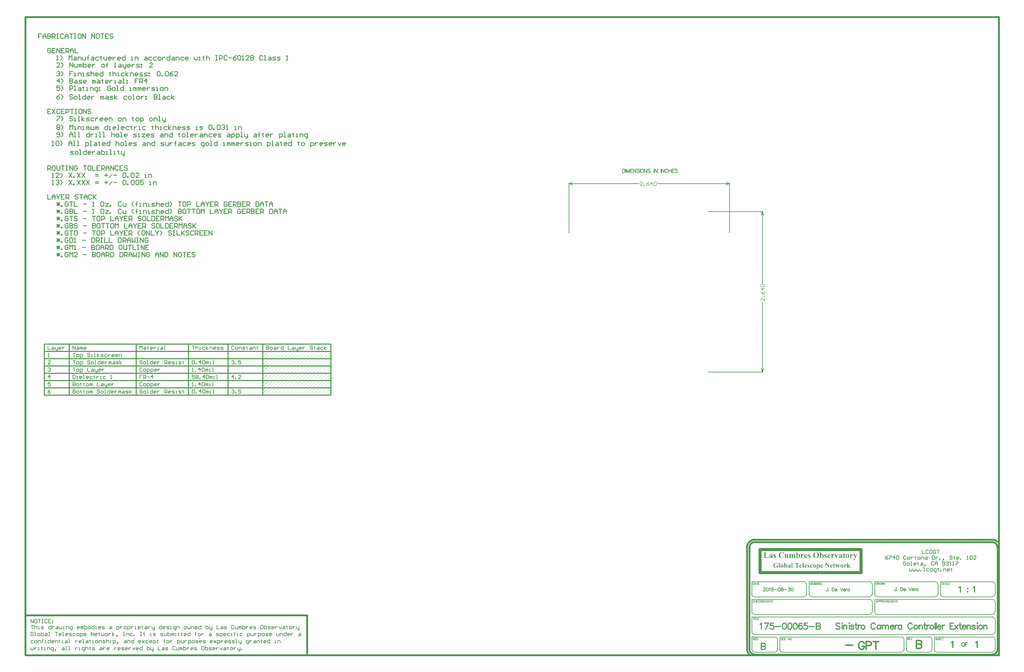
<source format=gbr>
G04 Layer_Color=8388736*
%FSLAX26Y26*%
%MOIN*%
%TF.FileFunction,Mechanical*%
%TF.Part,Single*%
G01*
G75*
%TA.AperFunction,NonConductor*%
%ADD16C,0.010000*%
%ADD23C,0.030000*%
%ADD24C,0.050000*%
%ADD25C,0.015000*%
%ADD26C,0.001000*%
%ADD27C,0.012000*%
%ADD28C,0.006000*%
%ADD29C,0.024000*%
%ADD30C,0.018000*%
%ADD31C,0.020000*%
%ADD32C,0.016000*%
G36*
X2669991Y-4488012D02*
X2670616D01*
X2671448Y-4488117D01*
X2673218Y-4488429D01*
X2675300Y-4488845D01*
X2677382Y-4489574D01*
X2679464Y-4490615D01*
X2681338Y-4491968D01*
X2681442D01*
X2681546Y-4492176D01*
X2682067Y-4492697D01*
X2682899Y-4493530D01*
X2683732Y-4494571D01*
X2684565Y-4495924D01*
X2685398Y-4497485D01*
X2685918Y-4499151D01*
X2686127Y-4499984D01*
Y-4500921D01*
Y-4501025D01*
Y-4501441D01*
X2686023Y-4502066D01*
X2685918Y-4502795D01*
X2685606Y-4503627D01*
X2685294Y-4504460D01*
X2684773Y-4505293D01*
X2684149Y-4506022D01*
X2684045Y-4506126D01*
X2683836Y-4506334D01*
X2683420Y-4506542D01*
X2682795Y-4506855D01*
X2682067Y-4507271D01*
X2681234Y-4507479D01*
X2680297Y-4507687D01*
X2679152Y-4507791D01*
X2678631D01*
X2678007Y-4507687D01*
X2677278Y-4507479D01*
X2676445Y-4507271D01*
X2675508Y-4506959D01*
X2674572Y-4506438D01*
X2673739Y-4505709D01*
X2673635Y-4505605D01*
X2673426Y-4505293D01*
X2673010Y-4504773D01*
X2672594Y-4503940D01*
X2672177Y-4502899D01*
X2671761Y-4501545D01*
X2671448Y-4499880D01*
X2671136Y-4498006D01*
Y-4497902D01*
X2671032Y-4497485D01*
X2670928Y-4496861D01*
X2670824Y-4496132D01*
X2670303Y-4494571D01*
X2669991Y-4493842D01*
X2669575Y-4493217D01*
X2669471Y-4493113D01*
X2669367Y-4493009D01*
X2668742Y-4492489D01*
X2667805Y-4491968D01*
X2667180Y-4491864D01*
X2666556Y-4491760D01*
X2666139D01*
X2665619Y-4491864D01*
X2664994Y-4492072D01*
X2664370Y-4492489D01*
X2663537Y-4492905D01*
X2662808Y-4493634D01*
X2662079Y-4494571D01*
X2661975Y-4494779D01*
X2661663Y-4495404D01*
X2661143Y-4496340D01*
X2660726Y-4497798D01*
X2660206Y-4499672D01*
X2659685Y-4501858D01*
X2659581Y-4503107D01*
X2659373Y-4504460D01*
X2659269Y-4506022D01*
Y-4507583D01*
Y-4507687D01*
Y-4507895D01*
Y-4508312D01*
Y-4508832D01*
X2659373Y-4509457D01*
Y-4510186D01*
X2659581Y-4512060D01*
X2659789Y-4514141D01*
X2660206Y-4516536D01*
X2660830Y-4519034D01*
X2661559Y-4521533D01*
Y-4521637D01*
X2661663Y-4521845D01*
X2661767Y-4522157D01*
X2661975Y-4522574D01*
X2662496Y-4523823D01*
X2663225Y-4525280D01*
X2664162Y-4526842D01*
X2665202Y-4528507D01*
X2666452Y-4530069D01*
X2667909Y-4531422D01*
X2668013Y-4531526D01*
X2668430Y-4531734D01*
X2669054Y-4532151D01*
X2669991Y-4532567D01*
X2671032Y-4532984D01*
X2672177Y-4533400D01*
X2673635Y-4533608D01*
X2675092Y-4533712D01*
X2675508D01*
X2676029Y-4533608D01*
X2676758Y-4533504D01*
X2677486Y-4533400D01*
X2678423Y-4533192D01*
X2679256Y-4532880D01*
X2680193Y-4532463D01*
X2680297Y-4532359D01*
X2680609Y-4532255D01*
X2681130Y-4531838D01*
X2681858Y-4531422D01*
X2682691Y-4530693D01*
X2683628Y-4529861D01*
X2684669Y-4528924D01*
X2685918Y-4527675D01*
X2687688Y-4529028D01*
Y-4529132D01*
X2687480Y-4529340D01*
X2687272Y-4529652D01*
X2687064Y-4530173D01*
X2686231Y-4531422D01*
X2685190Y-4532880D01*
X2683836Y-4534545D01*
X2682275Y-4536211D01*
X2680505Y-4537876D01*
X2678527Y-4539230D01*
X2678423D01*
X2678319Y-4539334D01*
X2678007Y-4539542D01*
X2677590Y-4539750D01*
X2676445Y-4540271D01*
X2675092Y-4540895D01*
X2673322Y-4541520D01*
X2671344Y-4542040D01*
X2669262Y-4542457D01*
X2666972Y-4542561D01*
X2666556D01*
X2666035Y-4542457D01*
X2665307D01*
X2664370Y-4542353D01*
X2663433Y-4542144D01*
X2662288Y-4541936D01*
X2661039Y-4541624D01*
X2659789Y-4541208D01*
X2658436Y-4540687D01*
X2657083Y-4540062D01*
X2655729Y-4539334D01*
X2654376Y-4538397D01*
X2653023Y-4537356D01*
X2651774Y-4536211D01*
X2650524Y-4534857D01*
X2650420Y-4534753D01*
X2650212Y-4534545D01*
X2650004Y-4534025D01*
X2649588Y-4533504D01*
X2649067Y-4532671D01*
X2648546Y-4531838D01*
X2648026Y-4530797D01*
X2647506Y-4529548D01*
X2646881Y-4528299D01*
X2646360Y-4526842D01*
X2645840Y-4525280D01*
X2645319Y-4523615D01*
X2644903Y-4521949D01*
X2644695Y-4520075D01*
X2644487Y-4518097D01*
X2644383Y-4516119D01*
Y-4516015D01*
Y-4515599D01*
Y-4515078D01*
X2644487Y-4514350D01*
X2644591Y-4513413D01*
X2644695Y-4512372D01*
X2644903Y-4511123D01*
X2645111Y-4509873D01*
X2645736Y-4506959D01*
X2646777Y-4503836D01*
X2647401Y-4502274D01*
X2648130Y-4500713D01*
X2649067Y-4499151D01*
X2650004Y-4497590D01*
X2650108Y-4497485D01*
X2650316Y-4497173D01*
X2650733Y-4496653D01*
X2651253Y-4496028D01*
X2651982Y-4495299D01*
X2652815Y-4494571D01*
X2653751Y-4493634D01*
X2654897Y-4492697D01*
X2656146Y-4491864D01*
X2657499Y-4490927D01*
X2659061Y-4490199D01*
X2660726Y-4489366D01*
X2662496Y-4488845D01*
X2664474Y-4488325D01*
X2666452Y-4488012D01*
X2668638Y-4487908D01*
X2669367D01*
X2669991Y-4488012D01*
D02*
G37*
G36*
X2618149D02*
X2619190Y-4488117D01*
X2620439Y-4488429D01*
X2621793Y-4488741D01*
X2623250Y-4489262D01*
X2624708Y-4489990D01*
X2624812D01*
X2624916Y-4490094D01*
X2625540Y-4490407D01*
X2626373Y-4490719D01*
X2627102Y-4490823D01*
X2627622D01*
X2628143Y-4490719D01*
X2628663Y-4490511D01*
X2628767Y-4490407D01*
X2629184Y-4490094D01*
X2629392Y-4489782D01*
X2629809Y-4489366D01*
X2630121Y-4488741D01*
X2630641Y-4488117D01*
X2632619D01*
X2633452Y-4505709D01*
X2631474D01*
Y-4505605D01*
X2631370Y-4505397D01*
X2631162Y-4504981D01*
X2630849Y-4504460D01*
X2630537Y-4503836D01*
X2630225Y-4503107D01*
X2629288Y-4501441D01*
X2628247Y-4499672D01*
X2627102Y-4497902D01*
X2625853Y-4496236D01*
X2625124Y-4495612D01*
X2624499Y-4494987D01*
X2624395Y-4494883D01*
X2623875Y-4494571D01*
X2623146Y-4494050D01*
X2622313Y-4493530D01*
X2621168Y-4493009D01*
X2620023Y-4492489D01*
X2618774Y-4492176D01*
X2617421Y-4492072D01*
X2617004D01*
X2616588Y-4492176D01*
X2616067Y-4492280D01*
X2615443Y-4492489D01*
X2614818Y-4492697D01*
X2614193Y-4493113D01*
X2613569Y-4493634D01*
X2613465Y-4493738D01*
X2613361Y-4493946D01*
X2613048Y-4494258D01*
X2612840Y-4494675D01*
X2612216Y-4495820D01*
X2612111Y-4496444D01*
X2612007Y-4497173D01*
Y-4497277D01*
Y-4497381D01*
X2612111Y-4498110D01*
X2612424Y-4498943D01*
X2613048Y-4499984D01*
X2613153Y-4500088D01*
X2613465Y-4500400D01*
X2613985Y-4501025D01*
X2614922Y-4501858D01*
X2615547Y-4502274D01*
X2616171Y-4502899D01*
X2617004Y-4503523D01*
X2617941Y-4504252D01*
X2618982Y-4504981D01*
X2620127Y-4505918D01*
X2621376Y-4506750D01*
X2622834Y-4507791D01*
X2622938Y-4507895D01*
X2623146Y-4508000D01*
X2623562Y-4508312D01*
X2624187Y-4508728D01*
X2624812Y-4509145D01*
X2625540Y-4509665D01*
X2627206Y-4511019D01*
X2628976Y-4512476D01*
X2630745Y-4513933D01*
X2632307Y-4515599D01*
X2633036Y-4516328D01*
X2633556Y-4517056D01*
X2633660Y-4517265D01*
X2633972Y-4517681D01*
X2634389Y-4518514D01*
X2634909Y-4519555D01*
X2635326Y-4520804D01*
X2635742Y-4522261D01*
X2636055Y-4523927D01*
X2636159Y-4525592D01*
Y-4525801D01*
Y-4526321D01*
X2636055Y-4527154D01*
X2635846Y-4528299D01*
X2635638Y-4529548D01*
X2635222Y-4531006D01*
X2634701Y-4532567D01*
X2633972Y-4534129D01*
X2633868Y-4534337D01*
X2633556Y-4534753D01*
X2633036Y-4535482D01*
X2632411Y-4536419D01*
X2631578Y-4537460D01*
X2630537Y-4538501D01*
X2629288Y-4539438D01*
X2627935Y-4540375D01*
X2627727Y-4540479D01*
X2627310Y-4540687D01*
X2626477Y-4541103D01*
X2625436Y-4541416D01*
X2624187Y-4541832D01*
X2622626Y-4542248D01*
X2621064Y-4542457D01*
X2619294Y-4542561D01*
X2618670D01*
X2617837Y-4542457D01*
X2616692Y-4542248D01*
X2615339Y-4542040D01*
X2613673Y-4541624D01*
X2611695Y-4540999D01*
X2609509Y-4540271D01*
X2609405D01*
X2609197Y-4540167D01*
X2608572Y-4539958D01*
X2607843Y-4539750D01*
X2607219Y-4539646D01*
X2606907D01*
X2606594Y-4539750D01*
X2606178Y-4539958D01*
X2605761Y-4540271D01*
X2605241Y-4540791D01*
X2604720Y-4541416D01*
X2604304Y-4542353D01*
X2602326D01*
X2601493Y-4523823D01*
X2603471D01*
Y-4523927D01*
X2603575Y-4524135D01*
X2603679Y-4524551D01*
X2603888Y-4524968D01*
X2604200Y-4525592D01*
X2604408Y-4526321D01*
X2605241Y-4527883D01*
X2606178Y-4529652D01*
X2607323Y-4531526D01*
X2608676Y-4533192D01*
X2610134Y-4534753D01*
X2610342Y-4534857D01*
X2610862Y-4535274D01*
X2611695Y-4535898D01*
X2612840Y-4536523D01*
X2614089Y-4537252D01*
X2615443Y-4537772D01*
X2616796Y-4538189D01*
X2618253Y-4538397D01*
X2618670D01*
X2619190Y-4538293D01*
X2619815Y-4538189D01*
X2620439Y-4537980D01*
X2621168Y-4537772D01*
X2621897Y-4537356D01*
X2622521Y-4536835D01*
X2622626Y-4536731D01*
X2622834Y-4536523D01*
X2623042Y-4536211D01*
X2623458Y-4535690D01*
X2623771Y-4535170D01*
X2623979Y-4534441D01*
X2624187Y-4533712D01*
X2624291Y-4532880D01*
Y-4532775D01*
Y-4532463D01*
X2624187Y-4531943D01*
X2624083Y-4531318D01*
X2623875Y-4530589D01*
X2623562Y-4529861D01*
X2623146Y-4529132D01*
X2622626Y-4528403D01*
X2622521Y-4528299D01*
X2622313Y-4527987D01*
X2621793Y-4527570D01*
X2621064Y-4526946D01*
X2620127Y-4526113D01*
X2618774Y-4525072D01*
X2617212Y-4523823D01*
X2615235Y-4522470D01*
X2615130Y-4522365D01*
X2614922Y-4522261D01*
X2614402Y-4521949D01*
X2613881Y-4521533D01*
X2613257Y-4521012D01*
X2612424Y-4520492D01*
X2610758Y-4519138D01*
X2608884Y-4517681D01*
X2607115Y-4516224D01*
X2605449Y-4514766D01*
X2604825Y-4514141D01*
X2604304Y-4513517D01*
Y-4513413D01*
X2604200Y-4513309D01*
X2603784Y-4512684D01*
X2603159Y-4511851D01*
X2602534Y-4510602D01*
X2601910Y-4509145D01*
X2601285Y-4507375D01*
X2600869Y-4505501D01*
X2600765Y-4503523D01*
Y-4503419D01*
Y-4503211D01*
Y-4502899D01*
X2600869Y-4502482D01*
X2600973Y-4501441D01*
X2601285Y-4499984D01*
X2601806Y-4498318D01*
X2602430Y-4496444D01*
X2603471Y-4494675D01*
X2604825Y-4492801D01*
Y-4492697D01*
X2605033Y-4492593D01*
X2605553Y-4492072D01*
X2606490Y-4491239D01*
X2607843Y-4490303D01*
X2609509Y-4489470D01*
X2611487Y-4488637D01*
X2613881Y-4488117D01*
X2615235Y-4487908D01*
X2617316D01*
X2618149Y-4488012D01*
D02*
G37*
G36*
X3237440D02*
X3238169Y-4488117D01*
X3238898Y-4488429D01*
X3239730Y-4488741D01*
X3240563Y-4489262D01*
X3241292Y-4489886D01*
X3241396Y-4489990D01*
X3241604Y-4490199D01*
X3241916Y-4490615D01*
X3242229Y-4491239D01*
X3242541Y-4492072D01*
X3242853Y-4492905D01*
X3243062Y-4494050D01*
X3243166Y-4495299D01*
Y-4495508D01*
Y-4495924D01*
X3243062Y-4496549D01*
X3242957Y-4497381D01*
X3242749Y-4498318D01*
X3242333Y-4499255D01*
X3241916Y-4500192D01*
X3241292Y-4501025D01*
X3241188Y-4501129D01*
X3240980Y-4501337D01*
X3240563Y-4501650D01*
X3240147Y-4501962D01*
X3239522Y-4502378D01*
X3238794Y-4502690D01*
X3237961Y-4502899D01*
X3237024Y-4503003D01*
X3236503D01*
X3235983Y-4502899D01*
X3235254Y-4502795D01*
X3234525Y-4502586D01*
X3233693Y-4502170D01*
X3232756Y-4501754D01*
X3231923Y-4501129D01*
X3231819Y-4501025D01*
X3231611Y-4500817D01*
X3231298Y-4500504D01*
X3230882Y-4500192D01*
X3230049Y-4499463D01*
X3229737Y-4499151D01*
X3229529Y-4499047D01*
X3229425Y-4498943D01*
X3229112Y-4498839D01*
X3228696Y-4498735D01*
X3228279Y-4498631D01*
X3227967D01*
X3227655Y-4498735D01*
X3227238D01*
X3226302Y-4499151D01*
X3225781Y-4499463D01*
X3225260Y-4499880D01*
X3225156Y-4499984D01*
X3224844Y-4500192D01*
X3224428Y-4500609D01*
X3224011Y-4501233D01*
X3223387Y-4502066D01*
X3222866Y-4502899D01*
X3222346Y-4504044D01*
X3221825Y-4505293D01*
Y-4505397D01*
X3221721Y-4505501D01*
X3221617Y-4505814D01*
X3221513Y-4506230D01*
X3221305Y-4507271D01*
X3220992Y-4508728D01*
X3220576Y-4510498D01*
X3220368Y-4512476D01*
X3220160Y-4514662D01*
X3220055Y-4517056D01*
Y-4528924D01*
X3220160Y-4531943D01*
Y-4532047D01*
Y-4532463D01*
Y-4532984D01*
Y-4533608D01*
X3220264Y-4534962D01*
X3220368Y-4535586D01*
X3220472Y-4536002D01*
Y-4536107D01*
X3220576Y-4536211D01*
X3220992Y-4536835D01*
X3221617Y-4537668D01*
X3222450Y-4538293D01*
X3222554D01*
X3222762Y-4538397D01*
X3223074Y-4538501D01*
X3223491Y-4538605D01*
X3224115Y-4538709D01*
X3224948Y-4538813D01*
X3225885Y-4538917D01*
X3226926Y-4539021D01*
Y-4540999D01*
X3199027D01*
Y-4539021D01*
X3199131D01*
X3199548Y-4538917D01*
X3200172D01*
X3200797Y-4538709D01*
X3202358Y-4538189D01*
X3202983Y-4537772D01*
X3203504Y-4537252D01*
X3203608Y-4537148D01*
X3203712Y-4536939D01*
X3203920Y-4536419D01*
X3204128Y-4535586D01*
X3204336Y-4534545D01*
X3204545Y-4533088D01*
X3204649Y-4532151D01*
X3204753Y-4531214D01*
Y-4530173D01*
Y-4528924D01*
Y-4500400D01*
Y-4500192D01*
Y-4499672D01*
Y-4498943D01*
X3204649Y-4498006D01*
Y-4497069D01*
X3204545Y-4496132D01*
X3204441Y-4495404D01*
X3204232Y-4494779D01*
Y-4494675D01*
X3204128Y-4494571D01*
X3203816Y-4493946D01*
X3203399Y-4493113D01*
X3202671Y-4492489D01*
X3202463Y-4492385D01*
X3202254Y-4492280D01*
X3201838Y-4492072D01*
X3201318Y-4491864D01*
X3200693Y-4491760D01*
X3199964Y-4491552D01*
X3199027Y-4491448D01*
Y-4489470D01*
X3220055D01*
Y-4501233D01*
X3220160Y-4501129D01*
X3220264Y-4500921D01*
X3220576Y-4500504D01*
X3220888Y-4499984D01*
X3221305Y-4499255D01*
X3221825Y-4498526D01*
X3223074Y-4496861D01*
X3224428Y-4495091D01*
X3225989Y-4493322D01*
X3227447Y-4491864D01*
X3228175Y-4491135D01*
X3228904Y-4490615D01*
X3229112Y-4490511D01*
X3229529Y-4490199D01*
X3230361Y-4489782D01*
X3231298Y-4489262D01*
X3232443Y-4488741D01*
X3233693Y-4488325D01*
X3235046Y-4488012D01*
X3236399Y-4487908D01*
X3236920D01*
X3237440Y-4488012D01*
D02*
G37*
G36*
X3269607Y-4515703D02*
X3281683Y-4503836D01*
X3281891Y-4503627D01*
X3282307Y-4503211D01*
X3282932Y-4502586D01*
X3283661Y-4501858D01*
X3284493Y-4500921D01*
X3285222Y-4500088D01*
X3285847Y-4499255D01*
X3286263Y-4498631D01*
Y-4498526D01*
X3286367Y-4498318D01*
X3286575Y-4498006D01*
X3286784Y-4497590D01*
X3287096Y-4496653D01*
X3287200Y-4495508D01*
Y-4495404D01*
Y-4495195D01*
X3287096Y-4494571D01*
X3286680Y-4493842D01*
X3286367Y-4493426D01*
X3285951Y-4493009D01*
X3285847D01*
X3285743Y-4492801D01*
X3285430Y-4492697D01*
X3284910Y-4492385D01*
X3284285Y-4492176D01*
X3283452Y-4491864D01*
X3282515Y-4491656D01*
X3281266Y-4491448D01*
Y-4489470D01*
X3304272D01*
Y-4491448D01*
X3303752D01*
X3303127Y-4491552D01*
X3302399Y-4491760D01*
X3301462Y-4491968D01*
X3300525Y-4492280D01*
X3299484Y-4492593D01*
X3298547Y-4493113D01*
X3298443Y-4493217D01*
X3298026Y-4493426D01*
X3297402Y-4493946D01*
X3296361Y-4494675D01*
X3295112Y-4495716D01*
X3294279Y-4496444D01*
X3293446Y-4497277D01*
X3292405Y-4498110D01*
X3291364Y-4499151D01*
X3290115Y-4500296D01*
X3288866Y-4501545D01*
X3283244Y-4507167D01*
X3295320Y-4524864D01*
X3295424Y-4524968D01*
X3295632Y-4525280D01*
X3296048Y-4525905D01*
X3296465Y-4526529D01*
X3297090Y-4527362D01*
X3297714Y-4528403D01*
X3299171Y-4530381D01*
X3300629Y-4532567D01*
X3301358Y-4533608D01*
X3302086Y-4534545D01*
X3302711Y-4535378D01*
X3303231Y-4536107D01*
X3303752Y-4536627D01*
X3304064Y-4536939D01*
X3304168Y-4537043D01*
X3304376Y-4537252D01*
X3304793Y-4537564D01*
X3305313Y-4537876D01*
X3306042Y-4538293D01*
X3306875Y-4538605D01*
X3307708Y-4538917D01*
X3308749Y-4539021D01*
Y-4540999D01*
X3282099D01*
Y-4539021D01*
X3282411D01*
X3283140Y-4538917D01*
X3283973Y-4538709D01*
X3284702Y-4538397D01*
X3284806Y-4538293D01*
X3285118Y-4537980D01*
X3285430Y-4537564D01*
X3285534Y-4536939D01*
Y-4536835D01*
Y-4536731D01*
X3285430Y-4536315D01*
X3285222Y-4535898D01*
X3284910Y-4535274D01*
X3284493Y-4534441D01*
X3283973Y-4533400D01*
X3283140Y-4532255D01*
X3272938Y-4517265D01*
X3269607Y-4520596D01*
Y-4529861D01*
Y-4529965D01*
Y-4530069D01*
Y-4530381D01*
Y-4530797D01*
X3269711Y-4531838D01*
Y-4532984D01*
X3269815Y-4534233D01*
X3270023Y-4535482D01*
X3270336Y-4536523D01*
X3270440Y-4536939D01*
X3270648Y-4537252D01*
X3270752Y-4537356D01*
X3270856Y-4537460D01*
X3271169Y-4537772D01*
X3271689Y-4537980D01*
X3272314Y-4538293D01*
X3273042Y-4538605D01*
X3274083Y-4538813D01*
X3275229Y-4539021D01*
Y-4540999D01*
X3248683D01*
Y-4539021D01*
X3248787D01*
X3249204Y-4538917D01*
X3249828Y-4538813D01*
X3250453Y-4538605D01*
X3251181Y-4538397D01*
X3252014Y-4537980D01*
X3252639Y-4537564D01*
X3253263Y-4536939D01*
Y-4536835D01*
X3253367Y-4536627D01*
X3253576Y-4536211D01*
X3253784Y-4535586D01*
X3253888Y-4534753D01*
X3254096Y-4533504D01*
X3254200Y-4531838D01*
Y-4530902D01*
Y-4529861D01*
Y-4477394D01*
Y-4477290D01*
Y-4477186D01*
Y-4476874D01*
Y-4476457D01*
Y-4475520D01*
X3254096Y-4474271D01*
X3253992Y-4473126D01*
X3253784Y-4471877D01*
X3253472Y-4470940D01*
X3253367Y-4470524D01*
X3253159Y-4470211D01*
Y-4470107D01*
X3252951Y-4470003D01*
X3252639Y-4469691D01*
X3252222Y-4469378D01*
X3251598Y-4469066D01*
X3250869Y-4468754D01*
X3249828Y-4468442D01*
X3248683Y-4468233D01*
Y-4466256D01*
X3269607D01*
Y-4515703D01*
D02*
G37*
G36*
X3137192Y-4491448D02*
X3137088D01*
X3136776Y-4491552D01*
X3136359Y-4491656D01*
X3135735Y-4491864D01*
X3134381Y-4492385D01*
X3133132Y-4493322D01*
X3133028Y-4493426D01*
X3132924Y-4493634D01*
X3132507Y-4494154D01*
X3132091Y-4494883D01*
X3131570Y-4496028D01*
X3130946Y-4497485D01*
X3130634Y-4498318D01*
X3130217Y-4499359D01*
X3129801Y-4500400D01*
X3129384Y-4501650D01*
X3114914Y-4542561D01*
X3111687D01*
X3097634Y-4504668D01*
X3083789Y-4542561D01*
X3080978D01*
X3067133Y-4505293D01*
Y-4505189D01*
X3067028Y-4504877D01*
X3066820Y-4504460D01*
X3066612Y-4503940D01*
X3066404Y-4503211D01*
X3066092Y-4502378D01*
X3065363Y-4500609D01*
X3064530Y-4498735D01*
X3063697Y-4496861D01*
X3062760Y-4495299D01*
X3062344Y-4494571D01*
X3061928Y-4494050D01*
X3061823Y-4493946D01*
X3061719Y-4493738D01*
X3061303Y-4493426D01*
X3060887Y-4493009D01*
X3060366Y-4492593D01*
X3059637Y-4492176D01*
X3058805Y-4491760D01*
X3057764Y-4491448D01*
Y-4489470D01*
X3083789D01*
Y-4491448D01*
X3082956D01*
X3082331Y-4491552D01*
X3081186Y-4491760D01*
X3080561Y-4491968D01*
X3080145Y-4492280D01*
X3080041Y-4492385D01*
X3079729Y-4492801D01*
X3079312Y-4493322D01*
X3079208Y-4494050D01*
Y-4494258D01*
X3079312Y-4494571D01*
X3079416Y-4495091D01*
X3079625Y-4495820D01*
X3079937Y-4496861D01*
X3080353Y-4498110D01*
X3080978Y-4499672D01*
X3088473Y-4519867D01*
X3095760Y-4499672D01*
X3095344Y-4498318D01*
X3095240Y-4498110D01*
X3095031Y-4497694D01*
X3094719Y-4496965D01*
X3094407Y-4496132D01*
X3093886Y-4495299D01*
X3093366Y-4494363D01*
X3092949Y-4493634D01*
X3092429Y-4493113D01*
X3092325Y-4493009D01*
X3092221Y-4492905D01*
X3091908Y-4492697D01*
X3091492Y-4492489D01*
X3090972Y-4492176D01*
X3090243Y-4491968D01*
X3089514Y-4491656D01*
X3088577Y-4491448D01*
Y-4489470D01*
X3114914D01*
Y-4491448D01*
X3114394D01*
X3113874Y-4491552D01*
X3113249Y-4491656D01*
X3111896Y-4491968D01*
X3111375Y-4492176D01*
X3110959Y-4492385D01*
X3110855Y-4492489D01*
X3110542Y-4492905D01*
X3110230Y-4493530D01*
X3110126Y-4494363D01*
Y-4494467D01*
Y-4494571D01*
X3110230Y-4494987D01*
X3110334Y-4495404D01*
X3110542Y-4496132D01*
X3110751Y-4497069D01*
X3111167Y-4498214D01*
X3111687Y-4499672D01*
X3118974Y-4519867D01*
X3125637Y-4501337D01*
X3125741Y-4501129D01*
X3125845Y-4500713D01*
X3126053Y-4499984D01*
X3126365Y-4499151D01*
X3126782Y-4497381D01*
X3126886Y-4496549D01*
X3126990Y-4495924D01*
Y-4495820D01*
Y-4495612D01*
Y-4495195D01*
X3126886Y-4494675D01*
X3126574Y-4493634D01*
X3126261Y-4493217D01*
X3125949Y-4492801D01*
X3125741Y-4492593D01*
X3125429Y-4492489D01*
X3125012Y-4492280D01*
X3124492Y-4491968D01*
X3123763Y-4491760D01*
X3122930Y-4491552D01*
X3121889Y-4491448D01*
Y-4489470D01*
X3137192D01*
Y-4491448D01*
D02*
G37*
G36*
X2966468Y-4468233D02*
X2966260D01*
X2965739Y-4468337D01*
X2964906Y-4468442D01*
X2963865Y-4468650D01*
X2962824Y-4468962D01*
X2961679Y-4469170D01*
X2960742Y-4469483D01*
X2960014Y-4469899D01*
X2959910D01*
X2959805Y-4470107D01*
X2959077Y-4470628D01*
X2958765Y-4471044D01*
X2958348Y-4471565D01*
X2957932Y-4472293D01*
X2957515Y-4473022D01*
Y-4473126D01*
X2957411Y-4473438D01*
X2957307Y-4473959D01*
X2957099Y-4474792D01*
X2956995Y-4475833D01*
X2956787Y-4477082D01*
X2956682Y-4478643D01*
Y-4480517D01*
Y-4542665D01*
X2954809D01*
X2904424Y-4480413D01*
Y-4527987D01*
Y-4528091D01*
Y-4528299D01*
Y-4528611D01*
Y-4529028D01*
X2904633Y-4530173D01*
X2904841Y-4531526D01*
X2905153Y-4532984D01*
X2905673Y-4534441D01*
X2906402Y-4535794D01*
X2907339Y-4536835D01*
X2907443Y-4536939D01*
X2907860Y-4537148D01*
X2908484Y-4537564D01*
X2909317Y-4537876D01*
X2910254Y-4538293D01*
X2911399Y-4538709D01*
X2912752Y-4538917D01*
X2914106Y-4539021D01*
X2915875D01*
Y-4540999D01*
X2889330D01*
Y-4539021D01*
X2890371D01*
X2891412Y-4538917D01*
X2892661Y-4538709D01*
X2894118Y-4538397D01*
X2895576Y-4537980D01*
X2896825Y-4537356D01*
X2897866Y-4536523D01*
X2897970Y-4536419D01*
X2898282Y-4536002D01*
X2898699Y-4535378D01*
X2899115Y-4534545D01*
X2899532Y-4533296D01*
X2899948Y-4531838D01*
X2900260Y-4530069D01*
X2900364Y-4527987D01*
Y-4475312D01*
X2898699Y-4473334D01*
X2898595Y-4473230D01*
X2898282Y-4472814D01*
X2897866Y-4472293D01*
X2897345Y-4471669D01*
X2895992Y-4470419D01*
X2895264Y-4469795D01*
X2894535Y-4469378D01*
X2894431D01*
X2894222Y-4469274D01*
X2893806Y-4469066D01*
X2893182Y-4468858D01*
X2892453Y-4468650D01*
X2891620Y-4468546D01*
X2890579Y-4468337D01*
X2889330Y-4468233D01*
Y-4466256D01*
X2915771D01*
X2952623Y-4512476D01*
Y-4480517D01*
Y-4480413D01*
Y-4480205D01*
Y-4479893D01*
Y-4479372D01*
X2952519Y-4478227D01*
X2952414Y-4476874D01*
X2952102Y-4475312D01*
X2951790Y-4473751D01*
X2951269Y-4472397D01*
X2950645Y-4471356D01*
X2950541Y-4471252D01*
X2950124Y-4470836D01*
X2949500Y-4470315D01*
X2948563Y-4469795D01*
X2947314Y-4469170D01*
X2945752Y-4468650D01*
X2943982Y-4468337D01*
X2941796Y-4468233D01*
Y-4466256D01*
X2966468D01*
Y-4468233D01*
D02*
G37*
G36*
X2746124Y-4290124D02*
X2747999Y-4290249D01*
X2750124Y-4290499D01*
X2752499Y-4290749D01*
X2754999Y-4291249D01*
X2757749Y-4291874D01*
X2760499Y-4292749D01*
X2763374Y-4293749D01*
X2766249Y-4294999D01*
X2769249Y-4296499D01*
X2771999Y-4298249D01*
X2774749Y-4300249D01*
X2777374Y-4302624D01*
X2777499Y-4302749D01*
X2777999Y-4303249D01*
X2778624Y-4303999D01*
X2779499Y-4304999D01*
X2780499Y-4306249D01*
X2781624Y-4307874D01*
X2782874Y-4309624D01*
X2784124Y-4311749D01*
X2785374Y-4313999D01*
X2786624Y-4316499D01*
X2787749Y-4319249D01*
X2788749Y-4322249D01*
X2789624Y-4325374D01*
X2790249Y-4328749D01*
X2790749Y-4332249D01*
X2790874Y-4335874D01*
Y-4336124D01*
Y-4336624D01*
Y-4337499D01*
X2790749Y-4338749D01*
X2790624Y-4340249D01*
X2790374Y-4341874D01*
X2789999Y-4343874D01*
X2789624Y-4345999D01*
X2789124Y-4348249D01*
X2788499Y-4350624D01*
X2787624Y-4353124D01*
X2786624Y-4355749D01*
X2785499Y-4358249D01*
X2784124Y-4360874D01*
X2782624Y-4363374D01*
X2780874Y-4365874D01*
X2780749Y-4366124D01*
X2780249Y-4366624D01*
X2779499Y-4367499D01*
X2778374Y-4368499D01*
X2777124Y-4369874D01*
X2775374Y-4371249D01*
X2773499Y-4372874D01*
X2771249Y-4374374D01*
X2768749Y-4375999D01*
X2765874Y-4377624D01*
X2762874Y-4378999D01*
X2759499Y-4380374D01*
X2755874Y-4381374D01*
X2751999Y-4382249D01*
X2747874Y-4382749D01*
X2743499Y-4382999D01*
X2742374D01*
X2741124Y-4382874D01*
X2739499Y-4382749D01*
X2737499Y-4382499D01*
X2735124Y-4382124D01*
X2732499Y-4381624D01*
X2729749Y-4380999D01*
X2726749Y-4380124D01*
X2723749Y-4378999D01*
X2720624Y-4377624D01*
X2717499Y-4376124D01*
X2714374Y-4374249D01*
X2711374Y-4371999D01*
X2708624Y-4369499D01*
X2705999Y-4366624D01*
X2705874Y-4366499D01*
X2705499Y-4365999D01*
X2704999Y-4365374D01*
X2704374Y-4364374D01*
X2703624Y-4363124D01*
X2702749Y-4361624D01*
X2701749Y-4359874D01*
X2700874Y-4357999D01*
X2699874Y-4355749D01*
X2698874Y-4353499D01*
X2697999Y-4350874D01*
X2697249Y-4348249D01*
X2696624Y-4345374D01*
X2696124Y-4342374D01*
X2695749Y-4339124D01*
X2695624Y-4335874D01*
Y-4335624D01*
Y-4334999D01*
X2695749Y-4333999D01*
X2695874Y-4332499D01*
X2695999Y-4330874D01*
X2696374Y-4328874D01*
X2696749Y-4326624D01*
X2697374Y-4324249D01*
X2697999Y-4321624D01*
X2698874Y-4318999D01*
X2699999Y-4316249D01*
X2701374Y-4313374D01*
X2702874Y-4310624D01*
X2704624Y-4307874D01*
X2706749Y-4305124D01*
X2709124Y-4302624D01*
X2709249Y-4302499D01*
X2709749Y-4301999D01*
X2710499Y-4301374D01*
X2711624Y-4300499D01*
X2712874Y-4299499D01*
X2714499Y-4298374D01*
X2716374Y-4297249D01*
X2718374Y-4295999D01*
X2720749Y-4294874D01*
X2723249Y-4293624D01*
X2725999Y-4292624D01*
X2728999Y-4291624D01*
X2732124Y-4290874D01*
X2735499Y-4290374D01*
X2738999Y-4289999D01*
X2744749D01*
X2746124Y-4290124D01*
D02*
G37*
G36*
X2436749Y-4325374D02*
X2436874Y-4325249D01*
X2437124Y-4324999D01*
X2437499Y-4324624D01*
X2438124Y-4324124D01*
X2438874Y-4323499D01*
X2439749Y-4322749D01*
X2440624Y-4322124D01*
X2441749Y-4321249D01*
X2444249Y-4319874D01*
X2447249Y-4318499D01*
X2448749Y-4317999D01*
X2450374Y-4317624D01*
X2451999Y-4317374D01*
X2453749Y-4317249D01*
X2454874D01*
X2455999Y-4317499D01*
X2457624Y-4317749D01*
X2459374Y-4318124D01*
X2461374Y-4318874D01*
X2463499Y-4319749D01*
X2465624Y-4320999D01*
X2465749D01*
X2465874Y-4321124D01*
X2466499Y-4321749D01*
X2467624Y-4322499D01*
X2468874Y-4323749D01*
X2470249Y-4325249D01*
X2471749Y-4327124D01*
X2473124Y-4329249D01*
X2474374Y-4331749D01*
Y-4331874D01*
X2474499Y-4331999D01*
X2474624Y-4332499D01*
X2474874Y-4332999D01*
X2475124Y-4333624D01*
X2475374Y-4334374D01*
X2475999Y-4336249D01*
X2476624Y-4338624D01*
X2477124Y-4341374D01*
X2477499Y-4344374D01*
X2477624Y-4347624D01*
Y-4347749D01*
Y-4348124D01*
Y-4348624D01*
Y-4349374D01*
X2477499Y-4350249D01*
X2477374Y-4351249D01*
X2477249Y-4352374D01*
X2477124Y-4353749D01*
X2476624Y-4356499D01*
X2475874Y-4359624D01*
X2474874Y-4362874D01*
X2473499Y-4365999D01*
Y-4366124D01*
X2473374Y-4366374D01*
X2473124Y-4366749D01*
X2472749Y-4367374D01*
X2471874Y-4368874D01*
X2470624Y-4370624D01*
X2469124Y-4372749D01*
X2467249Y-4374749D01*
X2465124Y-4376874D01*
X2462749Y-4378624D01*
X2462624D01*
X2462499Y-4378749D01*
X2462124Y-4378999D01*
X2461624Y-4379249D01*
X2460874Y-4379624D01*
X2460124Y-4379999D01*
X2458249Y-4380749D01*
X2455999Y-4381499D01*
X2453374Y-4382249D01*
X2450499Y-4382749D01*
X2447374Y-4382874D01*
X2446499D01*
X2445624Y-4382749D01*
X2444374Y-4382624D01*
X2442999Y-4382499D01*
X2441499Y-4382249D01*
X2439999Y-4381874D01*
X2438499Y-4381374D01*
X2438374Y-4381249D01*
X2437874Y-4381124D01*
X2437124Y-4380749D01*
X2436124Y-4380124D01*
X2434999Y-4379499D01*
X2433624Y-4378624D01*
X2432249Y-4377499D01*
X2430874Y-4376249D01*
X2420499Y-4382874D01*
X2418374D01*
Y-4304124D01*
Y-4303999D01*
Y-4303874D01*
Y-4303249D01*
Y-4302374D01*
Y-4301249D01*
X2418249Y-4300124D01*
X2418124Y-4298999D01*
X2417999Y-4298124D01*
X2417874Y-4297499D01*
Y-4297374D01*
X2417749Y-4297249D01*
X2417374Y-4296499D01*
X2416624Y-4295499D01*
X2415749Y-4294749D01*
X2415499Y-4294624D01*
X2415124Y-4294499D01*
X2414624Y-4294249D01*
X2413999Y-4294124D01*
X2413124Y-4293874D01*
X2412124Y-4293749D01*
X2410999Y-4293624D01*
Y-4291249D01*
X2436749D01*
Y-4325374D01*
D02*
G37*
G36*
X2578374Y-4317374D02*
X2579124Y-4317499D01*
X2580124Y-4317624D01*
X2582374Y-4318249D01*
X2584874Y-4319124D01*
X2586249Y-4319749D01*
X2587624Y-4320499D01*
X2589124Y-4321374D01*
X2590499Y-4322499D01*
X2591749Y-4323624D01*
X2593124Y-4324999D01*
X2593249Y-4325124D01*
X2593374Y-4325374D01*
X2593749Y-4325749D01*
X2594249Y-4326374D01*
X2594749Y-4327249D01*
X2595374Y-4328249D01*
X2595999Y-4329374D01*
X2596624Y-4330624D01*
X2597374Y-4332249D01*
X2597999Y-4333874D01*
X2598624Y-4335749D01*
X2599249Y-4337749D01*
X2599749Y-4339999D01*
X2600124Y-4342374D01*
X2600499Y-4344874D01*
X2600624Y-4347624D01*
X2566624D01*
Y-4347749D01*
Y-4348124D01*
X2566749Y-4348874D01*
Y-4349624D01*
X2566874Y-4350749D01*
X2567124Y-4351999D01*
X2567374Y-4353249D01*
X2567624Y-4354749D01*
X2568374Y-4357874D01*
X2569624Y-4361249D01*
X2571124Y-4364499D01*
X2572124Y-4365999D01*
X2573124Y-4367374D01*
X2573374Y-4367624D01*
X2573999Y-4368249D01*
X2574874Y-4369124D01*
X2576249Y-4370124D01*
X2577874Y-4371124D01*
X2579749Y-4371999D01*
X2581874Y-4372624D01*
X2582999Y-4372749D01*
X2584124Y-4372874D01*
X2584749D01*
X2585624Y-4372749D01*
X2586499Y-4372624D01*
X2587624Y-4372374D01*
X2588874Y-4371999D01*
X2590124Y-4371499D01*
X2591374Y-4370749D01*
X2591499Y-4370624D01*
X2591999Y-4370249D01*
X2592624Y-4369749D01*
X2593499Y-4368874D01*
X2594499Y-4367749D01*
X2595749Y-4366374D01*
X2596999Y-4364624D01*
X2598374Y-4362624D01*
X2600624Y-4364124D01*
Y-4364249D01*
X2600374Y-4364624D01*
X2600124Y-4365124D01*
X2599749Y-4365749D01*
X2599249Y-4366624D01*
X2598624Y-4367624D01*
X2597249Y-4369749D01*
X2595624Y-4372124D01*
X2593749Y-4374499D01*
X2591624Y-4376749D01*
X2590499Y-4377749D01*
X2589374Y-4378624D01*
X2589249D01*
X2589124Y-4378749D01*
X2588749Y-4378999D01*
X2588374Y-4379249D01*
X2586999Y-4379999D01*
X2585374Y-4380749D01*
X2583374Y-4381499D01*
X2580999Y-4382249D01*
X2578249Y-4382749D01*
X2575374Y-4382874D01*
X2574749D01*
X2574124Y-4382749D01*
X2573124D01*
X2571999Y-4382499D01*
X2570624Y-4382374D01*
X2569249Y-4381999D01*
X2567624Y-4381499D01*
X2565999Y-4380999D01*
X2564249Y-4380249D01*
X2562499Y-4379499D01*
X2560749Y-4378499D01*
X2559124Y-4377249D01*
X2557499Y-4375874D01*
X2555874Y-4374249D01*
X2554499Y-4372374D01*
Y-4372249D01*
X2554249Y-4371999D01*
X2553999Y-4371499D01*
X2553624Y-4370874D01*
X2553249Y-4369999D01*
X2552749Y-4368999D01*
X2552249Y-4367749D01*
X2551749Y-4366499D01*
X2551124Y-4364999D01*
X2550624Y-4363374D01*
X2550124Y-4361624D01*
X2549749Y-4359749D01*
X2549124Y-4355624D01*
X2548999Y-4353499D01*
X2548874Y-4351124D01*
Y-4350999D01*
Y-4350374D01*
Y-4349624D01*
X2548999Y-4348499D01*
X2549124Y-4347249D01*
X2549374Y-4345749D01*
X2549624Y-4343999D01*
X2549874Y-4342249D01*
X2550874Y-4338249D01*
X2551499Y-4336249D01*
X2552374Y-4334249D01*
X2553249Y-4332124D01*
X2554374Y-4330124D01*
X2555624Y-4328249D01*
X2557124Y-4326499D01*
X2557249Y-4326374D01*
X2557499Y-4326124D01*
X2557999Y-4325624D01*
X2558624Y-4324999D01*
X2559374Y-4324374D01*
X2560374Y-4323624D01*
X2561499Y-4322749D01*
X2562749Y-4321874D01*
X2564124Y-4320999D01*
X2565624Y-4320124D01*
X2568999Y-4318749D01*
X2570749Y-4318124D01*
X2572624Y-4317624D01*
X2574624Y-4317374D01*
X2576749Y-4317249D01*
X2577624D01*
X2578374Y-4317374D01*
D02*
G37*
G36*
X2785646Y-4488012D02*
X2786687Y-4488117D01*
X2788145Y-4488325D01*
X2789706Y-4488845D01*
X2791476Y-4489470D01*
X2793245Y-4490303D01*
X2795015Y-4491552D01*
X2795119D01*
X2795223Y-4491760D01*
X2795744Y-4492176D01*
X2796577Y-4493009D01*
X2797618Y-4494154D01*
X2798763Y-4495508D01*
X2800012Y-4497173D01*
X2801157Y-4499151D01*
X2802094Y-4501441D01*
Y-4501545D01*
X2802198Y-4501754D01*
X2802302Y-4502066D01*
X2802510Y-4502586D01*
X2802719Y-4503107D01*
X2802927Y-4503836D01*
X2803343Y-4505501D01*
X2803760Y-4507583D01*
X2804176Y-4509873D01*
X2804488Y-4512372D01*
X2804592Y-4515078D01*
Y-4515182D01*
Y-4515391D01*
Y-4515807D01*
Y-4516432D01*
X2804488Y-4517056D01*
Y-4517889D01*
X2804280Y-4519763D01*
X2803968Y-4521949D01*
X2803447Y-4524343D01*
X2802823Y-4526842D01*
X2801990Y-4529340D01*
Y-4529444D01*
X2801886Y-4529652D01*
X2801782Y-4529965D01*
X2801573Y-4530381D01*
X2800949Y-4531526D01*
X2800116Y-4532984D01*
X2799075Y-4534545D01*
X2797826Y-4536211D01*
X2796369Y-4537772D01*
X2794703Y-4539230D01*
X2794495Y-4539334D01*
X2793870Y-4539750D01*
X2792933Y-4540271D01*
X2791580Y-4540895D01*
X2790018Y-4541520D01*
X2788249Y-4542040D01*
X2786271Y-4542457D01*
X2784085Y-4542561D01*
X2783356D01*
X2782523Y-4542457D01*
X2781586Y-4542353D01*
X2780337Y-4542144D01*
X2778984Y-4541728D01*
X2777631Y-4541312D01*
X2776173Y-4540687D01*
X2776069Y-4540583D01*
X2775757Y-4540375D01*
X2775132Y-4540062D01*
X2774403Y-4539542D01*
X2773571Y-4538917D01*
X2772634Y-4538084D01*
X2771593Y-4537043D01*
X2770448Y-4535794D01*
Y-4554949D01*
Y-4555157D01*
Y-4555573D01*
Y-4556302D01*
X2770552Y-4557135D01*
X2770760Y-4558904D01*
X2770864Y-4559737D01*
X2771072Y-4560362D01*
Y-4560466D01*
X2771176Y-4560570D01*
X2771593Y-4561195D01*
X2772113Y-4561819D01*
X2772946Y-4562444D01*
X2773050D01*
X2773258Y-4562548D01*
X2773571Y-4562652D01*
X2774091Y-4562756D01*
X2774820Y-4562964D01*
X2775757Y-4563069D01*
X2776902Y-4563173D01*
X2778255D01*
Y-4565150D01*
X2748795D01*
Y-4563173D01*
X2748899D01*
X2749315Y-4563069D01*
X2749940Y-4562964D01*
X2750773Y-4562860D01*
X2751501Y-4562548D01*
X2752438Y-4562236D01*
X2753167Y-4561819D01*
X2753896Y-4561195D01*
X2754000Y-4561091D01*
X2754104Y-4560882D01*
X2754312Y-4560466D01*
X2754520Y-4559945D01*
X2754729Y-4559009D01*
X2754833Y-4557864D01*
X2755041Y-4556406D01*
Y-4554636D01*
Y-4500192D01*
Y-4500088D01*
Y-4499984D01*
Y-4499359D01*
X2754937Y-4498422D01*
X2754833Y-4497277D01*
X2754729Y-4496132D01*
X2754520Y-4494987D01*
X2754104Y-4494050D01*
X2753688Y-4493322D01*
X2753583Y-4493217D01*
X2753479Y-4493113D01*
X2753063Y-4492801D01*
X2752646Y-4492489D01*
X2751918Y-4492176D01*
X2751085Y-4491864D01*
X2750044Y-4491656D01*
X2748795Y-4491448D01*
Y-4489470D01*
X2770448D01*
Y-4496340D01*
X2770552Y-4496132D01*
X2770864Y-4495716D01*
X2771385Y-4494987D01*
X2772113Y-4494050D01*
X2772946Y-4493113D01*
X2773883Y-4492176D01*
X2774820Y-4491344D01*
X2775861Y-4490615D01*
X2776069Y-4490511D01*
X2776590Y-4490199D01*
X2777422Y-4489782D01*
X2778463Y-4489262D01*
X2779817Y-4488741D01*
X2781274Y-4488325D01*
X2782940Y-4488012D01*
X2784709Y-4487908D01*
X2785230D01*
X2785646Y-4488012D01*
D02*
G37*
G36*
X2460854Y-4486451D02*
X2458876D01*
Y-4486347D01*
X2458772Y-4486139D01*
X2458668Y-4485826D01*
X2458564Y-4485306D01*
X2458252Y-4484057D01*
X2457731Y-4482599D01*
X2457107Y-4480934D01*
X2456482Y-4479268D01*
X2455753Y-4477707D01*
X2454921Y-4476457D01*
X2454816Y-4476353D01*
X2454504Y-4475937D01*
X2453984Y-4475416D01*
X2453359Y-4474688D01*
X2452526Y-4473855D01*
X2451485Y-4473022D01*
X2450340Y-4472293D01*
X2448987Y-4471565D01*
X2448883D01*
X2448570Y-4471356D01*
X2448050Y-4471252D01*
X2447321Y-4471044D01*
X2446280Y-4470836D01*
X2445031Y-4470732D01*
X2443470Y-4470524D01*
X2436182D01*
Y-4528195D01*
Y-4528299D01*
Y-4528403D01*
Y-4528716D01*
Y-4529132D01*
Y-4530069D01*
X2436287Y-4531318D01*
Y-4532567D01*
X2436495Y-4533712D01*
X2436599Y-4534753D01*
X2436807Y-4535482D01*
Y-4535586D01*
X2436911Y-4535690D01*
X2437328Y-4536315D01*
X2438056Y-4537148D01*
X2438577Y-4537564D01*
X2439201Y-4537980D01*
X2439305D01*
X2439514Y-4538189D01*
X2439930Y-4538293D01*
X2440555Y-4538501D01*
X2441283Y-4538709D01*
X2442116Y-4538813D01*
X2443053Y-4539021D01*
X2446697D01*
Y-4540999D01*
X2407659D01*
Y-4539021D01*
X2410574D01*
X2411198Y-4538917D01*
X2411927D01*
X2413593Y-4538501D01*
X2414426Y-4538293D01*
X2415258Y-4537876D01*
X2415363D01*
X2415467Y-4537772D01*
X2416091Y-4537252D01*
X2416820Y-4536419D01*
X2417236Y-4535898D01*
X2417549Y-4535274D01*
Y-4535170D01*
X2417653Y-4534962D01*
X2417757Y-4534545D01*
X2417861Y-4533921D01*
X2417965Y-4532984D01*
X2418069Y-4531734D01*
X2418173Y-4530173D01*
Y-4528195D01*
Y-4470524D01*
X2411511D01*
X2410886Y-4470628D01*
X2410157Y-4470732D01*
X2408492Y-4470940D01*
X2406722Y-4471356D01*
X2404952Y-4471877D01*
X2403183Y-4472710D01*
X2401725Y-4473751D01*
X2401517Y-4473959D01*
X2400997Y-4474583D01*
X2400164Y-4475624D01*
X2399227Y-4476978D01*
X2398186Y-4478852D01*
X2397145Y-4481038D01*
X2396312Y-4483536D01*
X2395688Y-4486451D01*
X2393606D01*
Y-4466256D01*
X2460854D01*
Y-4486451D01*
D02*
G37*
G36*
X2113160Y-4490927D02*
X2111182D01*
Y-4490823D01*
X2110974Y-4490407D01*
X2110766Y-4489886D01*
X2110454Y-4489158D01*
X2110141Y-4488221D01*
X2109621Y-4487284D01*
X2108996Y-4486139D01*
X2108372Y-4484889D01*
X2106810Y-4482183D01*
X2104936Y-4479476D01*
X2102646Y-4476874D01*
X2101397Y-4475729D01*
X2100044Y-4474583D01*
X2099939Y-4474479D01*
X2099731Y-4474375D01*
X2099315Y-4474063D01*
X2098794Y-4473751D01*
X2098066Y-4473230D01*
X2097233Y-4472814D01*
X2096296Y-4472293D01*
X2095255Y-4471773D01*
X2092861Y-4470732D01*
X2090154Y-4469795D01*
X2087135Y-4469170D01*
X2085574Y-4469066D01*
X2083908Y-4468962D01*
X2083075D01*
X2082555Y-4469066D01*
X2081826D01*
X2080993Y-4469170D01*
X2079015Y-4469587D01*
X2076725Y-4470107D01*
X2074435Y-4470940D01*
X2072041Y-4472189D01*
X2070896Y-4472918D01*
X2069855Y-4473751D01*
X2069751D01*
X2069646Y-4473959D01*
X2069334Y-4474271D01*
X2068918Y-4474583D01*
X2068501Y-4475104D01*
X2067981Y-4475624D01*
X2066836Y-4477186D01*
X2065482Y-4479060D01*
X2064233Y-4481246D01*
X2062984Y-4483848D01*
X2061943Y-4486867D01*
Y-4486971D01*
X2061839Y-4487284D01*
X2061735Y-4487700D01*
X2061631Y-4488325D01*
X2061423Y-4489053D01*
X2061214Y-4489990D01*
X2061006Y-4491031D01*
X2060798Y-4492176D01*
X2060381Y-4494675D01*
X2059965Y-4497590D01*
X2059757Y-4500713D01*
X2059653Y-4504044D01*
Y-4504148D01*
Y-4504564D01*
Y-4505085D01*
Y-4505814D01*
X2059757Y-4506750D01*
Y-4507895D01*
X2059861Y-4509041D01*
X2059965Y-4510394D01*
X2060277Y-4513309D01*
X2060694Y-4516536D01*
X2061318Y-4519763D01*
X2062151Y-4522886D01*
Y-4522990D01*
X2062255Y-4523198D01*
X2062463Y-4523615D01*
X2062672Y-4524239D01*
X2062880Y-4524864D01*
X2063296Y-4525697D01*
X2064129Y-4527362D01*
X2065274Y-4529340D01*
X2066732Y-4531318D01*
X2068397Y-4533192D01*
X2070375Y-4534753D01*
X2070479D01*
X2070583Y-4534962D01*
X2071000Y-4535066D01*
X2071416Y-4535378D01*
X2071937Y-4535586D01*
X2072561Y-4535898D01*
X2074123Y-4536627D01*
X2076101Y-4537356D01*
X2078391Y-4537876D01*
X2080993Y-4538293D01*
X2083804Y-4538501D01*
X2084845D01*
X2085470Y-4538397D01*
X2086302D01*
X2087239Y-4538293D01*
X2089321Y-4537980D01*
X2089425D01*
X2089842Y-4537876D01*
X2090362Y-4537772D01*
X2091091Y-4537564D01*
X2092028Y-4537252D01*
X2092965Y-4537043D01*
X2095151Y-4536315D01*
Y-4520804D01*
Y-4520596D01*
Y-4520075D01*
Y-4519346D01*
X2095047Y-4518410D01*
Y-4517473D01*
X2094943Y-4516536D01*
X2094735Y-4515807D01*
X2094526Y-4515182D01*
Y-4515078D01*
X2094422Y-4514974D01*
X2094006Y-4514350D01*
X2093589Y-4514037D01*
X2093173Y-4513621D01*
X2092653Y-4513205D01*
X2091924Y-4512788D01*
X2091820Y-4512684D01*
X2091611Y-4512580D01*
X2091195Y-4512372D01*
X2090675Y-4512164D01*
X2089946Y-4511955D01*
X2089217Y-4511851D01*
X2088280Y-4511643D01*
X2085470D01*
Y-4509665D01*
X2121905D01*
Y-4511643D01*
X2121696D01*
X2121280Y-4511747D01*
X2120551D01*
X2119614Y-4511955D01*
X2117741Y-4512268D01*
X2116804Y-4512580D01*
X2116075Y-4512892D01*
X2115971D01*
X2115867Y-4513100D01*
X2115138Y-4513517D01*
X2114409Y-4514454D01*
X2113993Y-4514974D01*
X2113577Y-4515703D01*
X2113472Y-4515911D01*
Y-4516224D01*
X2113368Y-4516744D01*
X2113264Y-4517369D01*
Y-4518306D01*
X2113160Y-4519451D01*
Y-4520804D01*
Y-4536315D01*
X2113056D01*
X2112848Y-4536419D01*
X2112432Y-4536627D01*
X2111911Y-4536835D01*
X2111286Y-4537043D01*
X2110454Y-4537356D01*
X2109621Y-4537668D01*
X2108580Y-4538084D01*
X2106394Y-4538813D01*
X2103791Y-4539646D01*
X2101085Y-4540375D01*
X2098170Y-4540999D01*
X2098066D01*
X2097858Y-4541103D01*
X2097441D01*
X2096816Y-4541208D01*
X2096088Y-4541416D01*
X2095255Y-4541520D01*
X2094318Y-4541624D01*
X2093277Y-4541832D01*
X2090883Y-4542144D01*
X2088176Y-4542353D01*
X2085261Y-4542561D01*
X2082138Y-4542665D01*
X2080369D01*
X2079432Y-4542561D01*
X2078391D01*
X2077246Y-4542457D01*
X2075997Y-4542353D01*
X2073186Y-4541936D01*
X2070167Y-4541520D01*
X2067252Y-4540791D01*
X2064441Y-4539854D01*
X2064337D01*
X2064129Y-4539750D01*
X2063817Y-4539542D01*
X2063296Y-4539334D01*
X2062672Y-4539021D01*
X2061943Y-4538709D01*
X2060277Y-4537772D01*
X2058404Y-4536731D01*
X2056322Y-4535378D01*
X2054135Y-4533921D01*
X2052053Y-4532255D01*
X2051949Y-4532151D01*
X2051845Y-4532047D01*
X2051221Y-4531422D01*
X2050180Y-4530485D01*
X2049035Y-4529132D01*
X2047681Y-4527570D01*
X2046224Y-4525801D01*
X2044871Y-4523823D01*
X2043621Y-4521637D01*
Y-4521533D01*
X2043413Y-4521324D01*
X2043309Y-4520908D01*
X2042997Y-4520283D01*
X2042685Y-4519555D01*
X2042372Y-4518722D01*
X2042060Y-4517785D01*
X2041748Y-4516640D01*
X2041331Y-4515495D01*
X2041019Y-4514141D01*
X2040394Y-4511227D01*
X2039978Y-4508104D01*
X2039770Y-4504668D01*
Y-4504460D01*
Y-4503940D01*
X2039874Y-4503003D01*
X2039978Y-4501858D01*
X2040186Y-4500400D01*
X2040394Y-4498735D01*
X2040811Y-4496861D01*
X2041227Y-4494779D01*
X2041852Y-4492593D01*
X2042685Y-4490303D01*
X2043621Y-4487908D01*
X2044766Y-4485514D01*
X2046120Y-4483120D01*
X2047681Y-4480829D01*
X2049555Y-4478435D01*
X2051637Y-4476249D01*
X2051741Y-4476145D01*
X2052158Y-4475729D01*
X2052886Y-4475208D01*
X2053823Y-4474375D01*
X2054968Y-4473542D01*
X2056322Y-4472606D01*
X2057987Y-4471461D01*
X2059861Y-4470419D01*
X2061839Y-4469378D01*
X2064129Y-4468233D01*
X2066628Y-4467297D01*
X2069230Y-4466360D01*
X2072041Y-4465631D01*
X2075060Y-4465110D01*
X2078183Y-4464694D01*
X2081514Y-4464590D01*
X2083492D01*
X2084845Y-4464694D01*
X2086407Y-4464798D01*
X2088072Y-4465006D01*
X2091507Y-4465527D01*
X2091611D01*
X2092028Y-4465631D01*
X2092548Y-4465735D01*
X2093485Y-4465943D01*
X2094526Y-4466360D01*
X2095880Y-4466776D01*
X2097545Y-4467297D01*
X2099419Y-4468025D01*
X2099523D01*
X2099627Y-4468129D01*
X2100252Y-4468337D01*
X2101189Y-4468650D01*
X2102230Y-4468962D01*
X2103375Y-4469378D01*
X2104416Y-4469691D01*
X2105249Y-4469899D01*
X2105873Y-4470003D01*
X2106081D01*
X2106810Y-4469899D01*
X2107643Y-4469587D01*
X2108684Y-4468962D01*
X2108788Y-4468858D01*
X2108892Y-4468754D01*
X2109204Y-4468442D01*
X2109517Y-4468025D01*
X2109933Y-4467401D01*
X2110349Y-4466672D01*
X2110766Y-4465735D01*
X2111182Y-4464590D01*
X2113160D01*
Y-4490927D01*
D02*
G37*
G36*
X2538825Y-4530277D02*
Y-4530381D01*
Y-4530485D01*
Y-4531110D01*
X2538929Y-4532151D01*
X2539033Y-4533192D01*
X2539137Y-4534441D01*
X2539346Y-4535586D01*
X2539658Y-4536627D01*
X2540074Y-4537356D01*
X2540178Y-4537460D01*
X2540282Y-4537564D01*
X2540699Y-4537876D01*
X2541219Y-4538084D01*
X2541844Y-4538397D01*
X2542677Y-4538709D01*
X2543822Y-4538917D01*
X2545071Y-4539021D01*
Y-4540999D01*
X2517172D01*
Y-4539021D01*
X2517693D01*
X2518317Y-4538917D01*
X2519150Y-4538709D01*
X2519879Y-4538501D01*
X2520816Y-4538189D01*
X2521544Y-4537668D01*
X2522273Y-4537043D01*
X2522377Y-4536939D01*
X2522481Y-4536731D01*
X2522690Y-4536315D01*
X2522898Y-4535690D01*
X2523106Y-4534857D01*
X2523210Y-4533608D01*
X2523418Y-4532151D01*
Y-4530277D01*
Y-4476978D01*
Y-4476874D01*
Y-4476770D01*
Y-4476145D01*
X2523314Y-4475208D01*
X2523210Y-4474063D01*
X2523106Y-4472918D01*
X2522898Y-4471773D01*
X2522481Y-4470836D01*
X2522065Y-4470107D01*
X2521961Y-4470003D01*
X2521857Y-4469899D01*
X2521440Y-4469587D01*
X2521024Y-4469274D01*
X2520295Y-4468962D01*
X2519463Y-4468650D01*
X2518421Y-4468442D01*
X2517172Y-4468233D01*
Y-4466256D01*
X2538825D01*
Y-4530277D01*
D02*
G37*
G36*
X2575156Y-4488012D02*
X2575781Y-4488117D01*
X2576613Y-4488221D01*
X2578487Y-4488741D01*
X2580569Y-4489470D01*
X2581714Y-4489990D01*
X2582859Y-4490615D01*
X2584109Y-4491344D01*
X2585254Y-4492280D01*
X2586295Y-4493217D01*
X2587440Y-4494363D01*
X2587544Y-4494467D01*
X2587648Y-4494675D01*
X2587960Y-4494987D01*
X2588377Y-4495508D01*
X2588793Y-4496236D01*
X2589314Y-4497069D01*
X2589834Y-4498006D01*
X2590355Y-4499047D01*
X2590979Y-4500400D01*
X2591500Y-4501754D01*
X2592020Y-4503315D01*
X2592541Y-4504981D01*
X2592957Y-4506855D01*
X2593269Y-4508832D01*
X2593582Y-4510914D01*
X2593686Y-4513205D01*
X2565371D01*
Y-4513309D01*
Y-4513621D01*
X2565475Y-4514246D01*
Y-4514870D01*
X2565579Y-4515807D01*
X2565787Y-4516848D01*
X2565995Y-4517889D01*
X2566203Y-4519138D01*
X2566828Y-4521741D01*
X2567869Y-4524551D01*
X2569118Y-4527258D01*
X2569951Y-4528507D01*
X2570784Y-4529652D01*
X2570992Y-4529861D01*
X2571512Y-4530381D01*
X2572241Y-4531110D01*
X2573386Y-4531943D01*
X2574740Y-4532775D01*
X2576301Y-4533504D01*
X2578071Y-4534025D01*
X2579008Y-4534129D01*
X2579945Y-4534233D01*
X2580465D01*
X2581194Y-4534129D01*
X2581923Y-4534025D01*
X2582859Y-4533816D01*
X2583900Y-4533504D01*
X2584941Y-4533088D01*
X2585982Y-4532463D01*
X2586086Y-4532359D01*
X2586503Y-4532047D01*
X2587023Y-4531630D01*
X2587752Y-4530902D01*
X2588585Y-4529965D01*
X2589626Y-4528820D01*
X2590667Y-4527362D01*
X2591812Y-4525697D01*
X2593686Y-4526946D01*
Y-4527050D01*
X2593478Y-4527362D01*
X2593269Y-4527779D01*
X2592957Y-4528299D01*
X2592541Y-4529028D01*
X2592020Y-4529861D01*
X2590875Y-4531630D01*
X2589522Y-4533608D01*
X2587960Y-4535586D01*
X2586191Y-4537460D01*
X2585254Y-4538293D01*
X2584317Y-4539021D01*
X2584213D01*
X2584109Y-4539126D01*
X2583796Y-4539334D01*
X2583484Y-4539542D01*
X2582339Y-4540167D01*
X2580986Y-4540791D01*
X2579320Y-4541416D01*
X2577342Y-4542040D01*
X2575052Y-4542457D01*
X2572658Y-4542561D01*
X2572137D01*
X2571617Y-4542457D01*
X2570784D01*
X2569847Y-4542248D01*
X2568702Y-4542144D01*
X2567557Y-4541832D01*
X2566203Y-4541416D01*
X2564850Y-4540999D01*
X2563393Y-4540375D01*
X2561935Y-4539750D01*
X2560478Y-4538917D01*
X2559125Y-4537876D01*
X2557771Y-4536731D01*
X2556418Y-4535378D01*
X2555273Y-4533816D01*
Y-4533712D01*
X2555065Y-4533504D01*
X2554856Y-4533088D01*
X2554544Y-4532567D01*
X2554232Y-4531838D01*
X2553816Y-4531006D01*
X2553399Y-4529965D01*
X2552983Y-4528924D01*
X2552462Y-4527675D01*
X2552046Y-4526321D01*
X2551629Y-4524864D01*
X2551317Y-4523302D01*
X2550797Y-4519867D01*
X2550693Y-4518097D01*
X2550588Y-4516119D01*
Y-4516015D01*
Y-4515495D01*
Y-4514870D01*
X2550693Y-4513933D01*
X2550797Y-4512892D01*
X2551005Y-4511643D01*
X2551213Y-4510186D01*
X2551421Y-4508728D01*
X2552254Y-4505397D01*
X2552774Y-4503731D01*
X2553503Y-4502066D01*
X2554232Y-4500296D01*
X2555169Y-4498631D01*
X2556210Y-4497069D01*
X2557459Y-4495612D01*
X2557563Y-4495508D01*
X2557771Y-4495299D01*
X2558188Y-4494883D01*
X2558708Y-4494363D01*
X2559333Y-4493842D01*
X2560166Y-4493217D01*
X2561102Y-4492489D01*
X2562144Y-4491760D01*
X2563289Y-4491031D01*
X2564538Y-4490303D01*
X2567349Y-4489158D01*
X2568806Y-4488637D01*
X2570367Y-4488221D01*
X2572033Y-4488012D01*
X2573803Y-4487908D01*
X2574531D01*
X2575156Y-4488012D01*
D02*
G37*
G36*
X2720167D02*
X2720792Y-4488117D01*
X2722457Y-4488325D01*
X2724331Y-4488741D01*
X2726413Y-4489366D01*
X2728599Y-4490303D01*
X2730785Y-4491448D01*
X2730890D01*
X2730994Y-4491656D01*
X2731306Y-4491760D01*
X2731722Y-4492072D01*
X2732763Y-4492905D01*
X2734117Y-4493946D01*
X2735470Y-4495404D01*
X2737032Y-4497069D01*
X2738385Y-4499047D01*
X2739634Y-4501337D01*
Y-4501441D01*
X2739738Y-4501650D01*
X2739946Y-4501962D01*
X2740155Y-4502482D01*
X2740363Y-4503003D01*
X2740571Y-4503731D01*
X2741195Y-4505501D01*
X2741716Y-4507479D01*
X2742236Y-4509873D01*
X2742549Y-4512476D01*
X2742653Y-4515287D01*
Y-4515391D01*
Y-4515807D01*
Y-4516328D01*
X2742549Y-4517160D01*
X2742445Y-4518097D01*
X2742341Y-4519138D01*
X2742236Y-4520387D01*
X2741924Y-4521741D01*
X2741300Y-4524656D01*
X2740259Y-4527675D01*
X2739634Y-4529236D01*
X2738905Y-4530797D01*
X2738073Y-4532255D01*
X2737032Y-4533712D01*
X2736927Y-4533816D01*
X2736719Y-4534129D01*
X2736303Y-4534545D01*
X2735782Y-4535066D01*
X2735158Y-4535794D01*
X2734325Y-4536523D01*
X2733284Y-4537356D01*
X2732243Y-4538084D01*
X2730994Y-4538917D01*
X2729536Y-4539750D01*
X2728079Y-4540479D01*
X2726413Y-4541208D01*
X2724644Y-4541728D01*
X2722666Y-4542144D01*
X2720688Y-4542457D01*
X2718502Y-4542561D01*
X2717981D01*
X2717357Y-4542457D01*
X2716628D01*
X2715587Y-4542353D01*
X2714546Y-4542144D01*
X2713297Y-4541832D01*
X2711943Y-4541520D01*
X2710590Y-4541103D01*
X2709133Y-4540583D01*
X2707571Y-4539958D01*
X2706114Y-4539126D01*
X2704656Y-4538189D01*
X2703303Y-4537148D01*
X2701950Y-4535898D01*
X2700701Y-4534441D01*
X2700597Y-4534337D01*
X2700388Y-4534025D01*
X2700076Y-4533608D01*
X2699764Y-4532984D01*
X2699243Y-4532255D01*
X2698723Y-4531318D01*
X2698202Y-4530277D01*
X2697578Y-4529028D01*
X2696953Y-4527675D01*
X2696432Y-4526217D01*
X2695912Y-4524656D01*
X2695392Y-4522990D01*
X2695079Y-4521220D01*
X2694767Y-4519451D01*
X2694559Y-4517473D01*
X2694455Y-4515495D01*
Y-4515391D01*
Y-4514974D01*
Y-4514454D01*
X2694559Y-4513621D01*
X2694663Y-4512684D01*
X2694767Y-4511539D01*
X2694975Y-4510290D01*
X2695287Y-4508936D01*
X2696016Y-4505918D01*
X2696537Y-4504356D01*
X2697161Y-4502690D01*
X2697890Y-4501025D01*
X2698723Y-4499463D01*
X2699660Y-4497798D01*
X2700805Y-4496236D01*
X2700909Y-4496132D01*
X2701117Y-4495924D01*
X2701429Y-4495508D01*
X2701950Y-4494883D01*
X2702678Y-4494258D01*
X2703407Y-4493634D01*
X2704344Y-4492801D01*
X2705385Y-4492072D01*
X2706634Y-4491344D01*
X2707988Y-4490511D01*
X2709341Y-4489886D01*
X2710902Y-4489158D01*
X2712672Y-4488637D01*
X2714442Y-4488221D01*
X2716420Y-4488012D01*
X2718398Y-4487908D01*
X2719543D01*
X2720167Y-4488012D01*
D02*
G37*
G36*
X2838425D02*
X2839050Y-4488117D01*
X2839882Y-4488221D01*
X2841756Y-4488741D01*
X2843838Y-4489470D01*
X2844983Y-4489990D01*
X2846128Y-4490615D01*
X2847378Y-4491344D01*
X2848523Y-4492280D01*
X2849564Y-4493217D01*
X2850709Y-4494363D01*
X2850813Y-4494467D01*
X2850917Y-4494675D01*
X2851229Y-4494987D01*
X2851646Y-4495508D01*
X2852062Y-4496236D01*
X2852582Y-4497069D01*
X2853103Y-4498006D01*
X2853624Y-4499047D01*
X2854248Y-4500400D01*
X2854769Y-4501754D01*
X2855289Y-4503315D01*
X2855810Y-4504981D01*
X2856226Y-4506855D01*
X2856538Y-4508832D01*
X2856851Y-4510914D01*
X2856955Y-4513205D01*
X2828640D01*
Y-4513309D01*
Y-4513621D01*
X2828744Y-4514246D01*
Y-4514870D01*
X2828848Y-4515807D01*
X2829056Y-4516848D01*
X2829264Y-4517889D01*
X2829472Y-4519138D01*
X2830097Y-4521741D01*
X2831138Y-4524551D01*
X2832387Y-4527258D01*
X2833220Y-4528507D01*
X2834053Y-4529652D01*
X2834261Y-4529861D01*
X2834781Y-4530381D01*
X2835510Y-4531110D01*
X2836655Y-4531943D01*
X2838008Y-4532775D01*
X2839570Y-4533504D01*
X2841340Y-4534025D01*
X2842277Y-4534129D01*
X2843213Y-4534233D01*
X2843734D01*
X2844463Y-4534129D01*
X2845191Y-4534025D01*
X2846128Y-4533816D01*
X2847169Y-4533504D01*
X2848210Y-4533088D01*
X2849251Y-4532463D01*
X2849355Y-4532359D01*
X2849772Y-4532047D01*
X2850292Y-4531630D01*
X2851021Y-4530902D01*
X2851854Y-4529965D01*
X2852895Y-4528820D01*
X2853936Y-4527362D01*
X2855081Y-4525697D01*
X2856955Y-4526946D01*
Y-4527050D01*
X2856747Y-4527362D01*
X2856538Y-4527779D01*
X2856226Y-4528299D01*
X2855810Y-4529028D01*
X2855289Y-4529861D01*
X2854144Y-4531630D01*
X2852791Y-4533608D01*
X2851229Y-4535586D01*
X2849459Y-4537460D01*
X2848523Y-4538293D01*
X2847586Y-4539021D01*
X2847482D01*
X2847378Y-4539126D01*
X2847065Y-4539334D01*
X2846753Y-4539542D01*
X2845608Y-4540167D01*
X2844255Y-4540791D01*
X2842589Y-4541416D01*
X2840611Y-4542040D01*
X2838321Y-4542457D01*
X2835927Y-4542561D01*
X2835406D01*
X2834885Y-4542457D01*
X2834053D01*
X2833116Y-4542248D01*
X2831971Y-4542144D01*
X2830826Y-4541832D01*
X2829472Y-4541416D01*
X2828119Y-4540999D01*
X2826662Y-4540375D01*
X2825204Y-4539750D01*
X2823747Y-4538917D01*
X2822394Y-4537876D01*
X2821040Y-4536731D01*
X2819687Y-4535378D01*
X2818542Y-4533816D01*
Y-4533712D01*
X2818334Y-4533504D01*
X2818125Y-4533088D01*
X2817813Y-4532567D01*
X2817501Y-4531838D01*
X2817084Y-4531006D01*
X2816668Y-4529965D01*
X2816252Y-4528924D01*
X2815731Y-4527675D01*
X2815315Y-4526321D01*
X2814898Y-4524864D01*
X2814586Y-4523302D01*
X2814066Y-4519867D01*
X2813961Y-4518097D01*
X2813857Y-4516119D01*
Y-4516015D01*
Y-4515495D01*
Y-4514870D01*
X2813961Y-4513933D01*
X2814066Y-4512892D01*
X2814274Y-4511643D01*
X2814482Y-4510186D01*
X2814690Y-4508728D01*
X2815523Y-4505397D01*
X2816043Y-4503731D01*
X2816772Y-4502066D01*
X2817501Y-4500296D01*
X2818438Y-4498631D01*
X2819479Y-4497069D01*
X2820728Y-4495612D01*
X2820832Y-4495508D01*
X2821040Y-4495299D01*
X2821457Y-4494883D01*
X2821977Y-4494363D01*
X2822602Y-4493842D01*
X2823434Y-4493217D01*
X2824371Y-4492489D01*
X2825412Y-4491760D01*
X2826557Y-4491031D01*
X2827807Y-4490303D01*
X2830617Y-4489158D01*
X2832075Y-4488637D01*
X2833636Y-4488221D01*
X2835302Y-4488012D01*
X2837072Y-4487908D01*
X2837800D01*
X2838425Y-4488012D01*
D02*
G37*
G36*
X2184260D02*
X2184885Y-4488117D01*
X2186551Y-4488325D01*
X2188425Y-4488741D01*
X2190506Y-4489366D01*
X2192693Y-4490303D01*
X2194879Y-4491448D01*
X2194983D01*
X2195087Y-4491656D01*
X2195399Y-4491760D01*
X2195816Y-4492072D01*
X2196857Y-4492905D01*
X2198210Y-4493946D01*
X2199563Y-4495404D01*
X2201125Y-4497069D01*
X2202478Y-4499047D01*
X2203727Y-4501337D01*
Y-4501441D01*
X2203831Y-4501650D01*
X2204039Y-4501962D01*
X2204248Y-4502482D01*
X2204456Y-4503003D01*
X2204664Y-4503731D01*
X2205289Y-4505501D01*
X2205809Y-4507479D01*
X2206330Y-4509873D01*
X2206642Y-4512476D01*
X2206746Y-4515287D01*
Y-4515391D01*
Y-4515807D01*
Y-4516328D01*
X2206642Y-4517160D01*
X2206538Y-4518097D01*
X2206434Y-4519138D01*
X2206330Y-4520387D01*
X2206017Y-4521741D01*
X2205393Y-4524656D01*
X2204352Y-4527675D01*
X2203727Y-4529236D01*
X2202999Y-4530797D01*
X2202166Y-4532255D01*
X2201125Y-4533712D01*
X2201021Y-4533816D01*
X2200812Y-4534129D01*
X2200396Y-4534545D01*
X2199876Y-4535066D01*
X2199251Y-4535794D01*
X2198418Y-4536523D01*
X2197377Y-4537356D01*
X2196336Y-4538084D01*
X2195087Y-4538917D01*
X2193630Y-4539750D01*
X2192172Y-4540479D01*
X2190506Y-4541208D01*
X2188737Y-4541728D01*
X2186759Y-4542144D01*
X2184781Y-4542457D01*
X2182595Y-4542561D01*
X2182074D01*
X2181450Y-4542457D01*
X2180721D01*
X2179680Y-4542353D01*
X2178639Y-4542144D01*
X2177390Y-4541832D01*
X2176037Y-4541520D01*
X2174683Y-4541103D01*
X2173226Y-4540583D01*
X2171664Y-4539958D01*
X2170207Y-4539126D01*
X2168750Y-4538189D01*
X2167396Y-4537148D01*
X2166043Y-4535898D01*
X2164794Y-4534441D01*
X2164690Y-4534337D01*
X2164481Y-4534025D01*
X2164169Y-4533608D01*
X2163857Y-4532984D01*
X2163336Y-4532255D01*
X2162816Y-4531318D01*
X2162295Y-4530277D01*
X2161671Y-4529028D01*
X2161046Y-4527675D01*
X2160526Y-4526217D01*
X2160005Y-4524656D01*
X2159485Y-4522990D01*
X2159172Y-4521220D01*
X2158860Y-4519451D01*
X2158652Y-4517473D01*
X2158548Y-4515495D01*
Y-4515391D01*
Y-4514974D01*
Y-4514454D01*
X2158652Y-4513621D01*
X2158756Y-4512684D01*
X2158860Y-4511539D01*
X2159068Y-4510290D01*
X2159381Y-4508936D01*
X2160109Y-4505918D01*
X2160630Y-4504356D01*
X2161254Y-4502690D01*
X2161983Y-4501025D01*
X2162816Y-4499463D01*
X2163753Y-4497798D01*
X2164898Y-4496236D01*
X2165002Y-4496132D01*
X2165210Y-4495924D01*
X2165523Y-4495508D01*
X2166043Y-4494883D01*
X2166772Y-4494258D01*
X2167500Y-4493634D01*
X2168437Y-4492801D01*
X2169478Y-4492072D01*
X2170727Y-4491344D01*
X2172081Y-4490511D01*
X2173434Y-4489886D01*
X2174996Y-4489158D01*
X2176765Y-4488637D01*
X2178535Y-4488221D01*
X2180513Y-4488012D01*
X2182491Y-4487908D01*
X2183636D01*
X2184260Y-4488012D01*
D02*
G37*
G36*
X2234645Y-4494675D02*
X2234749Y-4494571D01*
X2234957Y-4494363D01*
X2235269Y-4494050D01*
X2235790Y-4493634D01*
X2236415Y-4493113D01*
X2237143Y-4492489D01*
X2237872Y-4491968D01*
X2238809Y-4491239D01*
X2240891Y-4490094D01*
X2243389Y-4488949D01*
X2244639Y-4488533D01*
X2245992Y-4488221D01*
X2247345Y-4488012D01*
X2248802Y-4487908D01*
X2249739D01*
X2250676Y-4488117D01*
X2252030Y-4488325D01*
X2253487Y-4488637D01*
X2255153Y-4489262D01*
X2256922Y-4489990D01*
X2258692Y-4491031D01*
X2258796D01*
X2258900Y-4491135D01*
X2259421Y-4491656D01*
X2260358Y-4492280D01*
X2261399Y-4493322D01*
X2262544Y-4494571D01*
X2263793Y-4496132D01*
X2264938Y-4497902D01*
X2265979Y-4499984D01*
Y-4500088D01*
X2266083Y-4500192D01*
X2266187Y-4500609D01*
X2266395Y-4501025D01*
X2266604Y-4501545D01*
X2266812Y-4502170D01*
X2267332Y-4503731D01*
X2267853Y-4505709D01*
X2268269Y-4508000D01*
X2268581Y-4510498D01*
X2268686Y-4513205D01*
Y-4513309D01*
Y-4513621D01*
Y-4514037D01*
Y-4514662D01*
X2268581Y-4515391D01*
X2268477Y-4516224D01*
X2268373Y-4517160D01*
X2268269Y-4518306D01*
X2267853Y-4520596D01*
X2267228Y-4523198D01*
X2266395Y-4525905D01*
X2265250Y-4528507D01*
Y-4528611D01*
X2265146Y-4528820D01*
X2264938Y-4529132D01*
X2264626Y-4529652D01*
X2263897Y-4530902D01*
X2262856Y-4532359D01*
X2261607Y-4534129D01*
X2260045Y-4535794D01*
X2258276Y-4537564D01*
X2256298Y-4539021D01*
X2256194D01*
X2256090Y-4539126D01*
X2255777Y-4539334D01*
X2255361Y-4539542D01*
X2254736Y-4539854D01*
X2254112Y-4540167D01*
X2252550Y-4540791D01*
X2250676Y-4541416D01*
X2248490Y-4542040D01*
X2246096Y-4542457D01*
X2243493Y-4542561D01*
X2242765D01*
X2242036Y-4542457D01*
X2240995Y-4542353D01*
X2239850Y-4542248D01*
X2238601Y-4542040D01*
X2237352Y-4541728D01*
X2236102Y-4541312D01*
X2235998Y-4541208D01*
X2235582Y-4541103D01*
X2234957Y-4540791D01*
X2234124Y-4540271D01*
X2233188Y-4539750D01*
X2232042Y-4539021D01*
X2230897Y-4538084D01*
X2229752Y-4537043D01*
X2221112Y-4542561D01*
X2219342D01*
Y-4476978D01*
Y-4476874D01*
Y-4476770D01*
Y-4476249D01*
Y-4475520D01*
Y-4474583D01*
X2219238Y-4473647D01*
X2219134Y-4472710D01*
X2219030Y-4471981D01*
X2218926Y-4471461D01*
Y-4471356D01*
X2218822Y-4471252D01*
X2218509Y-4470628D01*
X2217885Y-4469795D01*
X2217156Y-4469170D01*
X2216948Y-4469066D01*
X2216636Y-4468962D01*
X2216219Y-4468754D01*
X2215699Y-4468650D01*
X2214970Y-4468442D01*
X2214137Y-4468337D01*
X2213200Y-4468233D01*
Y-4466256D01*
X2234645D01*
Y-4494675D01*
D02*
G37*
G36*
X2493750Y-4488012D02*
X2494374Y-4488117D01*
X2495207Y-4488221D01*
X2497081Y-4488741D01*
X2499163Y-4489470D01*
X2500308Y-4489990D01*
X2501453Y-4490615D01*
X2502702Y-4491344D01*
X2503847Y-4492280D01*
X2504889Y-4493217D01*
X2506034Y-4494363D01*
X2506138Y-4494467D01*
X2506242Y-4494675D01*
X2506554Y-4494987D01*
X2506970Y-4495508D01*
X2507387Y-4496236D01*
X2507907Y-4497069D01*
X2508428Y-4498006D01*
X2508948Y-4499047D01*
X2509573Y-4500400D01*
X2510093Y-4501754D01*
X2510614Y-4503315D01*
X2511135Y-4504981D01*
X2511551Y-4506855D01*
X2511863Y-4508832D01*
X2512175Y-4510914D01*
X2512280Y-4513205D01*
X2483964D01*
Y-4513309D01*
Y-4513621D01*
X2484068Y-4514246D01*
Y-4514870D01*
X2484173Y-4515807D01*
X2484381Y-4516848D01*
X2484589Y-4517889D01*
X2484797Y-4519138D01*
X2485422Y-4521741D01*
X2486463Y-4524551D01*
X2487712Y-4527258D01*
X2488545Y-4528507D01*
X2489378Y-4529652D01*
X2489586Y-4529861D01*
X2490106Y-4530381D01*
X2490835Y-4531110D01*
X2491980Y-4531943D01*
X2493333Y-4532775D01*
X2494895Y-4533504D01*
X2496665Y-4534025D01*
X2497602Y-4534129D01*
X2498538Y-4534233D01*
X2499059D01*
X2499788Y-4534129D01*
X2500516Y-4534025D01*
X2501453Y-4533816D01*
X2502494Y-4533504D01*
X2503535Y-4533088D01*
X2504576Y-4532463D01*
X2504680Y-4532359D01*
X2505097Y-4532047D01*
X2505617Y-4531630D01*
X2506346Y-4530902D01*
X2507179Y-4529965D01*
X2508220Y-4528820D01*
X2509261Y-4527362D01*
X2510406Y-4525697D01*
X2512280Y-4526946D01*
Y-4527050D01*
X2512071Y-4527362D01*
X2511863Y-4527779D01*
X2511551Y-4528299D01*
X2511135Y-4529028D01*
X2510614Y-4529861D01*
X2509469Y-4531630D01*
X2508116Y-4533608D01*
X2506554Y-4535586D01*
X2504784Y-4537460D01*
X2503847Y-4538293D01*
X2502911Y-4539021D01*
X2502807D01*
X2502702Y-4539126D01*
X2502390Y-4539334D01*
X2502078Y-4539542D01*
X2500933Y-4540167D01*
X2499579Y-4540791D01*
X2497914Y-4541416D01*
X2495936Y-4542040D01*
X2493646Y-4542457D01*
X2491251Y-4542561D01*
X2490731D01*
X2490210Y-4542457D01*
X2489378D01*
X2488441Y-4542248D01*
X2487296Y-4542144D01*
X2486151Y-4541832D01*
X2484797Y-4541416D01*
X2483444Y-4540999D01*
X2481986Y-4540375D01*
X2480529Y-4539750D01*
X2479072Y-4538917D01*
X2477718Y-4537876D01*
X2476365Y-4536731D01*
X2475012Y-4535378D01*
X2473867Y-4533816D01*
Y-4533712D01*
X2473659Y-4533504D01*
X2473450Y-4533088D01*
X2473138Y-4532567D01*
X2472826Y-4531838D01*
X2472409Y-4531006D01*
X2471993Y-4529965D01*
X2471577Y-4528924D01*
X2471056Y-4527675D01*
X2470640Y-4526321D01*
X2470223Y-4524864D01*
X2469911Y-4523302D01*
X2469390Y-4519867D01*
X2469286Y-4518097D01*
X2469182Y-4516119D01*
Y-4516015D01*
Y-4515495D01*
Y-4514870D01*
X2469286Y-4513933D01*
X2469390Y-4512892D01*
X2469599Y-4511643D01*
X2469807Y-4510186D01*
X2470015Y-4508728D01*
X2470848Y-4505397D01*
X2471368Y-4503731D01*
X2472097Y-4502066D01*
X2472826Y-4500296D01*
X2473763Y-4498631D01*
X2474804Y-4497069D01*
X2476053Y-4495612D01*
X2476157Y-4495508D01*
X2476365Y-4495299D01*
X2476782Y-4494883D01*
X2477302Y-4494363D01*
X2477927Y-4493842D01*
X2478759Y-4493217D01*
X2479696Y-4492489D01*
X2480737Y-4491760D01*
X2481882Y-4491031D01*
X2483132Y-4490303D01*
X2485942Y-4489158D01*
X2487400Y-4488637D01*
X2488961Y-4488221D01*
X2490627Y-4488012D01*
X2492396Y-4487908D01*
X2493125D01*
X2493750Y-4488012D01*
D02*
G37*
G36*
X3043606Y-4489470D02*
X3055890D01*
Y-4494883D01*
X3043606D01*
Y-4526738D01*
Y-4526946D01*
Y-4527466D01*
Y-4528195D01*
Y-4529132D01*
X3043710Y-4530173D01*
Y-4531110D01*
X3043814Y-4531943D01*
X3043918Y-4532567D01*
X3044022Y-4532775D01*
X3044231Y-4533296D01*
X3044751Y-4533921D01*
X3045376Y-4534649D01*
X3045584Y-4534753D01*
X3046000Y-4534962D01*
X3046625Y-4535274D01*
X3047354Y-4535378D01*
X3047562D01*
X3047978Y-4535274D01*
X3048603Y-4535066D01*
X3049540Y-4534649D01*
X3050581Y-4534025D01*
X3051726Y-4533088D01*
X3052350Y-4532463D01*
X3052871Y-4531734D01*
X3053495Y-4530902D01*
X3054120Y-4529965D01*
X3055786Y-4531214D01*
Y-4531318D01*
X3055577Y-4531630D01*
X3055265Y-4532151D01*
X3054953Y-4532880D01*
X3054432Y-4533608D01*
X3053808Y-4534545D01*
X3053183Y-4535482D01*
X3052350Y-4536419D01*
X3051309Y-4537460D01*
X3050268Y-4538397D01*
X3049123Y-4539334D01*
X3047770Y-4540062D01*
X3046417Y-4540791D01*
X3044855Y-4541312D01*
X3043086Y-4541624D01*
X3041316Y-4541728D01*
X3040483D01*
X3039546Y-4541624D01*
X3038401Y-4541416D01*
X3037152Y-4541103D01*
X3035694Y-4540583D01*
X3034341Y-4539958D01*
X3032988Y-4539021D01*
X3032884Y-4538917D01*
X3032467Y-4538501D01*
X3031843Y-4537980D01*
X3031218Y-4537252D01*
X3030489Y-4536315D01*
X3029761Y-4535378D01*
X3029136Y-4534233D01*
X3028720Y-4532984D01*
Y-4532880D01*
X3028616Y-4532567D01*
X3028512Y-4531943D01*
Y-4531006D01*
X3028407Y-4530381D01*
Y-4529652D01*
X3028303Y-4528820D01*
Y-4527883D01*
X3028199Y-4526842D01*
Y-4525592D01*
Y-4524239D01*
Y-4522782D01*
Y-4494883D01*
X3021433D01*
Y-4493009D01*
X3021537Y-4492905D01*
X3021745Y-4492801D01*
X3022057Y-4492489D01*
X3022578Y-4492176D01*
X3023202Y-4491656D01*
X3023827Y-4491135D01*
X3025493Y-4489886D01*
X3027366Y-4488325D01*
X3029344Y-4486555D01*
X3031322Y-4484681D01*
X3033196Y-4482703D01*
X3033300Y-4482599D01*
X3033404Y-4482495D01*
X3033716Y-4482183D01*
X3034029Y-4481766D01*
X3034966Y-4480621D01*
X3036111Y-4479164D01*
X3037464Y-4477394D01*
X3038817Y-4475312D01*
X3040275Y-4473022D01*
X3041732Y-4470524D01*
X3043606D01*
Y-4489470D01*
D02*
G37*
G36*
X2146993Y-4530277D02*
Y-4530381D01*
Y-4530485D01*
Y-4531110D01*
X2147097Y-4532151D01*
X2147201Y-4533192D01*
X2147305Y-4534441D01*
X2147513Y-4535586D01*
X2147825Y-4536627D01*
X2148242Y-4537356D01*
X2148346Y-4537460D01*
X2148450Y-4537564D01*
X2148867Y-4537876D01*
X2149387Y-4538084D01*
X2150012Y-4538397D01*
X2150844Y-4538709D01*
X2151990Y-4538917D01*
X2153239Y-4539021D01*
Y-4540999D01*
X2125340D01*
Y-4539021D01*
X2125860D01*
X2126485Y-4538917D01*
X2127318Y-4538709D01*
X2128046Y-4538501D01*
X2128983Y-4538189D01*
X2129712Y-4537668D01*
X2130441Y-4537043D01*
X2130545Y-4536939D01*
X2130649Y-4536731D01*
X2130857Y-4536315D01*
X2131065Y-4535690D01*
X2131274Y-4534857D01*
X2131378Y-4533608D01*
X2131586Y-4532151D01*
Y-4530277D01*
Y-4476978D01*
Y-4476874D01*
Y-4476770D01*
Y-4476145D01*
X2131482Y-4475208D01*
X2131378Y-4474063D01*
X2131274Y-4472918D01*
X2131065Y-4471773D01*
X2130649Y-4470836D01*
X2130233Y-4470107D01*
X2130128Y-4470003D01*
X2130024Y-4469899D01*
X2129608Y-4469587D01*
X2129192Y-4469274D01*
X2128463Y-4468962D01*
X2127630Y-4468650D01*
X2126589Y-4468442D01*
X2125340Y-4468233D01*
Y-4466256D01*
X2146993D01*
Y-4530277D01*
D02*
G37*
G36*
X2353943D02*
Y-4530381D01*
Y-4530485D01*
Y-4531110D01*
X2354048Y-4532151D01*
X2354152Y-4533192D01*
X2354256Y-4534441D01*
X2354464Y-4535586D01*
X2354776Y-4536627D01*
X2355193Y-4537356D01*
X2355297Y-4537460D01*
X2355401Y-4537564D01*
X2355817Y-4537876D01*
X2356338Y-4538084D01*
X2356962Y-4538397D01*
X2357795Y-4538709D01*
X2358940Y-4538917D01*
X2360189Y-4539021D01*
Y-4540999D01*
X2332291D01*
Y-4539021D01*
X2332811D01*
X2333436Y-4538917D01*
X2334269Y-4538709D01*
X2334997Y-4538501D01*
X2335934Y-4538189D01*
X2336663Y-4537668D01*
X2337392Y-4537043D01*
X2337496Y-4536939D01*
X2337600Y-4536731D01*
X2337808Y-4536315D01*
X2338016Y-4535690D01*
X2338224Y-4534857D01*
X2338329Y-4533608D01*
X2338537Y-4532151D01*
Y-4530277D01*
Y-4476978D01*
Y-4476874D01*
Y-4476770D01*
Y-4476145D01*
X2338433Y-4475208D01*
X2338329Y-4474063D01*
X2338224Y-4472918D01*
X2338016Y-4471773D01*
X2337600Y-4470836D01*
X2337183Y-4470107D01*
X2337079Y-4470003D01*
X2336975Y-4469899D01*
X2336559Y-4469587D01*
X2336142Y-4469274D01*
X2335414Y-4468962D01*
X2334581Y-4468650D01*
X2333540Y-4468442D01*
X2332291Y-4468233D01*
Y-4466256D01*
X2353943D01*
Y-4530277D01*
D02*
G37*
G36*
X2998218Y-4488012D02*
X2998843Y-4488117D01*
X2999676Y-4488221D01*
X3001550Y-4488741D01*
X3003632Y-4489470D01*
X3004777Y-4489990D01*
X3005922Y-4490615D01*
X3007171Y-4491344D01*
X3008316Y-4492280D01*
X3009357Y-4493217D01*
X3010502Y-4494363D01*
X3010606Y-4494467D01*
X3010710Y-4494675D01*
X3011023Y-4494987D01*
X3011439Y-4495508D01*
X3011856Y-4496236D01*
X3012376Y-4497069D01*
X3012896Y-4498006D01*
X3013417Y-4499047D01*
X3014042Y-4500400D01*
X3014562Y-4501754D01*
X3015083Y-4503315D01*
X3015603Y-4504981D01*
X3016019Y-4506855D01*
X3016332Y-4508832D01*
X3016644Y-4510914D01*
X3016748Y-4513205D01*
X2988433D01*
Y-4513309D01*
Y-4513621D01*
X2988537Y-4514246D01*
Y-4514870D01*
X2988641Y-4515807D01*
X2988849Y-4516848D01*
X2989058Y-4517889D01*
X2989266Y-4519138D01*
X2989890Y-4521741D01*
X2990931Y-4524551D01*
X2992181Y-4527258D01*
X2993013Y-4528507D01*
X2993846Y-4529652D01*
X2994054Y-4529861D01*
X2994575Y-4530381D01*
X2995304Y-4531110D01*
X2996449Y-4531943D01*
X2997802Y-4532775D01*
X2999363Y-4533504D01*
X3001133Y-4534025D01*
X3002070Y-4534129D01*
X3003007Y-4534233D01*
X3003528D01*
X3004256Y-4534129D01*
X3004985Y-4534025D01*
X3005922Y-4533816D01*
X3006963Y-4533504D01*
X3008004Y-4533088D01*
X3009045Y-4532463D01*
X3009149Y-4532359D01*
X3009565Y-4532047D01*
X3010086Y-4531630D01*
X3010814Y-4530902D01*
X3011647Y-4529965D01*
X3012688Y-4528820D01*
X3013729Y-4527362D01*
X3014874Y-4525697D01*
X3016748Y-4526946D01*
Y-4527050D01*
X3016540Y-4527362D01*
X3016332Y-4527779D01*
X3016019Y-4528299D01*
X3015603Y-4529028D01*
X3015083Y-4529861D01*
X3013938Y-4531630D01*
X3012584Y-4533608D01*
X3011023Y-4535586D01*
X3009253Y-4537460D01*
X3008316Y-4538293D01*
X3007379Y-4539021D01*
X3007275D01*
X3007171Y-4539126D01*
X3006859Y-4539334D01*
X3006546Y-4539542D01*
X3005401Y-4540167D01*
X3004048Y-4540791D01*
X3002382Y-4541416D01*
X3000405Y-4542040D01*
X2998114Y-4542457D01*
X2995720Y-4542561D01*
X2995200D01*
X2994679Y-4542457D01*
X2993846D01*
X2992909Y-4542248D01*
X2991764Y-4542144D01*
X2990619Y-4541832D01*
X2989266Y-4541416D01*
X2987912Y-4540999D01*
X2986455Y-4540375D01*
X2984998Y-4539750D01*
X2983540Y-4538917D01*
X2982187Y-4537876D01*
X2980834Y-4536731D01*
X2979480Y-4535378D01*
X2978335Y-4533816D01*
Y-4533712D01*
X2978127Y-4533504D01*
X2977919Y-4533088D01*
X2977607Y-4532567D01*
X2977294Y-4531838D01*
X2976878Y-4531006D01*
X2976461Y-4529965D01*
X2976045Y-4528924D01*
X2975525Y-4527675D01*
X2975108Y-4526321D01*
X2974692Y-4524864D01*
X2974380Y-4523302D01*
X2973859Y-4519867D01*
X2973755Y-4518097D01*
X2973651Y-4516119D01*
Y-4516015D01*
Y-4515495D01*
Y-4514870D01*
X2973755Y-4513933D01*
X2973859Y-4512892D01*
X2974067Y-4511643D01*
X2974275Y-4510186D01*
X2974484Y-4508728D01*
X2975316Y-4505397D01*
X2975837Y-4503731D01*
X2976566Y-4502066D01*
X2977294Y-4500296D01*
X2978231Y-4498631D01*
X2979272Y-4497069D01*
X2980521Y-4495612D01*
X2980626Y-4495508D01*
X2980834Y-4495299D01*
X2981250Y-4494883D01*
X2981771Y-4494363D01*
X2982395Y-4493842D01*
X2983228Y-4493217D01*
X2984165Y-4492489D01*
X2985206Y-4491760D01*
X2986351Y-4491031D01*
X2987600Y-4490303D01*
X2990411Y-4489158D01*
X2991868Y-4488637D01*
X2993430Y-4488221D01*
X2995095Y-4488012D01*
X2996865Y-4487908D01*
X2997594D01*
X2998218Y-4488012D01*
D02*
G37*
G36*
X3168318D02*
X3168942Y-4488117D01*
X3170608Y-4488325D01*
X3172482Y-4488741D01*
X3174564Y-4489366D01*
X3176750Y-4490303D01*
X3178936Y-4491448D01*
X3179040D01*
X3179144Y-4491656D01*
X3179456Y-4491760D01*
X3179873Y-4492072D01*
X3180914Y-4492905D01*
X3182267Y-4493946D01*
X3183620Y-4495404D01*
X3185182Y-4497069D01*
X3186535Y-4499047D01*
X3187785Y-4501337D01*
Y-4501441D01*
X3187889Y-4501650D01*
X3188097Y-4501962D01*
X3188305Y-4502482D01*
X3188513Y-4503003D01*
X3188721Y-4503731D01*
X3189346Y-4505501D01*
X3189867Y-4507479D01*
X3190387Y-4509873D01*
X3190699Y-4512476D01*
X3190803Y-4515287D01*
Y-4515391D01*
Y-4515807D01*
Y-4516328D01*
X3190699Y-4517160D01*
X3190595Y-4518097D01*
X3190491Y-4519138D01*
X3190387Y-4520387D01*
X3190075Y-4521741D01*
X3189450Y-4524656D01*
X3188409Y-4527675D01*
X3187785Y-4529236D01*
X3187056Y-4530797D01*
X3186223Y-4532255D01*
X3185182Y-4533712D01*
X3185078Y-4533816D01*
X3184870Y-4534129D01*
X3184453Y-4534545D01*
X3183933Y-4535066D01*
X3183308Y-4535794D01*
X3182475Y-4536523D01*
X3181434Y-4537356D01*
X3180393Y-4538084D01*
X3179144Y-4538917D01*
X3177687Y-4539750D01*
X3176229Y-4540479D01*
X3174564Y-4541208D01*
X3172794Y-4541728D01*
X3170816Y-4542144D01*
X3168838Y-4542457D01*
X3166652Y-4542561D01*
X3166132D01*
X3165507Y-4542457D01*
X3164778D01*
X3163737Y-4542353D01*
X3162696Y-4542144D01*
X3161447Y-4541832D01*
X3160094Y-4541520D01*
X3158741Y-4541103D01*
X3157283Y-4540583D01*
X3155722Y-4539958D01*
X3154264Y-4539126D01*
X3152807Y-4538189D01*
X3151454Y-4537148D01*
X3150100Y-4535898D01*
X3148851Y-4534441D01*
X3148747Y-4534337D01*
X3148539Y-4534025D01*
X3148227Y-4533608D01*
X3147914Y-4532984D01*
X3147394Y-4532255D01*
X3146873Y-4531318D01*
X3146353Y-4530277D01*
X3145728Y-4529028D01*
X3145104Y-4527675D01*
X3144583Y-4526217D01*
X3144062Y-4524656D01*
X3143542Y-4522990D01*
X3143230Y-4521220D01*
X3142917Y-4519451D01*
X3142709Y-4517473D01*
X3142605Y-4515495D01*
Y-4515391D01*
Y-4514974D01*
Y-4514454D01*
X3142709Y-4513621D01*
X3142813Y-4512684D01*
X3142917Y-4511539D01*
X3143126Y-4510290D01*
X3143438Y-4508936D01*
X3144167Y-4505918D01*
X3144687Y-4504356D01*
X3145312Y-4502690D01*
X3146040Y-4501025D01*
X3146873Y-4499463D01*
X3147810Y-4497798D01*
X3148955Y-4496236D01*
X3149059Y-4496132D01*
X3149267Y-4495924D01*
X3149580Y-4495508D01*
X3150100Y-4494883D01*
X3150829Y-4494258D01*
X3151558Y-4493634D01*
X3152495Y-4492801D01*
X3153536Y-4492072D01*
X3154785Y-4491344D01*
X3156138Y-4490511D01*
X3157491Y-4489886D01*
X3159053Y-4489158D01*
X3160823Y-4488637D01*
X3162592Y-4488221D01*
X3164570Y-4488012D01*
X3166548Y-4487908D01*
X3167693D01*
X3168318Y-4488012D01*
D02*
G37*
G36*
X2305121D02*
X2305849Y-4488117D01*
X2307515Y-4488325D01*
X2309389Y-4488637D01*
X2311262Y-4489262D01*
X2313136Y-4489990D01*
X2314906Y-4491031D01*
X2315114Y-4491135D01*
X2315635Y-4491552D01*
X2316363Y-4492176D01*
X2317196Y-4493009D01*
X2318133Y-4494050D01*
X2319070Y-4495195D01*
X2319799Y-4496444D01*
X2320423Y-4497798D01*
Y-4497902D01*
X2320527Y-4498318D01*
X2320736Y-4498943D01*
X2320840Y-4499984D01*
X2320944Y-4500713D01*
X2321048Y-4501441D01*
Y-4502274D01*
X2321152Y-4503315D01*
Y-4504356D01*
X2321256Y-4505605D01*
Y-4506959D01*
Y-4508416D01*
Y-4528507D01*
Y-4528611D01*
Y-4529028D01*
Y-4529652D01*
Y-4530381D01*
X2321360Y-4531838D01*
Y-4532567D01*
X2321464Y-4532984D01*
X2321568Y-4533088D01*
X2321673Y-4533400D01*
X2321985Y-4533816D01*
X2322297Y-4534233D01*
X2322401Y-4534337D01*
X2322713Y-4534441D01*
X2323130Y-4534545D01*
X2323650Y-4534649D01*
X2323859D01*
X2324483Y-4534441D01*
X2325004Y-4534129D01*
X2325420Y-4533816D01*
X2326045Y-4533296D01*
X2326565Y-4532671D01*
X2328231Y-4534025D01*
X2328127Y-4534233D01*
X2327710Y-4534649D01*
X2327190Y-4535378D01*
X2326461Y-4536315D01*
X2325524Y-4537252D01*
X2324587Y-4538189D01*
X2323546Y-4539126D01*
X2322401Y-4539958D01*
X2322297Y-4540062D01*
X2321881Y-4540271D01*
X2321256Y-4540479D01*
X2320527Y-4540791D01*
X2319486Y-4541208D01*
X2318341Y-4541416D01*
X2317092Y-4541624D01*
X2315739Y-4541728D01*
X2315010D01*
X2314177Y-4541624D01*
X2313240Y-4541520D01*
X2312095Y-4541208D01*
X2310950Y-4540895D01*
X2309909Y-4540375D01*
X2308868Y-4539750D01*
X2308764Y-4539646D01*
X2308452Y-4539334D01*
X2308035Y-4538813D01*
X2307515Y-4538189D01*
X2306994Y-4537252D01*
X2306578Y-4536211D01*
X2306162Y-4534857D01*
X2305849Y-4533400D01*
X2305745Y-4533504D01*
X2305433Y-4533712D01*
X2304912Y-4534129D01*
X2304288Y-4534649D01*
X2303455Y-4535378D01*
X2302414Y-4536002D01*
X2301373Y-4536835D01*
X2300228Y-4537564D01*
X2297521Y-4539126D01*
X2294711Y-4540375D01*
X2293253Y-4540999D01*
X2291796Y-4541416D01*
X2290338Y-4541624D01*
X2288881Y-4541728D01*
X2288152D01*
X2287320Y-4541624D01*
X2286383Y-4541416D01*
X2285133Y-4540999D01*
X2283988Y-4540583D01*
X2282739Y-4539854D01*
X2281594Y-4538917D01*
X2281490Y-4538813D01*
X2281178Y-4538397D01*
X2280657Y-4537772D01*
X2280137Y-4536939D01*
X2279616Y-4535898D01*
X2279096Y-4534649D01*
X2278783Y-4533192D01*
X2278679Y-4531630D01*
Y-4531526D01*
Y-4531318D01*
Y-4531006D01*
X2278783Y-4530589D01*
X2278992Y-4529548D01*
X2279304Y-4528091D01*
X2279928Y-4526425D01*
X2280761Y-4524656D01*
X2282010Y-4522782D01*
X2282843Y-4521949D01*
X2283676Y-4521012D01*
X2283780Y-4520908D01*
X2283884Y-4520804D01*
X2284301Y-4520492D01*
X2284717Y-4520179D01*
X2285342Y-4519659D01*
X2286174Y-4519138D01*
X2287215Y-4518410D01*
X2288360Y-4517681D01*
X2289714Y-4516848D01*
X2291379Y-4515911D01*
X2293149Y-4514870D01*
X2295231Y-4513725D01*
X2297417Y-4512476D01*
X2300020Y-4511227D01*
X2302830Y-4509873D01*
X2305849Y-4508416D01*
Y-4503315D01*
Y-4503211D01*
Y-4503003D01*
Y-4502795D01*
Y-4502378D01*
Y-4501337D01*
X2305745Y-4500192D01*
X2305641Y-4498943D01*
X2305537Y-4497694D01*
X2305329Y-4496653D01*
X2305225Y-4496236D01*
X2305121Y-4495924D01*
Y-4495820D01*
X2305017Y-4495612D01*
X2304600Y-4494987D01*
X2303871Y-4494154D01*
X2303351Y-4493634D01*
X2302726Y-4493217D01*
X2302622Y-4493113D01*
X2302414Y-4493009D01*
X2302102Y-4492801D01*
X2301581Y-4492593D01*
X2300332Y-4492280D01*
X2299603Y-4492072D01*
X2298146D01*
X2297521Y-4492176D01*
X2296689Y-4492280D01*
X2295752Y-4492489D01*
X2294815Y-4492801D01*
X2293878Y-4493217D01*
X2292941Y-4493738D01*
X2292837D01*
X2292733Y-4493946D01*
X2292212Y-4494363D01*
X2291692Y-4495091D01*
X2291588Y-4495508D01*
X2291483Y-4496028D01*
Y-4496236D01*
X2291692Y-4496861D01*
X2291900Y-4497277D01*
X2292108Y-4497694D01*
X2292524Y-4498318D01*
X2293045Y-4498943D01*
X2293149Y-4499047D01*
X2293357Y-4499359D01*
X2293670Y-4499776D01*
X2294086Y-4500400D01*
X2294815Y-4501858D01*
X2295023Y-4502690D01*
X2295127Y-4503523D01*
Y-4503627D01*
Y-4503940D01*
X2295023Y-4504460D01*
X2294919Y-4505085D01*
X2294606Y-4505814D01*
X2294294Y-4506542D01*
X2293774Y-4507375D01*
X2293045Y-4508104D01*
X2292941Y-4508208D01*
X2292733Y-4508416D01*
X2292212Y-4508728D01*
X2291692Y-4509041D01*
X2290859Y-4509353D01*
X2290026Y-4509665D01*
X2288985Y-4509873D01*
X2287840Y-4509977D01*
X2287215D01*
X2286591Y-4509873D01*
X2285758Y-4509665D01*
X2284821Y-4509457D01*
X2283884Y-4509145D01*
X2282947Y-4508624D01*
X2282010Y-4507895D01*
X2281906Y-4507791D01*
X2281698Y-4507479D01*
X2281282Y-4507063D01*
X2280865Y-4506542D01*
X2280449Y-4505814D01*
X2280032Y-4504981D01*
X2279824Y-4504044D01*
X2279720Y-4503003D01*
Y-4502795D01*
X2279824Y-4502274D01*
X2279928Y-4501545D01*
X2280137Y-4500609D01*
X2280449Y-4499463D01*
X2281073Y-4498214D01*
X2281802Y-4496861D01*
X2282843Y-4495508D01*
X2282947Y-4495299D01*
X2283468Y-4494883D01*
X2284092Y-4494258D01*
X2285133Y-4493426D01*
X2286383Y-4492489D01*
X2287840Y-4491552D01*
X2289610Y-4490719D01*
X2291588Y-4489886D01*
X2291692D01*
X2291796Y-4489782D01*
X2292108Y-4489678D01*
X2292524Y-4489574D01*
X2293670Y-4489262D01*
X2295127Y-4488845D01*
X2296897Y-4488533D01*
X2298875Y-4488221D01*
X2301061Y-4488012D01*
X2303247Y-4487908D01*
X2304496D01*
X2305121Y-4488012D01*
D02*
G37*
G36*
X2824374Y-4325374D02*
X2824499Y-4325249D01*
X2824749Y-4324999D01*
X2825124Y-4324624D01*
X2825749Y-4324124D01*
X2826499Y-4323499D01*
X2827374Y-4322749D01*
X2828249Y-4322124D01*
X2829374Y-4321249D01*
X2831874Y-4319874D01*
X2834874Y-4318499D01*
X2836374Y-4317999D01*
X2837999Y-4317624D01*
X2839624Y-4317374D01*
X2841374Y-4317249D01*
X2842499D01*
X2843624Y-4317499D01*
X2845249Y-4317749D01*
X2846999Y-4318124D01*
X2848999Y-4318874D01*
X2851124Y-4319749D01*
X2853249Y-4320999D01*
X2853374D01*
X2853499Y-4321124D01*
X2854124Y-4321749D01*
X2855249Y-4322499D01*
X2856499Y-4323749D01*
X2857874Y-4325249D01*
X2859374Y-4327124D01*
X2860749Y-4329249D01*
X2861999Y-4331749D01*
Y-4331874D01*
X2862124Y-4331999D01*
X2862249Y-4332499D01*
X2862499Y-4332999D01*
X2862749Y-4333624D01*
X2862999Y-4334374D01*
X2863624Y-4336249D01*
X2864249Y-4338624D01*
X2864749Y-4341374D01*
X2865124Y-4344374D01*
X2865249Y-4347624D01*
Y-4347749D01*
Y-4348124D01*
Y-4348624D01*
Y-4349374D01*
X2865124Y-4350249D01*
X2864999Y-4351249D01*
X2864874Y-4352374D01*
X2864749Y-4353749D01*
X2864249Y-4356499D01*
X2863499Y-4359624D01*
X2862499Y-4362874D01*
X2861124Y-4365999D01*
Y-4366124D01*
X2860999Y-4366374D01*
X2860749Y-4366749D01*
X2860374Y-4367374D01*
X2859499Y-4368874D01*
X2858249Y-4370624D01*
X2856749Y-4372749D01*
X2854874Y-4374749D01*
X2852749Y-4376874D01*
X2850374Y-4378624D01*
X2850249D01*
X2850124Y-4378749D01*
X2849749Y-4378999D01*
X2849249Y-4379249D01*
X2848499Y-4379624D01*
X2847749Y-4379999D01*
X2845874Y-4380749D01*
X2843624Y-4381499D01*
X2840999Y-4382249D01*
X2838124Y-4382749D01*
X2834999Y-4382874D01*
X2834124D01*
X2833249Y-4382749D01*
X2831999Y-4382624D01*
X2830624Y-4382499D01*
X2829124Y-4382249D01*
X2827624Y-4381874D01*
X2826124Y-4381374D01*
X2825999Y-4381249D01*
X2825499Y-4381124D01*
X2824749Y-4380749D01*
X2823749Y-4380124D01*
X2822624Y-4379499D01*
X2821249Y-4378624D01*
X2819874Y-4377499D01*
X2818499Y-4376249D01*
X2808124Y-4382874D01*
X2805999D01*
Y-4304124D01*
Y-4303999D01*
Y-4303874D01*
Y-4303249D01*
Y-4302374D01*
Y-4301249D01*
X2805874Y-4300124D01*
X2805749Y-4298999D01*
X2805624Y-4298124D01*
X2805499Y-4297499D01*
Y-4297374D01*
X2805374Y-4297249D01*
X2804999Y-4296499D01*
X2804249Y-4295499D01*
X2803374Y-4294749D01*
X2803124Y-4294624D01*
X2802749Y-4294499D01*
X2802249Y-4294249D01*
X2801624Y-4294124D01*
X2800749Y-4293874D01*
X2799749Y-4293749D01*
X2798624Y-4293624D01*
Y-4291249D01*
X2824374D01*
Y-4325374D01*
D02*
G37*
G36*
X2897374Y-4317374D02*
X2898624Y-4317499D01*
X2900124Y-4317874D01*
X2901749Y-4318249D01*
X2903499Y-4318874D01*
X2905249Y-4319749D01*
X2905374D01*
X2905499Y-4319874D01*
X2906249Y-4320249D01*
X2907249Y-4320624D01*
X2908124Y-4320749D01*
X2908749D01*
X2909374Y-4320624D01*
X2909999Y-4320374D01*
X2910124Y-4320249D01*
X2910624Y-4319874D01*
X2910874Y-4319499D01*
X2911374Y-4318999D01*
X2911749Y-4318249D01*
X2912374Y-4317499D01*
X2914749D01*
X2915749Y-4338624D01*
X2913374D01*
Y-4338499D01*
X2913249Y-4338249D01*
X2912999Y-4337749D01*
X2912624Y-4337124D01*
X2912249Y-4336374D01*
X2911874Y-4335499D01*
X2910749Y-4333499D01*
X2909499Y-4331374D01*
X2908124Y-4329249D01*
X2906624Y-4327249D01*
X2905749Y-4326499D01*
X2904999Y-4325749D01*
X2904874Y-4325624D01*
X2904249Y-4325249D01*
X2903374Y-4324624D01*
X2902374Y-4323999D01*
X2900999Y-4323374D01*
X2899624Y-4322749D01*
X2898124Y-4322374D01*
X2896499Y-4322249D01*
X2895999D01*
X2895499Y-4322374D01*
X2894874Y-4322499D01*
X2894124Y-4322749D01*
X2893374Y-4322999D01*
X2892624Y-4323499D01*
X2891874Y-4324124D01*
X2891749Y-4324249D01*
X2891624Y-4324499D01*
X2891249Y-4324874D01*
X2890999Y-4325374D01*
X2890249Y-4326749D01*
X2890124Y-4327499D01*
X2889999Y-4328374D01*
Y-4328499D01*
Y-4328624D01*
X2890124Y-4329499D01*
X2890499Y-4330499D01*
X2891249Y-4331749D01*
X2891374Y-4331874D01*
X2891749Y-4332249D01*
X2892374Y-4332999D01*
X2893499Y-4333999D01*
X2894249Y-4334499D01*
X2894999Y-4335249D01*
X2895999Y-4335999D01*
X2897124Y-4336874D01*
X2898374Y-4337749D01*
X2899749Y-4338874D01*
X2901249Y-4339874D01*
X2902999Y-4341124D01*
X2903124Y-4341249D01*
X2903374Y-4341374D01*
X2903874Y-4341749D01*
X2904624Y-4342249D01*
X2905374Y-4342749D01*
X2906249Y-4343374D01*
X2908249Y-4344999D01*
X2910374Y-4346749D01*
X2912499Y-4348499D01*
X2914374Y-4350499D01*
X2915249Y-4351374D01*
X2915874Y-4352249D01*
X2915999Y-4352499D01*
X2916374Y-4352999D01*
X2916874Y-4353999D01*
X2917499Y-4355249D01*
X2917999Y-4356749D01*
X2918499Y-4358499D01*
X2918874Y-4360499D01*
X2918999Y-4362499D01*
Y-4362749D01*
Y-4363374D01*
X2918874Y-4364374D01*
X2918624Y-4365749D01*
X2918374Y-4367249D01*
X2917874Y-4368999D01*
X2917249Y-4370874D01*
X2916374Y-4372749D01*
X2916249Y-4372999D01*
X2915874Y-4373499D01*
X2915249Y-4374374D01*
X2914499Y-4375499D01*
X2913499Y-4376749D01*
X2912249Y-4377999D01*
X2910749Y-4379124D01*
X2909124Y-4380249D01*
X2908874Y-4380374D01*
X2908374Y-4380624D01*
X2907374Y-4381124D01*
X2906124Y-4381499D01*
X2904624Y-4381999D01*
X2902749Y-4382499D01*
X2900874Y-4382749D01*
X2898749Y-4382874D01*
X2897999D01*
X2896999Y-4382749D01*
X2895624Y-4382499D01*
X2893999Y-4382249D01*
X2891999Y-4381749D01*
X2889624Y-4380999D01*
X2886999Y-4380124D01*
X2886874D01*
X2886624Y-4379999D01*
X2885874Y-4379749D01*
X2884999Y-4379499D01*
X2884249Y-4379374D01*
X2883874D01*
X2883499Y-4379499D01*
X2882999Y-4379749D01*
X2882499Y-4380124D01*
X2881874Y-4380749D01*
X2881249Y-4381499D01*
X2880749Y-4382624D01*
X2878374D01*
X2877374Y-4360374D01*
X2879749D01*
Y-4360499D01*
X2879874Y-4360749D01*
X2879999Y-4361249D01*
X2880249Y-4361749D01*
X2880624Y-4362499D01*
X2880874Y-4363374D01*
X2881874Y-4365249D01*
X2882999Y-4367374D01*
X2884374Y-4369624D01*
X2885999Y-4371624D01*
X2887749Y-4373499D01*
X2887999Y-4373624D01*
X2888624Y-4374124D01*
X2889624Y-4374874D01*
X2890999Y-4375624D01*
X2892499Y-4376499D01*
X2894124Y-4377124D01*
X2895749Y-4377624D01*
X2897499Y-4377874D01*
X2897999D01*
X2898624Y-4377749D01*
X2899374Y-4377624D01*
X2900124Y-4377374D01*
X2900999Y-4377124D01*
X2901874Y-4376624D01*
X2902624Y-4375999D01*
X2902749Y-4375874D01*
X2902999Y-4375624D01*
X2903249Y-4375249D01*
X2903749Y-4374624D01*
X2904124Y-4373999D01*
X2904374Y-4373124D01*
X2904624Y-4372249D01*
X2904749Y-4371249D01*
Y-4371124D01*
Y-4370749D01*
X2904624Y-4370124D01*
X2904499Y-4369374D01*
X2904249Y-4368499D01*
X2903874Y-4367624D01*
X2903374Y-4366749D01*
X2902749Y-4365874D01*
X2902624Y-4365749D01*
X2902374Y-4365374D01*
X2901749Y-4364874D01*
X2900874Y-4364124D01*
X2899749Y-4363124D01*
X2898124Y-4361874D01*
X2896249Y-4360374D01*
X2893874Y-4358749D01*
X2893749Y-4358624D01*
X2893499Y-4358499D01*
X2892874Y-4358124D01*
X2892249Y-4357624D01*
X2891499Y-4356999D01*
X2890499Y-4356374D01*
X2888499Y-4354749D01*
X2886249Y-4352999D01*
X2884124Y-4351249D01*
X2882124Y-4349499D01*
X2881374Y-4348749D01*
X2880749Y-4347999D01*
Y-4347874D01*
X2880624Y-4347749D01*
X2880124Y-4346999D01*
X2879374Y-4345999D01*
X2878624Y-4344499D01*
X2877874Y-4342749D01*
X2877124Y-4340624D01*
X2876624Y-4338374D01*
X2876499Y-4335999D01*
Y-4335874D01*
Y-4335624D01*
Y-4335249D01*
X2876624Y-4334749D01*
X2876749Y-4333499D01*
X2877124Y-4331749D01*
X2877749Y-4329749D01*
X2878499Y-4327499D01*
X2879749Y-4325374D01*
X2881374Y-4323124D01*
Y-4322999D01*
X2881624Y-4322874D01*
X2882249Y-4322249D01*
X2883374Y-4321249D01*
X2884999Y-4320124D01*
X2886999Y-4319124D01*
X2889374Y-4318124D01*
X2892249Y-4317499D01*
X2893874Y-4317249D01*
X2896374D01*
X2897374Y-4317374D01*
D02*
G37*
G36*
X2629999D02*
X2631249Y-4317499D01*
X2632749Y-4317874D01*
X2634374Y-4318249D01*
X2636124Y-4318874D01*
X2637874Y-4319749D01*
X2637999D01*
X2638124Y-4319874D01*
X2638874Y-4320249D01*
X2639874Y-4320624D01*
X2640749Y-4320749D01*
X2641374D01*
X2641999Y-4320624D01*
X2642624Y-4320374D01*
X2642749Y-4320249D01*
X2643249Y-4319874D01*
X2643499Y-4319499D01*
X2643999Y-4318999D01*
X2644374Y-4318249D01*
X2644999Y-4317499D01*
X2647374D01*
X2648374Y-4338624D01*
X2645999D01*
Y-4338499D01*
X2645874Y-4338249D01*
X2645624Y-4337749D01*
X2645249Y-4337124D01*
X2644874Y-4336374D01*
X2644499Y-4335499D01*
X2643374Y-4333499D01*
X2642124Y-4331374D01*
X2640749Y-4329249D01*
X2639249Y-4327249D01*
X2638374Y-4326499D01*
X2637624Y-4325749D01*
X2637499Y-4325624D01*
X2636874Y-4325249D01*
X2635999Y-4324624D01*
X2634999Y-4323999D01*
X2633624Y-4323374D01*
X2632249Y-4322749D01*
X2630749Y-4322374D01*
X2629124Y-4322249D01*
X2628624D01*
X2628124Y-4322374D01*
X2627499Y-4322499D01*
X2626749Y-4322749D01*
X2625999Y-4322999D01*
X2625249Y-4323499D01*
X2624499Y-4324124D01*
X2624374Y-4324249D01*
X2624249Y-4324499D01*
X2623874Y-4324874D01*
X2623624Y-4325374D01*
X2622874Y-4326749D01*
X2622749Y-4327499D01*
X2622624Y-4328374D01*
Y-4328499D01*
Y-4328624D01*
X2622749Y-4329499D01*
X2623124Y-4330499D01*
X2623874Y-4331749D01*
X2623999Y-4331874D01*
X2624374Y-4332249D01*
X2624999Y-4332999D01*
X2626124Y-4333999D01*
X2626874Y-4334499D01*
X2627624Y-4335249D01*
X2628624Y-4335999D01*
X2629749Y-4336874D01*
X2630999Y-4337749D01*
X2632374Y-4338874D01*
X2633874Y-4339874D01*
X2635624Y-4341124D01*
X2635749Y-4341249D01*
X2635999Y-4341374D01*
X2636499Y-4341749D01*
X2637249Y-4342249D01*
X2637999Y-4342749D01*
X2638874Y-4343374D01*
X2640874Y-4344999D01*
X2642999Y-4346749D01*
X2645124Y-4348499D01*
X2646999Y-4350499D01*
X2647874Y-4351374D01*
X2648499Y-4352249D01*
X2648624Y-4352499D01*
X2648999Y-4352999D01*
X2649499Y-4353999D01*
X2650124Y-4355249D01*
X2650624Y-4356749D01*
X2651124Y-4358499D01*
X2651499Y-4360499D01*
X2651624Y-4362499D01*
Y-4362749D01*
Y-4363374D01*
X2651499Y-4364374D01*
X2651249Y-4365749D01*
X2650999Y-4367249D01*
X2650499Y-4368999D01*
X2649874Y-4370874D01*
X2648999Y-4372749D01*
X2648874Y-4372999D01*
X2648499Y-4373499D01*
X2647874Y-4374374D01*
X2647124Y-4375499D01*
X2646124Y-4376749D01*
X2644874Y-4377999D01*
X2643374Y-4379124D01*
X2641749Y-4380249D01*
X2641499Y-4380374D01*
X2640999Y-4380624D01*
X2639999Y-4381124D01*
X2638749Y-4381499D01*
X2637249Y-4381999D01*
X2635374Y-4382499D01*
X2633499Y-4382749D01*
X2631374Y-4382874D01*
X2630624D01*
X2629624Y-4382749D01*
X2628249Y-4382499D01*
X2626624Y-4382249D01*
X2624624Y-4381749D01*
X2622249Y-4380999D01*
X2619624Y-4380124D01*
X2619499D01*
X2619249Y-4379999D01*
X2618499Y-4379749D01*
X2617624Y-4379499D01*
X2616874Y-4379374D01*
X2616499D01*
X2616124Y-4379499D01*
X2615624Y-4379749D01*
X2615124Y-4380124D01*
X2614499Y-4380749D01*
X2613874Y-4381499D01*
X2613374Y-4382624D01*
X2610999D01*
X2609999Y-4360374D01*
X2612374D01*
Y-4360499D01*
X2612499Y-4360749D01*
X2612624Y-4361249D01*
X2612874Y-4361749D01*
X2613249Y-4362499D01*
X2613499Y-4363374D01*
X2614499Y-4365249D01*
X2615624Y-4367374D01*
X2616999Y-4369624D01*
X2618624Y-4371624D01*
X2620374Y-4373499D01*
X2620624Y-4373624D01*
X2621249Y-4374124D01*
X2622249Y-4374874D01*
X2623624Y-4375624D01*
X2625124Y-4376499D01*
X2626749Y-4377124D01*
X2628374Y-4377624D01*
X2630124Y-4377874D01*
X2630624D01*
X2631249Y-4377749D01*
X2631999Y-4377624D01*
X2632749Y-4377374D01*
X2633624Y-4377124D01*
X2634499Y-4376624D01*
X2635249Y-4375999D01*
X2635374Y-4375874D01*
X2635624Y-4375624D01*
X2635874Y-4375249D01*
X2636374Y-4374624D01*
X2636749Y-4373999D01*
X2636999Y-4373124D01*
X2637249Y-4372249D01*
X2637374Y-4371249D01*
Y-4371124D01*
Y-4370749D01*
X2637249Y-4370124D01*
X2637124Y-4369374D01*
X2636874Y-4368499D01*
X2636499Y-4367624D01*
X2635999Y-4366749D01*
X2635374Y-4365874D01*
X2635249Y-4365749D01*
X2634999Y-4365374D01*
X2634374Y-4364874D01*
X2633499Y-4364124D01*
X2632374Y-4363124D01*
X2630749Y-4361874D01*
X2628874Y-4360374D01*
X2626499Y-4358749D01*
X2626374Y-4358624D01*
X2626124Y-4358499D01*
X2625499Y-4358124D01*
X2624874Y-4357624D01*
X2624124Y-4356999D01*
X2623124Y-4356374D01*
X2621124Y-4354749D01*
X2618874Y-4352999D01*
X2616749Y-4351249D01*
X2614749Y-4349499D01*
X2613999Y-4348749D01*
X2613374Y-4347999D01*
Y-4347874D01*
X2613249Y-4347749D01*
X2612749Y-4346999D01*
X2611999Y-4345999D01*
X2611249Y-4344499D01*
X2610499Y-4342749D01*
X2609749Y-4340624D01*
X2609249Y-4338374D01*
X2609124Y-4335999D01*
Y-4335874D01*
Y-4335624D01*
Y-4335249D01*
X2609249Y-4334749D01*
X2609374Y-4333499D01*
X2609749Y-4331749D01*
X2610374Y-4329749D01*
X2611124Y-4327499D01*
X2612374Y-4325374D01*
X2613999Y-4323124D01*
Y-4322999D01*
X2614249Y-4322874D01*
X2614874Y-4322249D01*
X2615999Y-4321249D01*
X2617624Y-4320124D01*
X2619624Y-4319124D01*
X2621999Y-4318124D01*
X2624874Y-4317499D01*
X2626499Y-4317249D01*
X2628999D01*
X2629999Y-4317374D01*
D02*
G37*
G36*
X3035124D02*
X3035999Y-4317499D01*
X3036874Y-4317874D01*
X3037874Y-4318249D01*
X3038874Y-4318874D01*
X3039749Y-4319624D01*
X3039874Y-4319749D01*
X3040124Y-4319999D01*
X3040499Y-4320499D01*
X3040874Y-4321249D01*
X3041249Y-4322249D01*
X3041624Y-4323249D01*
X3041874Y-4324624D01*
X3041999Y-4326124D01*
Y-4326374D01*
Y-4326874D01*
X3041874Y-4327624D01*
X3041749Y-4328624D01*
X3041499Y-4329749D01*
X3040999Y-4330874D01*
X3040499Y-4331999D01*
X3039749Y-4332999D01*
X3039624Y-4333124D01*
X3039374Y-4333374D01*
X3038874Y-4333749D01*
X3038374Y-4334124D01*
X3037624Y-4334624D01*
X3036749Y-4334999D01*
X3035749Y-4335249D01*
X3034624Y-4335374D01*
X3033999D01*
X3033374Y-4335249D01*
X3032499Y-4335124D01*
X3031624Y-4334874D01*
X3030624Y-4334374D01*
X3029499Y-4333874D01*
X3028499Y-4333124D01*
X3028374Y-4332999D01*
X3028124Y-4332749D01*
X3027749Y-4332374D01*
X3027249Y-4331999D01*
X3026249Y-4331124D01*
X3025874Y-4330749D01*
X3025624Y-4330624D01*
X3025499Y-4330499D01*
X3025124Y-4330374D01*
X3024624Y-4330249D01*
X3024124Y-4330124D01*
X3023749D01*
X3023374Y-4330249D01*
X3022874D01*
X3021749Y-4330749D01*
X3021124Y-4331124D01*
X3020499Y-4331624D01*
X3020374Y-4331749D01*
X3019999Y-4331999D01*
X3019499Y-4332499D01*
X3018999Y-4333249D01*
X3018249Y-4334249D01*
X3017624Y-4335249D01*
X3016999Y-4336624D01*
X3016374Y-4338124D01*
Y-4338249D01*
X3016249Y-4338374D01*
X3016124Y-4338749D01*
X3015999Y-4339249D01*
X3015749Y-4340499D01*
X3015374Y-4342249D01*
X3014874Y-4344374D01*
X3014624Y-4346749D01*
X3014374Y-4349374D01*
X3014249Y-4352249D01*
Y-4366499D01*
X3014374Y-4370124D01*
Y-4370249D01*
Y-4370749D01*
Y-4371374D01*
Y-4372124D01*
X3014499Y-4373749D01*
X3014624Y-4374499D01*
X3014749Y-4374999D01*
Y-4375124D01*
X3014874Y-4375249D01*
X3015374Y-4375999D01*
X3016124Y-4376999D01*
X3017124Y-4377749D01*
X3017249D01*
X3017499Y-4377874D01*
X3017874Y-4377999D01*
X3018374Y-4378124D01*
X3019124Y-4378249D01*
X3020124Y-4378374D01*
X3021249Y-4378499D01*
X3022499Y-4378624D01*
Y-4380999D01*
X2988999D01*
Y-4378624D01*
X2989124D01*
X2989624Y-4378499D01*
X2990374D01*
X2991124Y-4378249D01*
X2992999Y-4377624D01*
X2993749Y-4377124D01*
X2994374Y-4376499D01*
X2994499Y-4376374D01*
X2994624Y-4376124D01*
X2994874Y-4375499D01*
X2995124Y-4374499D01*
X2995374Y-4373249D01*
X2995624Y-4371499D01*
X2995749Y-4370374D01*
X2995874Y-4369249D01*
Y-4367999D01*
Y-4366499D01*
Y-4332249D01*
Y-4331999D01*
Y-4331374D01*
Y-4330499D01*
X2995749Y-4329374D01*
Y-4328249D01*
X2995624Y-4327124D01*
X2995499Y-4326249D01*
X2995249Y-4325499D01*
Y-4325374D01*
X2995124Y-4325249D01*
X2994749Y-4324499D01*
X2994249Y-4323499D01*
X2993374Y-4322749D01*
X2993124Y-4322624D01*
X2992874Y-4322499D01*
X2992374Y-4322249D01*
X2991749Y-4321999D01*
X2990999Y-4321874D01*
X2990124Y-4321624D01*
X2988999Y-4321499D01*
Y-4319124D01*
X3014249D01*
Y-4333249D01*
X3014374Y-4333124D01*
X3014499Y-4332874D01*
X3014874Y-4332374D01*
X3015249Y-4331749D01*
X3015749Y-4330874D01*
X3016374Y-4329999D01*
X3017874Y-4327999D01*
X3019499Y-4325874D01*
X3021374Y-4323749D01*
X3023124Y-4321999D01*
X3023999Y-4321124D01*
X3024874Y-4320499D01*
X3025124Y-4320374D01*
X3025624Y-4319999D01*
X3026624Y-4319499D01*
X3027749Y-4318874D01*
X3029124Y-4318249D01*
X3030624Y-4317749D01*
X3032249Y-4317374D01*
X3033874Y-4317249D01*
X3034499D01*
X3035124Y-4317374D01*
D02*
G37*
G36*
X2534624D02*
X2535499Y-4317499D01*
X2536374Y-4317874D01*
X2537374Y-4318249D01*
X2538374Y-4318874D01*
X2539249Y-4319624D01*
X2539374Y-4319749D01*
X2539624Y-4319999D01*
X2539999Y-4320499D01*
X2540374Y-4321249D01*
X2540749Y-4322249D01*
X2541124Y-4323249D01*
X2541374Y-4324624D01*
X2541499Y-4326124D01*
Y-4326374D01*
Y-4326874D01*
X2541374Y-4327624D01*
X2541249Y-4328624D01*
X2540999Y-4329749D01*
X2540499Y-4330874D01*
X2539999Y-4331999D01*
X2539249Y-4332999D01*
X2539124Y-4333124D01*
X2538874Y-4333374D01*
X2538374Y-4333749D01*
X2537874Y-4334124D01*
X2537124Y-4334624D01*
X2536249Y-4334999D01*
X2535249Y-4335249D01*
X2534124Y-4335374D01*
X2533499D01*
X2532874Y-4335249D01*
X2531999Y-4335124D01*
X2531124Y-4334874D01*
X2530124Y-4334374D01*
X2528999Y-4333874D01*
X2527999Y-4333124D01*
X2527874Y-4332999D01*
X2527624Y-4332749D01*
X2527249Y-4332374D01*
X2526749Y-4331999D01*
X2525749Y-4331124D01*
X2525374Y-4330749D01*
X2525124Y-4330624D01*
X2524999Y-4330499D01*
X2524624Y-4330374D01*
X2524124Y-4330249D01*
X2523624Y-4330124D01*
X2523249D01*
X2522874Y-4330249D01*
X2522374D01*
X2521249Y-4330749D01*
X2520624Y-4331124D01*
X2519999Y-4331624D01*
X2519874Y-4331749D01*
X2519499Y-4331999D01*
X2518999Y-4332499D01*
X2518499Y-4333249D01*
X2517749Y-4334249D01*
X2517124Y-4335249D01*
X2516499Y-4336624D01*
X2515874Y-4338124D01*
Y-4338249D01*
X2515749Y-4338374D01*
X2515624Y-4338749D01*
X2515499Y-4339249D01*
X2515249Y-4340499D01*
X2514874Y-4342249D01*
X2514374Y-4344374D01*
X2514124Y-4346749D01*
X2513874Y-4349374D01*
X2513749Y-4352249D01*
Y-4366499D01*
X2513874Y-4370124D01*
Y-4370249D01*
Y-4370749D01*
Y-4371374D01*
Y-4372124D01*
X2513999Y-4373749D01*
X2514124Y-4374499D01*
X2514249Y-4374999D01*
Y-4375124D01*
X2514374Y-4375249D01*
X2514874Y-4375999D01*
X2515624Y-4376999D01*
X2516624Y-4377749D01*
X2516749D01*
X2516999Y-4377874D01*
X2517374Y-4377999D01*
X2517874Y-4378124D01*
X2518624Y-4378249D01*
X2519624Y-4378374D01*
X2520749Y-4378499D01*
X2521999Y-4378624D01*
Y-4380999D01*
X2488499D01*
Y-4378624D01*
X2488624D01*
X2489124Y-4378499D01*
X2489874D01*
X2490624Y-4378249D01*
X2492499Y-4377624D01*
X2493249Y-4377124D01*
X2493874Y-4376499D01*
X2493999Y-4376374D01*
X2494124Y-4376124D01*
X2494374Y-4375499D01*
X2494624Y-4374499D01*
X2494874Y-4373249D01*
X2495124Y-4371499D01*
X2495249Y-4370374D01*
X2495374Y-4369249D01*
Y-4367999D01*
Y-4366499D01*
Y-4332249D01*
Y-4331999D01*
Y-4331374D01*
Y-4330499D01*
X2495249Y-4329374D01*
Y-4328249D01*
X2495124Y-4327124D01*
X2494999Y-4326249D01*
X2494749Y-4325499D01*
Y-4325374D01*
X2494624Y-4325249D01*
X2494249Y-4324499D01*
X2493749Y-4323499D01*
X2492874Y-4322749D01*
X2492624Y-4322624D01*
X2492374Y-4322499D01*
X2491874Y-4322249D01*
X2491249Y-4321999D01*
X2490499Y-4321874D01*
X2489624Y-4321624D01*
X2488499Y-4321499D01*
Y-4319124D01*
X2513749D01*
Y-4333249D01*
X2513874Y-4333124D01*
X2513999Y-4332874D01*
X2514374Y-4332374D01*
X2514749Y-4331749D01*
X2515249Y-4330874D01*
X2515874Y-4329999D01*
X2517374Y-4327999D01*
X2518999Y-4325874D01*
X2520874Y-4323749D01*
X2522624Y-4321999D01*
X2523499Y-4321124D01*
X2524374Y-4320499D01*
X2524624Y-4320374D01*
X2525124Y-4319999D01*
X2526124Y-4319499D01*
X2527249Y-4318874D01*
X2528624Y-4318249D01*
X2530124Y-4317749D01*
X2531749Y-4317374D01*
X2533374Y-4317249D01*
X2533999D01*
X2534624Y-4317374D01*
D02*
G37*
G36*
X3110499Y-4321499D02*
X3110374D01*
X3109999Y-4321624D01*
X3109499Y-4321749D01*
X3108874Y-4321999D01*
X3107249Y-4322624D01*
X3105749Y-4323749D01*
X3105624Y-4323874D01*
X3105374Y-4324124D01*
X3104999Y-4324749D01*
X3104374Y-4325749D01*
X3103624Y-4327124D01*
X3103124Y-4327874D01*
X3102624Y-4328874D01*
X3102124Y-4329999D01*
X3101499Y-4331249D01*
X3100874Y-4332624D01*
X3100249Y-4334249D01*
X3079624Y-4382874D01*
X3076624D01*
X3055749Y-4334874D01*
Y-4334749D01*
X3055624Y-4334499D01*
X3055374Y-4333999D01*
X3055124Y-4333499D01*
X3054499Y-4331999D01*
X3053624Y-4330249D01*
X3052624Y-4328374D01*
X3051749Y-4326624D01*
X3050749Y-4324999D01*
X3050249Y-4324374D01*
X3049874Y-4323874D01*
X3049749Y-4323749D01*
X3049624Y-4323624D01*
X3049249Y-4323249D01*
X3048749Y-4322874D01*
X3048124Y-4322499D01*
X3047374Y-4322124D01*
X3046374Y-4321749D01*
X3045374Y-4321499D01*
Y-4319124D01*
X3078249D01*
Y-4321499D01*
X3077249D01*
X3076499Y-4321624D01*
X3075124Y-4321999D01*
X3074499Y-4322374D01*
X3073999Y-4322749D01*
X3073874D01*
X3073749Y-4322999D01*
X3073249Y-4323624D01*
X3072624Y-4324749D01*
X3072499Y-4325374D01*
X3072374Y-4326124D01*
Y-4326249D01*
Y-4326624D01*
X3072499Y-4327249D01*
X3072749Y-4328249D01*
X3073124Y-4329499D01*
X3073624Y-4331124D01*
X3074249Y-4332999D01*
X3075249Y-4335374D01*
X3085499Y-4358624D01*
X3093624Y-4338624D01*
Y-4338499D01*
X3093749Y-4338249D01*
X3093999Y-4337749D01*
X3094124Y-4337249D01*
X3094749Y-4335749D01*
X3095374Y-4333874D01*
X3095999Y-4331874D01*
X3096624Y-4329874D01*
X3096999Y-4327999D01*
X3097124Y-4326374D01*
Y-4326249D01*
Y-4325999D01*
X3096999Y-4325624D01*
Y-4325124D01*
X3096499Y-4323999D01*
X3096124Y-4323499D01*
X3095624Y-4322999D01*
X3095499D01*
X3095374Y-4322749D01*
X3094999Y-4322624D01*
X3094374Y-4322374D01*
X3093749Y-4322124D01*
X3092749Y-4321874D01*
X3091624Y-4321624D01*
X3090374Y-4321499D01*
Y-4319124D01*
X3110499D01*
Y-4321499D01*
D02*
G37*
G36*
X3418999D02*
X3418874D01*
X3418499Y-4321624D01*
X3417999Y-4321749D01*
X3417249Y-4321999D01*
X3416499Y-4322249D01*
X3415624Y-4322749D01*
X3414749Y-4323249D01*
X3413999Y-4323999D01*
X3413874Y-4324124D01*
X3413624Y-4324499D01*
X3413124Y-4325249D01*
X3412874Y-4325749D01*
X3412499Y-4326499D01*
X3412124Y-4327249D01*
X3411624Y-4328249D01*
X3411124Y-4329374D01*
X3410499Y-4330624D01*
X3409874Y-4332124D01*
X3409249Y-4333749D01*
X3408499Y-4335624D01*
X3407624Y-4337749D01*
X3389874Y-4383499D01*
X3389749Y-4383749D01*
X3389624Y-4384249D01*
X3389249Y-4385124D01*
X3388749Y-4386249D01*
X3388249Y-4387624D01*
X3387624Y-4389124D01*
X3386874Y-4390749D01*
X3386124Y-4392499D01*
X3384499Y-4396124D01*
X3383749Y-4397999D01*
X3382874Y-4399624D01*
X3382124Y-4401124D01*
X3381374Y-4402624D01*
X3380624Y-4403749D01*
X3379999Y-4404624D01*
X3379749Y-4404874D01*
X3379249Y-4405499D01*
X3378249Y-4406374D01*
X3376874Y-4407374D01*
X3375249Y-4408499D01*
X3373249Y-4409374D01*
X3370999Y-4409999D01*
X3369749Y-4410124D01*
X3368499Y-4410249D01*
X3367624D01*
X3366624Y-4410124D01*
X3365374Y-4409874D01*
X3363999Y-4409499D01*
X3362499Y-4408874D01*
X3360999Y-4408124D01*
X3359624Y-4406999D01*
X3359499Y-4406874D01*
X3359124Y-4406499D01*
X3358499Y-4405749D01*
X3357999Y-4404874D01*
X3357374Y-4403749D01*
X3356749Y-4402499D01*
X3356374Y-4401124D01*
X3356249Y-4399499D01*
Y-4399374D01*
Y-4398874D01*
X3356374Y-4398124D01*
X3356499Y-4397249D01*
X3356874Y-4396249D01*
X3357249Y-4395124D01*
X3357874Y-4394124D01*
X3358624Y-4393124D01*
X3358749Y-4392999D01*
X3358999Y-4392749D01*
X3359499Y-4392374D01*
X3360249Y-4391874D01*
X3361124Y-4391374D01*
X3361999Y-4390999D01*
X3363124Y-4390749D01*
X3364374Y-4390624D01*
X3364874D01*
X3365499Y-4390749D01*
X3366249Y-4390874D01*
X3367124Y-4391124D01*
X3367999Y-4391499D01*
X3368874Y-4391999D01*
X3369624Y-4392624D01*
X3369749Y-4392749D01*
X3369999Y-4392999D01*
X3370249Y-4393499D01*
X3370749Y-4394249D01*
X3371124Y-4395124D01*
X3371374Y-4396249D01*
X3371624Y-4397624D01*
X3371749Y-4399249D01*
Y-4399374D01*
Y-4399624D01*
X3371874Y-4400124D01*
Y-4400624D01*
X3372124Y-4401624D01*
X3372249Y-4402124D01*
X3372374Y-4402499D01*
X3372499Y-4402624D01*
X3372749Y-4402874D01*
X3373249Y-4403124D01*
X3373874Y-4403249D01*
X3374124D01*
X3374874Y-4402999D01*
X3375374Y-4402749D01*
X3375999Y-4402374D01*
X3376624Y-4401874D01*
X3377249Y-4401249D01*
X3377374Y-4401124D01*
X3377749Y-4400624D01*
X3378249Y-4399874D01*
X3378999Y-4398624D01*
X3379374Y-4397874D01*
X3379874Y-4396874D01*
X3380374Y-4395874D01*
X3380999Y-4394749D01*
X3381499Y-4393374D01*
X3382124Y-4391874D01*
X3382749Y-4390249D01*
X3383374Y-4388499D01*
X3385374Y-4383374D01*
X3365374Y-4337749D01*
Y-4337624D01*
X3365124Y-4337249D01*
X3364999Y-4336749D01*
X3364624Y-4336124D01*
X3364249Y-4335249D01*
X3363874Y-4334249D01*
X3362874Y-4332249D01*
X3361749Y-4329999D01*
X3360624Y-4327874D01*
X3360124Y-4326999D01*
X3359624Y-4326124D01*
X3359124Y-4325374D01*
X3358749Y-4324874D01*
X3358624Y-4324749D01*
X3358374Y-4324499D01*
X3357874Y-4324124D01*
X3357374Y-4323499D01*
X3356624Y-4322999D01*
X3355749Y-4322499D01*
X3354749Y-4321874D01*
X3353624Y-4321499D01*
Y-4319124D01*
X3386499D01*
Y-4321499D01*
X3385999D01*
X3385374Y-4321624D01*
X3384749Y-4321749D01*
X3383124Y-4322124D01*
X3382499Y-4322499D01*
X3381874Y-4322874D01*
X3381624Y-4323124D01*
X3381249Y-4323624D01*
X3380874Y-4324499D01*
X3380624Y-4325499D01*
Y-4325624D01*
Y-4325999D01*
X3380749Y-4326749D01*
X3380999Y-4327749D01*
X3381499Y-4329124D01*
X3381999Y-4330874D01*
X3382874Y-4332999D01*
X3383999Y-4335499D01*
X3394499Y-4359749D01*
X3401624Y-4340999D01*
Y-4340874D01*
X3401749Y-4340499D01*
X3401999Y-4339999D01*
X3402249Y-4339374D01*
X3402499Y-4338499D01*
X3402874Y-4337624D01*
X3403624Y-4335499D01*
X3404374Y-4333249D01*
X3404999Y-4330874D01*
X3405499Y-4328874D01*
X3405624Y-4327874D01*
Y-4327124D01*
Y-4326999D01*
Y-4326749D01*
X3405499Y-4326249D01*
X3405374Y-4325749D01*
X3404999Y-4324374D01*
X3404499Y-4323749D01*
X3403999Y-4323249D01*
X3403874Y-4323124D01*
X3403624Y-4322999D01*
X3403249Y-4322749D01*
X3402624Y-4322499D01*
X3401874Y-4322124D01*
X3400874Y-4321874D01*
X3399624Y-4321624D01*
X3398249Y-4321499D01*
Y-4319124D01*
X3418999D01*
Y-4321499D01*
D02*
G37*
G36*
X2061624Y-4317374D02*
X2062874Y-4317499D01*
X2064374Y-4317874D01*
X2065999Y-4318249D01*
X2067749Y-4318874D01*
X2069499Y-4319749D01*
X2069624D01*
X2069749Y-4319874D01*
X2070499Y-4320249D01*
X2071499Y-4320624D01*
X2072374Y-4320749D01*
X2072999D01*
X2073624Y-4320624D01*
X2074249Y-4320374D01*
X2074374Y-4320249D01*
X2074874Y-4319874D01*
X2075124Y-4319499D01*
X2075624Y-4318999D01*
X2075999Y-4318249D01*
X2076624Y-4317499D01*
X2078999D01*
X2079999Y-4338624D01*
X2077624D01*
Y-4338499D01*
X2077499Y-4338249D01*
X2077249Y-4337749D01*
X2076874Y-4337124D01*
X2076499Y-4336374D01*
X2076124Y-4335499D01*
X2074999Y-4333499D01*
X2073749Y-4331374D01*
X2072374Y-4329249D01*
X2070874Y-4327249D01*
X2069999Y-4326499D01*
X2069249Y-4325749D01*
X2069124Y-4325624D01*
X2068499Y-4325249D01*
X2067624Y-4324624D01*
X2066624Y-4323999D01*
X2065249Y-4323374D01*
X2063874Y-4322749D01*
X2062374Y-4322374D01*
X2060749Y-4322249D01*
X2060249D01*
X2059749Y-4322374D01*
X2059124Y-4322499D01*
X2058374Y-4322749D01*
X2057624Y-4322999D01*
X2056874Y-4323499D01*
X2056124Y-4324124D01*
X2055999Y-4324249D01*
X2055874Y-4324499D01*
X2055499Y-4324874D01*
X2055249Y-4325374D01*
X2054499Y-4326749D01*
X2054374Y-4327499D01*
X2054249Y-4328374D01*
Y-4328499D01*
Y-4328624D01*
X2054374Y-4329499D01*
X2054749Y-4330499D01*
X2055499Y-4331749D01*
X2055624Y-4331874D01*
X2055999Y-4332249D01*
X2056624Y-4332999D01*
X2057749Y-4333999D01*
X2058499Y-4334499D01*
X2059249Y-4335249D01*
X2060249Y-4335999D01*
X2061374Y-4336874D01*
X2062624Y-4337749D01*
X2063999Y-4338874D01*
X2065499Y-4339874D01*
X2067249Y-4341124D01*
X2067374Y-4341249D01*
X2067624Y-4341374D01*
X2068124Y-4341749D01*
X2068874Y-4342249D01*
X2069624Y-4342749D01*
X2070499Y-4343374D01*
X2072499Y-4344999D01*
X2074624Y-4346749D01*
X2076749Y-4348499D01*
X2078624Y-4350499D01*
X2079499Y-4351374D01*
X2080124Y-4352249D01*
X2080249Y-4352499D01*
X2080624Y-4352999D01*
X2081124Y-4353999D01*
X2081749Y-4355249D01*
X2082249Y-4356749D01*
X2082749Y-4358499D01*
X2083124Y-4360499D01*
X2083249Y-4362499D01*
Y-4362749D01*
Y-4363374D01*
X2083124Y-4364374D01*
X2082874Y-4365749D01*
X2082624Y-4367249D01*
X2082124Y-4368999D01*
X2081499Y-4370874D01*
X2080624Y-4372749D01*
X2080499Y-4372999D01*
X2080124Y-4373499D01*
X2079499Y-4374374D01*
X2078749Y-4375499D01*
X2077749Y-4376749D01*
X2076499Y-4377999D01*
X2074999Y-4379124D01*
X2073374Y-4380249D01*
X2073124Y-4380374D01*
X2072624Y-4380624D01*
X2071624Y-4381124D01*
X2070374Y-4381499D01*
X2068874Y-4381999D01*
X2066999Y-4382499D01*
X2065124Y-4382749D01*
X2062999Y-4382874D01*
X2062249D01*
X2061249Y-4382749D01*
X2059874Y-4382499D01*
X2058249Y-4382249D01*
X2056249Y-4381749D01*
X2053874Y-4380999D01*
X2051249Y-4380124D01*
X2051124D01*
X2050874Y-4379999D01*
X2050124Y-4379749D01*
X2049249Y-4379499D01*
X2048499Y-4379374D01*
X2048124D01*
X2047749Y-4379499D01*
X2047249Y-4379749D01*
X2046749Y-4380124D01*
X2046124Y-4380749D01*
X2045499Y-4381499D01*
X2044999Y-4382624D01*
X2042624D01*
X2041624Y-4360374D01*
X2043999D01*
Y-4360499D01*
X2044124Y-4360749D01*
X2044249Y-4361249D01*
X2044499Y-4361749D01*
X2044874Y-4362499D01*
X2045124Y-4363374D01*
X2046124Y-4365249D01*
X2047249Y-4367374D01*
X2048624Y-4369624D01*
X2050249Y-4371624D01*
X2051999Y-4373499D01*
X2052249Y-4373624D01*
X2052874Y-4374124D01*
X2053874Y-4374874D01*
X2055249Y-4375624D01*
X2056749Y-4376499D01*
X2058374Y-4377124D01*
X2059999Y-4377624D01*
X2061749Y-4377874D01*
X2062249D01*
X2062874Y-4377749D01*
X2063624Y-4377624D01*
X2064374Y-4377374D01*
X2065249Y-4377124D01*
X2066124Y-4376624D01*
X2066874Y-4375999D01*
X2066999Y-4375874D01*
X2067249Y-4375624D01*
X2067499Y-4375249D01*
X2067999Y-4374624D01*
X2068374Y-4373999D01*
X2068624Y-4373124D01*
X2068874Y-4372249D01*
X2068999Y-4371249D01*
Y-4371124D01*
Y-4370749D01*
X2068874Y-4370124D01*
X2068749Y-4369374D01*
X2068499Y-4368499D01*
X2068124Y-4367624D01*
X2067624Y-4366749D01*
X2066999Y-4365874D01*
X2066874Y-4365749D01*
X2066624Y-4365374D01*
X2065999Y-4364874D01*
X2065124Y-4364124D01*
X2063999Y-4363124D01*
X2062374Y-4361874D01*
X2060499Y-4360374D01*
X2058124Y-4358749D01*
X2057999Y-4358624D01*
X2057749Y-4358499D01*
X2057124Y-4358124D01*
X2056499Y-4357624D01*
X2055749Y-4356999D01*
X2054749Y-4356374D01*
X2052749Y-4354749D01*
X2050499Y-4352999D01*
X2048374Y-4351249D01*
X2046374Y-4349499D01*
X2045624Y-4348749D01*
X2044999Y-4347999D01*
Y-4347874D01*
X2044874Y-4347749D01*
X2044374Y-4346999D01*
X2043624Y-4345999D01*
X2042874Y-4344499D01*
X2042124Y-4342749D01*
X2041374Y-4340624D01*
X2040874Y-4338374D01*
X2040749Y-4335999D01*
Y-4335874D01*
Y-4335624D01*
Y-4335249D01*
X2040874Y-4334749D01*
X2040999Y-4333499D01*
X2041374Y-4331749D01*
X2041999Y-4329749D01*
X2042749Y-4327499D01*
X2043999Y-4325374D01*
X2045624Y-4323124D01*
Y-4322999D01*
X2045874Y-4322874D01*
X2046499Y-4322249D01*
X2047624Y-4321249D01*
X2049249Y-4320124D01*
X2051249Y-4319124D01*
X2053624Y-4318124D01*
X2056499Y-4317499D01*
X2058124Y-4317249D01*
X2060624D01*
X2061624Y-4317374D01*
D02*
G37*
G36*
X2284124Y-4367624D02*
Y-4367749D01*
Y-4367874D01*
Y-4368249D01*
Y-4368749D01*
X2284249Y-4369999D01*
Y-4371374D01*
X2284374Y-4372874D01*
X2284624Y-4374374D01*
X2284999Y-4375624D01*
X2285124Y-4376124D01*
X2285374Y-4376499D01*
X2285499Y-4376624D01*
X2285624Y-4376749D01*
X2285999Y-4377124D01*
X2286499Y-4377374D01*
X2287249Y-4377749D01*
X2288124Y-4378124D01*
X2289374Y-4378374D01*
X2290749Y-4378624D01*
Y-4380999D01*
X2265624D01*
Y-4372749D01*
X2265374Y-4372999D01*
X2264874Y-4373624D01*
X2263999Y-4374624D01*
X2262874Y-4375749D01*
X2261499Y-4376999D01*
X2259874Y-4378249D01*
X2258249Y-4379499D01*
X2256624Y-4380499D01*
X2256374Y-4380624D01*
X2255874Y-4380874D01*
X2254999Y-4381249D01*
X2253749Y-4381624D01*
X2252249Y-4382124D01*
X2250624Y-4382499D01*
X2248749Y-4382749D01*
X2246749Y-4382874D01*
X2245874D01*
X2244874Y-4382749D01*
X2243624Y-4382499D01*
X2242249Y-4382124D01*
X2240749Y-4381499D01*
X2239124Y-4380749D01*
X2237499Y-4379749D01*
X2237374Y-4379624D01*
X2236874Y-4379124D01*
X2236124Y-4378499D01*
X2235374Y-4377624D01*
X2234374Y-4376499D01*
X2233499Y-4375249D01*
X2232749Y-4373749D01*
X2232124Y-4372249D01*
Y-4371999D01*
X2231874Y-4371374D01*
X2231749Y-4370249D01*
X2231624Y-4369624D01*
X2231499Y-4368749D01*
X2231374Y-4367749D01*
X2231249Y-4366624D01*
X2231124Y-4365374D01*
X2230999Y-4363999D01*
X2230874Y-4362499D01*
Y-4360874D01*
X2230749Y-4358999D01*
Y-4357124D01*
Y-4332499D01*
Y-4332374D01*
Y-4332249D01*
Y-4331874D01*
Y-4331374D01*
X2230624Y-4330249D01*
Y-4328749D01*
X2230374Y-4327374D01*
X2230124Y-4325874D01*
X2229874Y-4324749D01*
X2229624Y-4324249D01*
X2229374Y-4323874D01*
Y-4323749D01*
X2229124Y-4323624D01*
X2228749Y-4323249D01*
X2228249Y-4322874D01*
X2227499Y-4322499D01*
X2226624Y-4322124D01*
X2225499Y-4321749D01*
X2224124Y-4321499D01*
Y-4319124D01*
X2249249D01*
Y-4361499D01*
Y-4361624D01*
Y-4361749D01*
Y-4362499D01*
Y-4363749D01*
X2249374Y-4364999D01*
Y-4366499D01*
X2249499Y-4367874D01*
X2249624Y-4369124D01*
X2249874Y-4370124D01*
Y-4370249D01*
X2249999Y-4370374D01*
X2250374Y-4371124D01*
X2250874Y-4372124D01*
X2251749Y-4372999D01*
X2251874D01*
X2251999Y-4373124D01*
X2252624Y-4373374D01*
X2253624Y-4373749D01*
X2254874Y-4373874D01*
X2255249D01*
X2255749Y-4373749D01*
X2256374D01*
X2257749Y-4373374D01*
X2259249Y-4372624D01*
X2259374Y-4372499D01*
X2259749Y-4372249D01*
X2260249Y-4371874D01*
X2260999Y-4371124D01*
X2261999Y-4370249D01*
X2262999Y-4368999D01*
X2264249Y-4367499D01*
X2265624Y-4365749D01*
Y-4332499D01*
Y-4332374D01*
Y-4332249D01*
Y-4331874D01*
Y-4331374D01*
X2265499Y-4330249D01*
Y-4328749D01*
X2265249Y-4327374D01*
X2264999Y-4325874D01*
X2264749Y-4324749D01*
X2264499Y-4324249D01*
X2264249Y-4323874D01*
Y-4323749D01*
X2263999Y-4323624D01*
X2263624Y-4323249D01*
X2263124Y-4322874D01*
X2262374Y-4322499D01*
X2261499Y-4322124D01*
X2260374Y-4321749D01*
X2258999Y-4321499D01*
Y-4319124D01*
X2284124D01*
Y-4367624D01*
D02*
G37*
G36*
X3343624Y-4317374D02*
X3344499Y-4317499D01*
X3345374Y-4317874D01*
X3346374Y-4318249D01*
X3347374Y-4318874D01*
X3348249Y-4319624D01*
X3348374Y-4319749D01*
X3348624Y-4319999D01*
X3348999Y-4320499D01*
X3349374Y-4321249D01*
X3349749Y-4322249D01*
X3350124Y-4323249D01*
X3350374Y-4324624D01*
X3350499Y-4326124D01*
Y-4326374D01*
Y-4326874D01*
X3350374Y-4327624D01*
X3350249Y-4328624D01*
X3349999Y-4329749D01*
X3349499Y-4330874D01*
X3348999Y-4331999D01*
X3348249Y-4332999D01*
X3348124Y-4333124D01*
X3347874Y-4333374D01*
X3347374Y-4333749D01*
X3346874Y-4334124D01*
X3346124Y-4334624D01*
X3345249Y-4334999D01*
X3344249Y-4335249D01*
X3343124Y-4335374D01*
X3342499D01*
X3341874Y-4335249D01*
X3340999Y-4335124D01*
X3340124Y-4334874D01*
X3339124Y-4334374D01*
X3337999Y-4333874D01*
X3336999Y-4333124D01*
X3336874Y-4332999D01*
X3336624Y-4332749D01*
X3336249Y-4332374D01*
X3335749Y-4331999D01*
X3334749Y-4331124D01*
X3334374Y-4330749D01*
X3334124Y-4330624D01*
X3333999Y-4330499D01*
X3333624Y-4330374D01*
X3333124Y-4330249D01*
X3332624Y-4330124D01*
X3332249D01*
X3331874Y-4330249D01*
X3331374D01*
X3330249Y-4330749D01*
X3329624Y-4331124D01*
X3328999Y-4331624D01*
X3328874Y-4331749D01*
X3328499Y-4331999D01*
X3327999Y-4332499D01*
X3327499Y-4333249D01*
X3326749Y-4334249D01*
X3326124Y-4335249D01*
X3325499Y-4336624D01*
X3324874Y-4338124D01*
Y-4338249D01*
X3324749Y-4338374D01*
X3324624Y-4338749D01*
X3324499Y-4339249D01*
X3324249Y-4340499D01*
X3323874Y-4342249D01*
X3323374Y-4344374D01*
X3323124Y-4346749D01*
X3322874Y-4349374D01*
X3322749Y-4352249D01*
Y-4366499D01*
X3322874Y-4370124D01*
Y-4370249D01*
Y-4370749D01*
Y-4371374D01*
Y-4372124D01*
X3322999Y-4373749D01*
X3323124Y-4374499D01*
X3323249Y-4374999D01*
Y-4375124D01*
X3323374Y-4375249D01*
X3323874Y-4375999D01*
X3324624Y-4376999D01*
X3325624Y-4377749D01*
X3325749D01*
X3325999Y-4377874D01*
X3326374Y-4377999D01*
X3326874Y-4378124D01*
X3327624Y-4378249D01*
X3328624Y-4378374D01*
X3329749Y-4378499D01*
X3330999Y-4378624D01*
Y-4380999D01*
X3297499D01*
Y-4378624D01*
X3297624D01*
X3298124Y-4378499D01*
X3298874D01*
X3299624Y-4378249D01*
X3301499Y-4377624D01*
X3302249Y-4377124D01*
X3302874Y-4376499D01*
X3302999Y-4376374D01*
X3303124Y-4376124D01*
X3303374Y-4375499D01*
X3303624Y-4374499D01*
X3303874Y-4373249D01*
X3304124Y-4371499D01*
X3304249Y-4370374D01*
X3304374Y-4369249D01*
Y-4367999D01*
Y-4366499D01*
Y-4332249D01*
Y-4331999D01*
Y-4331374D01*
Y-4330499D01*
X3304249Y-4329374D01*
Y-4328249D01*
X3304124Y-4327124D01*
X3303999Y-4326249D01*
X3303749Y-4325499D01*
Y-4325374D01*
X3303624Y-4325249D01*
X3303249Y-4324499D01*
X3302749Y-4323499D01*
X3301874Y-4322749D01*
X3301624Y-4322624D01*
X3301374Y-4322499D01*
X3300874Y-4322249D01*
X3300249Y-4321999D01*
X3299499Y-4321874D01*
X3298624Y-4321624D01*
X3297499Y-4321499D01*
Y-4319124D01*
X3322749D01*
Y-4333249D01*
X3322874Y-4333124D01*
X3322999Y-4332874D01*
X3323374Y-4332374D01*
X3323749Y-4331749D01*
X3324249Y-4330874D01*
X3324874Y-4329999D01*
X3326374Y-4327999D01*
X3327999Y-4325874D01*
X3329874Y-4323749D01*
X3331624Y-4321999D01*
X3332499Y-4321124D01*
X3333374Y-4320499D01*
X3333624Y-4320374D01*
X3334124Y-4319999D01*
X3335124Y-4319499D01*
X3336249Y-4318874D01*
X3337624Y-4318249D01*
X3339124Y-4317749D01*
X3340749Y-4317374D01*
X3342374Y-4317249D01*
X3342999D01*
X3343624Y-4317374D01*
D02*
G37*
G36*
X2005499D02*
X2006374Y-4317499D01*
X2008374Y-4317749D01*
X2010624Y-4318124D01*
X2012874Y-4318874D01*
X2015124Y-4319749D01*
X2017249Y-4320999D01*
X2017499Y-4321124D01*
X2018124Y-4321624D01*
X2018999Y-4322374D01*
X2019999Y-4323374D01*
X2021124Y-4324624D01*
X2022249Y-4325999D01*
X2023124Y-4327499D01*
X2023874Y-4329124D01*
Y-4329249D01*
X2023999Y-4329749D01*
X2024249Y-4330499D01*
X2024374Y-4331749D01*
X2024499Y-4332624D01*
X2024624Y-4333499D01*
Y-4334499D01*
X2024749Y-4335749D01*
Y-4336999D01*
X2024874Y-4338499D01*
Y-4340124D01*
Y-4341874D01*
Y-4365999D01*
Y-4366124D01*
Y-4366624D01*
Y-4367374D01*
Y-4368249D01*
X2024999Y-4369999D01*
Y-4370874D01*
X2025124Y-4371374D01*
X2025249Y-4371499D01*
X2025374Y-4371874D01*
X2025749Y-4372374D01*
X2026124Y-4372874D01*
X2026249Y-4372999D01*
X2026624Y-4373124D01*
X2027124Y-4373249D01*
X2027749Y-4373374D01*
X2027999D01*
X2028749Y-4373124D01*
X2029374Y-4372749D01*
X2029874Y-4372374D01*
X2030624Y-4371749D01*
X2031249Y-4370999D01*
X2033249Y-4372624D01*
X2033124Y-4372874D01*
X2032624Y-4373374D01*
X2031999Y-4374249D01*
X2031124Y-4375374D01*
X2029999Y-4376499D01*
X2028874Y-4377624D01*
X2027624Y-4378749D01*
X2026249Y-4379749D01*
X2026124Y-4379874D01*
X2025624Y-4380124D01*
X2024874Y-4380374D01*
X2023999Y-4380749D01*
X2022749Y-4381249D01*
X2021374Y-4381499D01*
X2019874Y-4381749D01*
X2018249Y-4381874D01*
X2017374D01*
X2016374Y-4381749D01*
X2015249Y-4381624D01*
X2013874Y-4381249D01*
X2012499Y-4380874D01*
X2011249Y-4380249D01*
X2009999Y-4379499D01*
X2009874Y-4379374D01*
X2009499Y-4378999D01*
X2008999Y-4378374D01*
X2008374Y-4377624D01*
X2007749Y-4376499D01*
X2007249Y-4375249D01*
X2006749Y-4373624D01*
X2006374Y-4371874D01*
X2006249Y-4371999D01*
X2005874Y-4372249D01*
X2005249Y-4372749D01*
X2004499Y-4373374D01*
X2003499Y-4374249D01*
X2002249Y-4374999D01*
X2000999Y-4375999D01*
X1999624Y-4376874D01*
X1996374Y-4378749D01*
X1992999Y-4380249D01*
X1991249Y-4380999D01*
X1989499Y-4381499D01*
X1987749Y-4381749D01*
X1985999Y-4381874D01*
X1985124D01*
X1984124Y-4381749D01*
X1982999Y-4381499D01*
X1981499Y-4380999D01*
X1980124Y-4380499D01*
X1978624Y-4379624D01*
X1977249Y-4378499D01*
X1977124Y-4378374D01*
X1976749Y-4377874D01*
X1976124Y-4377124D01*
X1975499Y-4376124D01*
X1974874Y-4374874D01*
X1974249Y-4373374D01*
X1973874Y-4371624D01*
X1973749Y-4369749D01*
Y-4369624D01*
Y-4369374D01*
Y-4368999D01*
X1973874Y-4368499D01*
X1974124Y-4367249D01*
X1974499Y-4365499D01*
X1975249Y-4363499D01*
X1976249Y-4361374D01*
X1977749Y-4359124D01*
X1978749Y-4358124D01*
X1979749Y-4356999D01*
X1979874Y-4356874D01*
X1979999Y-4356749D01*
X1980499Y-4356374D01*
X1980999Y-4355999D01*
X1981749Y-4355374D01*
X1982749Y-4354749D01*
X1983999Y-4353874D01*
X1985374Y-4352999D01*
X1986999Y-4351999D01*
X1988999Y-4350874D01*
X1991124Y-4349624D01*
X1993624Y-4348249D01*
X1996249Y-4346749D01*
X1999374Y-4345249D01*
X2002749Y-4343624D01*
X2006374Y-4341874D01*
Y-4335749D01*
Y-4335624D01*
Y-4335374D01*
Y-4335124D01*
Y-4334624D01*
Y-4333374D01*
X2006249Y-4331999D01*
X2006124Y-4330499D01*
X2005999Y-4328999D01*
X2005749Y-4327749D01*
X2005624Y-4327249D01*
X2005499Y-4326874D01*
Y-4326749D01*
X2005374Y-4326499D01*
X2004874Y-4325749D01*
X2003999Y-4324749D01*
X2003374Y-4324124D01*
X2002624Y-4323624D01*
X2002499Y-4323499D01*
X2002249Y-4323374D01*
X2001874Y-4323124D01*
X2001249Y-4322874D01*
X1999749Y-4322499D01*
X1998874Y-4322249D01*
X1997124D01*
X1996374Y-4322374D01*
X1995374Y-4322499D01*
X1994249Y-4322749D01*
X1993124Y-4323124D01*
X1991999Y-4323624D01*
X1990874Y-4324249D01*
X1990749D01*
X1990624Y-4324499D01*
X1989999Y-4324999D01*
X1989374Y-4325874D01*
X1989249Y-4326374D01*
X1989124Y-4326999D01*
Y-4327249D01*
X1989374Y-4327999D01*
X1989624Y-4328499D01*
X1989874Y-4328999D01*
X1990374Y-4329749D01*
X1990999Y-4330499D01*
X1991124Y-4330624D01*
X1991374Y-4330999D01*
X1991749Y-4331499D01*
X1992249Y-4332249D01*
X1993124Y-4333999D01*
X1993374Y-4334999D01*
X1993499Y-4335999D01*
Y-4336124D01*
Y-4336499D01*
X1993374Y-4337124D01*
X1993249Y-4337874D01*
X1992874Y-4338749D01*
X1992499Y-4339624D01*
X1991874Y-4340624D01*
X1990999Y-4341499D01*
X1990874Y-4341624D01*
X1990624Y-4341874D01*
X1989999Y-4342249D01*
X1989374Y-4342624D01*
X1988374Y-4342999D01*
X1987374Y-4343374D01*
X1986124Y-4343624D01*
X1984749Y-4343749D01*
X1983999D01*
X1983249Y-4343624D01*
X1982249Y-4343374D01*
X1981124Y-4343124D01*
X1979999Y-4342749D01*
X1978874Y-4342124D01*
X1977749Y-4341249D01*
X1977624Y-4341124D01*
X1977374Y-4340749D01*
X1976874Y-4340249D01*
X1976374Y-4339624D01*
X1975874Y-4338749D01*
X1975374Y-4337749D01*
X1975124Y-4336624D01*
X1974999Y-4335374D01*
Y-4335124D01*
X1975124Y-4334499D01*
X1975249Y-4333624D01*
X1975499Y-4332499D01*
X1975874Y-4331124D01*
X1976624Y-4329624D01*
X1977499Y-4327999D01*
X1978749Y-4326374D01*
X1978874Y-4326124D01*
X1979499Y-4325624D01*
X1980249Y-4324874D01*
X1981499Y-4323874D01*
X1982999Y-4322749D01*
X1984749Y-4321624D01*
X1986874Y-4320624D01*
X1989249Y-4319624D01*
X1989374D01*
X1989499Y-4319499D01*
X1989874Y-4319374D01*
X1990374Y-4319249D01*
X1991749Y-4318874D01*
X1993499Y-4318374D01*
X1995624Y-4317999D01*
X1997999Y-4317624D01*
X2000624Y-4317374D01*
X2003249Y-4317249D01*
X2004749D01*
X2005499Y-4317374D01*
D02*
G37*
G36*
X3149749D02*
X3150624Y-4317499D01*
X3152624Y-4317749D01*
X3154874Y-4318124D01*
X3157124Y-4318874D01*
X3159374Y-4319749D01*
X3161499Y-4320999D01*
X3161749Y-4321124D01*
X3162374Y-4321624D01*
X3163249Y-4322374D01*
X3164249Y-4323374D01*
X3165374Y-4324624D01*
X3166499Y-4325999D01*
X3167374Y-4327499D01*
X3168124Y-4329124D01*
Y-4329249D01*
X3168249Y-4329749D01*
X3168499Y-4330499D01*
X3168624Y-4331749D01*
X3168749Y-4332624D01*
X3168874Y-4333499D01*
Y-4334499D01*
X3168999Y-4335749D01*
Y-4336999D01*
X3169124Y-4338499D01*
Y-4340124D01*
Y-4341874D01*
Y-4365999D01*
Y-4366124D01*
Y-4366624D01*
Y-4367374D01*
Y-4368249D01*
X3169249Y-4369999D01*
Y-4370874D01*
X3169374Y-4371374D01*
X3169499Y-4371499D01*
X3169624Y-4371874D01*
X3169999Y-4372374D01*
X3170374Y-4372874D01*
X3170499Y-4372999D01*
X3170874Y-4373124D01*
X3171374Y-4373249D01*
X3171999Y-4373374D01*
X3172249D01*
X3172999Y-4373124D01*
X3173624Y-4372749D01*
X3174124Y-4372374D01*
X3174874Y-4371749D01*
X3175499Y-4370999D01*
X3177499Y-4372624D01*
X3177374Y-4372874D01*
X3176874Y-4373374D01*
X3176249Y-4374249D01*
X3175374Y-4375374D01*
X3174249Y-4376499D01*
X3173124Y-4377624D01*
X3171874Y-4378749D01*
X3170499Y-4379749D01*
X3170374Y-4379874D01*
X3169874Y-4380124D01*
X3169124Y-4380374D01*
X3168249Y-4380749D01*
X3166999Y-4381249D01*
X3165624Y-4381499D01*
X3164124Y-4381749D01*
X3162499Y-4381874D01*
X3161624D01*
X3160624Y-4381749D01*
X3159499Y-4381624D01*
X3158124Y-4381249D01*
X3156749Y-4380874D01*
X3155499Y-4380249D01*
X3154249Y-4379499D01*
X3154124Y-4379374D01*
X3153749Y-4378999D01*
X3153249Y-4378374D01*
X3152624Y-4377624D01*
X3151999Y-4376499D01*
X3151499Y-4375249D01*
X3150999Y-4373624D01*
X3150624Y-4371874D01*
X3150499Y-4371999D01*
X3150124Y-4372249D01*
X3149499Y-4372749D01*
X3148749Y-4373374D01*
X3147749Y-4374249D01*
X3146499Y-4374999D01*
X3145249Y-4375999D01*
X3143874Y-4376874D01*
X3140624Y-4378749D01*
X3137249Y-4380249D01*
X3135499Y-4380999D01*
X3133749Y-4381499D01*
X3131999Y-4381749D01*
X3130249Y-4381874D01*
X3129374D01*
X3128374Y-4381749D01*
X3127249Y-4381499D01*
X3125749Y-4380999D01*
X3124374Y-4380499D01*
X3122874Y-4379624D01*
X3121499Y-4378499D01*
X3121374Y-4378374D01*
X3120999Y-4377874D01*
X3120374Y-4377124D01*
X3119749Y-4376124D01*
X3119124Y-4374874D01*
X3118499Y-4373374D01*
X3118124Y-4371624D01*
X3117999Y-4369749D01*
Y-4369624D01*
Y-4369374D01*
Y-4368999D01*
X3118124Y-4368499D01*
X3118374Y-4367249D01*
X3118749Y-4365499D01*
X3119499Y-4363499D01*
X3120499Y-4361374D01*
X3121999Y-4359124D01*
X3122999Y-4358124D01*
X3123999Y-4356999D01*
X3124124Y-4356874D01*
X3124249Y-4356749D01*
X3124749Y-4356374D01*
X3125249Y-4355999D01*
X3125999Y-4355374D01*
X3126999Y-4354749D01*
X3128249Y-4353874D01*
X3129624Y-4352999D01*
X3131249Y-4351999D01*
X3133249Y-4350874D01*
X3135374Y-4349624D01*
X3137874Y-4348249D01*
X3140499Y-4346749D01*
X3143624Y-4345249D01*
X3146999Y-4343624D01*
X3150624Y-4341874D01*
Y-4335749D01*
Y-4335624D01*
Y-4335374D01*
Y-4335124D01*
Y-4334624D01*
Y-4333374D01*
X3150499Y-4331999D01*
X3150374Y-4330499D01*
X3150249Y-4328999D01*
X3149999Y-4327749D01*
X3149874Y-4327249D01*
X3149749Y-4326874D01*
Y-4326749D01*
X3149624Y-4326499D01*
X3149124Y-4325749D01*
X3148249Y-4324749D01*
X3147624Y-4324124D01*
X3146874Y-4323624D01*
X3146749Y-4323499D01*
X3146499Y-4323374D01*
X3146124Y-4323124D01*
X3145499Y-4322874D01*
X3143999Y-4322499D01*
X3143124Y-4322249D01*
X3141374D01*
X3140624Y-4322374D01*
X3139624Y-4322499D01*
X3138499Y-4322749D01*
X3137374Y-4323124D01*
X3136249Y-4323624D01*
X3135124Y-4324249D01*
X3134999D01*
X3134874Y-4324499D01*
X3134249Y-4324999D01*
X3133624Y-4325874D01*
X3133499Y-4326374D01*
X3133374Y-4326999D01*
Y-4327249D01*
X3133624Y-4327999D01*
X3133874Y-4328499D01*
X3134124Y-4328999D01*
X3134624Y-4329749D01*
X3135249Y-4330499D01*
X3135374Y-4330624D01*
X3135624Y-4330999D01*
X3135999Y-4331499D01*
X3136499Y-4332249D01*
X3137374Y-4333999D01*
X3137624Y-4334999D01*
X3137749Y-4335999D01*
Y-4336124D01*
Y-4336499D01*
X3137624Y-4337124D01*
X3137499Y-4337874D01*
X3137124Y-4338749D01*
X3136749Y-4339624D01*
X3136124Y-4340624D01*
X3135249Y-4341499D01*
X3135124Y-4341624D01*
X3134874Y-4341874D01*
X3134249Y-4342249D01*
X3133624Y-4342624D01*
X3132624Y-4342999D01*
X3131624Y-4343374D01*
X3130374Y-4343624D01*
X3128999Y-4343749D01*
X3128249D01*
X3127499Y-4343624D01*
X3126499Y-4343374D01*
X3125374Y-4343124D01*
X3124249Y-4342749D01*
X3123124Y-4342124D01*
X3121999Y-4341249D01*
X3121874Y-4341124D01*
X3121624Y-4340749D01*
X3121124Y-4340249D01*
X3120624Y-4339624D01*
X3120124Y-4338749D01*
X3119624Y-4337749D01*
X3119374Y-4336624D01*
X3119249Y-4335374D01*
Y-4335124D01*
X3119374Y-4334499D01*
X3119499Y-4333624D01*
X3119749Y-4332499D01*
X3120124Y-4331124D01*
X3120874Y-4329624D01*
X3121749Y-4327999D01*
X3122999Y-4326374D01*
X3123124Y-4326124D01*
X3123749Y-4325624D01*
X3124499Y-4324874D01*
X3125749Y-4323874D01*
X3127249Y-4322749D01*
X3128999Y-4321624D01*
X3131124Y-4320624D01*
X3133499Y-4319624D01*
X3133624D01*
X3133749Y-4319499D01*
X3134124Y-4319374D01*
X3134624Y-4319249D01*
X3135999Y-4318874D01*
X3137749Y-4318374D01*
X3139874Y-4317999D01*
X3142249Y-4317624D01*
X3144874Y-4317374D01*
X3147499Y-4317249D01*
X3148999D01*
X3149749Y-4317374D01*
D02*
G37*
G36*
X2958624D02*
X2959374Y-4317499D01*
X2960374Y-4317624D01*
X2962624Y-4318249D01*
X2965124Y-4319124D01*
X2966499Y-4319749D01*
X2967874Y-4320499D01*
X2969374Y-4321374D01*
X2970749Y-4322499D01*
X2971999Y-4323624D01*
X2973374Y-4324999D01*
X2973499Y-4325124D01*
X2973624Y-4325374D01*
X2973999Y-4325749D01*
X2974499Y-4326374D01*
X2974999Y-4327249D01*
X2975624Y-4328249D01*
X2976249Y-4329374D01*
X2976874Y-4330624D01*
X2977624Y-4332249D01*
X2978249Y-4333874D01*
X2978874Y-4335749D01*
X2979499Y-4337749D01*
X2979999Y-4339999D01*
X2980374Y-4342374D01*
X2980749Y-4344874D01*
X2980874Y-4347624D01*
X2946874D01*
Y-4347749D01*
Y-4348124D01*
X2946999Y-4348874D01*
Y-4349624D01*
X2947124Y-4350749D01*
X2947374Y-4351999D01*
X2947624Y-4353249D01*
X2947874Y-4354749D01*
X2948624Y-4357874D01*
X2949874Y-4361249D01*
X2951374Y-4364499D01*
X2952374Y-4365999D01*
X2953374Y-4367374D01*
X2953624Y-4367624D01*
X2954249Y-4368249D01*
X2955124Y-4369124D01*
X2956499Y-4370124D01*
X2958124Y-4371124D01*
X2959999Y-4371999D01*
X2962124Y-4372624D01*
X2963249Y-4372749D01*
X2964374Y-4372874D01*
X2964999D01*
X2965874Y-4372749D01*
X2966749Y-4372624D01*
X2967874Y-4372374D01*
X2969124Y-4371999D01*
X2970374Y-4371499D01*
X2971624Y-4370749D01*
X2971749Y-4370624D01*
X2972249Y-4370249D01*
X2972874Y-4369749D01*
X2973749Y-4368874D01*
X2974749Y-4367749D01*
X2975999Y-4366374D01*
X2977249Y-4364624D01*
X2978624Y-4362624D01*
X2980874Y-4364124D01*
Y-4364249D01*
X2980624Y-4364624D01*
X2980374Y-4365124D01*
X2979999Y-4365749D01*
X2979499Y-4366624D01*
X2978874Y-4367624D01*
X2977499Y-4369749D01*
X2975874Y-4372124D01*
X2973999Y-4374499D01*
X2971874Y-4376749D01*
X2970749Y-4377749D01*
X2969624Y-4378624D01*
X2969499D01*
X2969374Y-4378749D01*
X2968999Y-4378999D01*
X2968624Y-4379249D01*
X2967249Y-4379999D01*
X2965624Y-4380749D01*
X2963624Y-4381499D01*
X2961249Y-4382249D01*
X2958499Y-4382749D01*
X2955624Y-4382874D01*
X2954999D01*
X2954374Y-4382749D01*
X2953374D01*
X2952249Y-4382499D01*
X2950874Y-4382374D01*
X2949499Y-4381999D01*
X2947874Y-4381499D01*
X2946249Y-4380999D01*
X2944499Y-4380249D01*
X2942749Y-4379499D01*
X2940999Y-4378499D01*
X2939374Y-4377249D01*
X2937749Y-4375874D01*
X2936124Y-4374249D01*
X2934749Y-4372374D01*
Y-4372249D01*
X2934499Y-4371999D01*
X2934249Y-4371499D01*
X2933874Y-4370874D01*
X2933499Y-4369999D01*
X2932999Y-4368999D01*
X2932499Y-4367749D01*
X2931999Y-4366499D01*
X2931374Y-4364999D01*
X2930874Y-4363374D01*
X2930374Y-4361624D01*
X2929999Y-4359749D01*
X2929374Y-4355624D01*
X2929249Y-4353499D01*
X2929124Y-4351124D01*
Y-4350999D01*
Y-4350374D01*
Y-4349624D01*
X2929249Y-4348499D01*
X2929374Y-4347249D01*
X2929624Y-4345749D01*
X2929874Y-4343999D01*
X2930124Y-4342249D01*
X2931124Y-4338249D01*
X2931749Y-4336249D01*
X2932624Y-4334249D01*
X2933499Y-4332124D01*
X2934624Y-4330124D01*
X2935874Y-4328249D01*
X2937374Y-4326499D01*
X2937499Y-4326374D01*
X2937749Y-4326124D01*
X2938249Y-4325624D01*
X2938874Y-4324999D01*
X2939624Y-4324374D01*
X2940624Y-4323624D01*
X2941749Y-4322749D01*
X2942999Y-4321874D01*
X2944374Y-4320999D01*
X2945874Y-4320124D01*
X2949249Y-4318749D01*
X2950999Y-4318124D01*
X2952874Y-4317624D01*
X2954874Y-4317374D01*
X2956999Y-4317249D01*
X2957874D01*
X2958624Y-4317374D01*
D02*
G37*
G36*
X3260624D02*
X3261374Y-4317499D01*
X3263374Y-4317749D01*
X3265624Y-4318249D01*
X3268124Y-4318999D01*
X3270749Y-4320124D01*
X3273374Y-4321499D01*
X3273499D01*
X3273624Y-4321749D01*
X3273999Y-4321874D01*
X3274499Y-4322249D01*
X3275749Y-4323249D01*
X3277374Y-4324499D01*
X3278999Y-4326249D01*
X3280874Y-4328249D01*
X3282499Y-4330624D01*
X3283999Y-4333374D01*
Y-4333499D01*
X3284124Y-4333749D01*
X3284374Y-4334124D01*
X3284624Y-4334749D01*
X3284874Y-4335374D01*
X3285124Y-4336249D01*
X3285874Y-4338374D01*
X3286499Y-4340749D01*
X3287124Y-4343624D01*
X3287499Y-4346749D01*
X3287624Y-4350124D01*
Y-4350249D01*
Y-4350749D01*
Y-4351374D01*
X3287499Y-4352374D01*
X3287374Y-4353499D01*
X3287249Y-4354749D01*
X3287124Y-4356249D01*
X3286749Y-4357874D01*
X3285999Y-4361374D01*
X3284749Y-4364999D01*
X3283999Y-4366874D01*
X3283124Y-4368749D01*
X3282124Y-4370499D01*
X3280874Y-4372249D01*
X3280749Y-4372374D01*
X3280499Y-4372749D01*
X3279999Y-4373249D01*
X3279374Y-4373874D01*
X3278624Y-4374749D01*
X3277624Y-4375624D01*
X3276374Y-4376624D01*
X3275124Y-4377499D01*
X3273624Y-4378499D01*
X3271874Y-4379499D01*
X3270124Y-4380374D01*
X3268124Y-4381249D01*
X3265999Y-4381874D01*
X3263624Y-4382374D01*
X3261249Y-4382749D01*
X3258624Y-4382874D01*
X3257999D01*
X3257249Y-4382749D01*
X3256374D01*
X3255124Y-4382624D01*
X3253874Y-4382374D01*
X3252374Y-4381999D01*
X3250749Y-4381624D01*
X3249124Y-4381124D01*
X3247374Y-4380499D01*
X3245499Y-4379749D01*
X3243749Y-4378749D01*
X3241999Y-4377624D01*
X3240374Y-4376374D01*
X3238749Y-4374874D01*
X3237249Y-4373124D01*
X3237124Y-4372999D01*
X3236874Y-4372624D01*
X3236499Y-4372124D01*
X3236124Y-4371374D01*
X3235499Y-4370499D01*
X3234874Y-4369374D01*
X3234249Y-4368124D01*
X3233499Y-4366624D01*
X3232749Y-4364999D01*
X3232124Y-4363249D01*
X3231499Y-4361374D01*
X3230874Y-4359374D01*
X3230499Y-4357249D01*
X3230124Y-4355124D01*
X3229874Y-4352749D01*
X3229749Y-4350374D01*
Y-4350249D01*
Y-4349749D01*
Y-4349124D01*
X3229874Y-4348124D01*
X3229999Y-4346999D01*
X3230124Y-4345624D01*
X3230374Y-4344124D01*
X3230749Y-4342499D01*
X3231624Y-4338874D01*
X3232249Y-4336999D01*
X3232999Y-4334999D01*
X3233874Y-4332999D01*
X3234874Y-4331124D01*
X3235999Y-4329124D01*
X3237374Y-4327249D01*
X3237499Y-4327124D01*
X3237749Y-4326874D01*
X3238124Y-4326374D01*
X3238749Y-4325624D01*
X3239624Y-4324874D01*
X3240499Y-4324124D01*
X3241624Y-4323124D01*
X3242874Y-4322249D01*
X3244374Y-4321374D01*
X3245999Y-4320374D01*
X3247624Y-4319624D01*
X3249499Y-4318749D01*
X3251624Y-4318124D01*
X3253749Y-4317624D01*
X3256124Y-4317374D01*
X3258499Y-4317249D01*
X3259874D01*
X3260624Y-4317374D01*
D02*
G37*
G36*
X2382999D02*
X2384499Y-4317624D01*
X2386124Y-4317999D01*
X2387874Y-4318499D01*
X2389499Y-4319249D01*
X2390999Y-4320249D01*
X2391124Y-4320374D01*
X2391624Y-4320749D01*
X2392249Y-4321374D01*
X2393124Y-4322249D01*
X2393999Y-4323374D01*
X2394874Y-4324624D01*
X2395624Y-4326124D01*
X2396249Y-4327749D01*
X2396374Y-4327999D01*
X2396499Y-4328624D01*
X2396749Y-4329749D01*
X2396999Y-4331249D01*
X2397249Y-4333249D01*
X2397499Y-4335749D01*
X2397624Y-4337249D01*
X2397749Y-4338749D01*
Y-4340374D01*
Y-4342249D01*
Y-4367624D01*
Y-4367749D01*
Y-4367874D01*
Y-4368249D01*
Y-4368749D01*
X2397874Y-4369999D01*
Y-4371374D01*
X2397999Y-4372874D01*
X2398249Y-4374374D01*
X2398624Y-4375624D01*
X2398749Y-4376124D01*
X2398999Y-4376499D01*
X2399124Y-4376624D01*
X2399249Y-4376749D01*
X2399624Y-4376999D01*
X2400249Y-4377374D01*
X2400874Y-4377749D01*
X2401874Y-4378124D01*
X2402999Y-4378374D01*
X2404374Y-4378624D01*
Y-4380999D01*
X2372499D01*
Y-4378624D01*
X2372624D01*
X2373124Y-4378499D01*
X2373874Y-4378374D01*
X2374624Y-4378124D01*
X2375624Y-4377749D01*
X2376499Y-4377249D01*
X2377374Y-4376624D01*
X2378124Y-4375749D01*
Y-4375624D01*
X2378249Y-4375374D01*
X2378499Y-4374874D01*
X2378749Y-4374124D01*
X2378874Y-4372999D01*
X2379124Y-4371624D01*
X2379249Y-4369749D01*
Y-4367624D01*
Y-4340999D01*
Y-4340874D01*
Y-4340624D01*
Y-4340249D01*
Y-4339624D01*
Y-4338249D01*
X2379124Y-4336499D01*
Y-4334749D01*
X2378999Y-4332999D01*
X2378874Y-4331499D01*
X2378749Y-4330874D01*
X2378624Y-4330374D01*
Y-4330249D01*
X2378499Y-4329999D01*
X2378374Y-4329624D01*
X2378124Y-4329124D01*
X2377499Y-4327999D01*
X2376499Y-4326999D01*
X2376249Y-4326874D01*
X2375624Y-4326374D01*
X2374499Y-4325999D01*
X2373249Y-4325874D01*
X2372749D01*
X2372124Y-4325999D01*
X2371499Y-4326124D01*
X2370499Y-4326374D01*
X2369624Y-4326749D01*
X2368499Y-4327249D01*
X2367374Y-4327999D01*
X2367249Y-4328124D01*
X2366874Y-4328374D01*
X2366249Y-4328874D01*
X2365624Y-4329624D01*
X2364624Y-4330499D01*
X2363749Y-4331499D01*
X2362624Y-4332749D01*
X2361499Y-4334249D01*
Y-4367624D01*
Y-4367749D01*
Y-4367874D01*
Y-4368624D01*
X2361624Y-4369749D01*
Y-4371124D01*
X2361749Y-4372624D01*
X2361999Y-4373999D01*
X2362249Y-4375124D01*
X2362624Y-4375999D01*
X2362749Y-4376124D01*
X2362999Y-4376374D01*
X2363374Y-4376749D01*
X2363999Y-4377249D01*
X2364749Y-4377624D01*
X2365749Y-4378124D01*
X2366999Y-4378374D01*
X2368499Y-4378624D01*
Y-4380999D01*
X2336499D01*
Y-4378624D01*
X2336999D01*
X2337374Y-4378499D01*
X2337999Y-4378374D01*
X2339374Y-4377999D01*
X2340624Y-4377374D01*
X2340749D01*
X2340874Y-4377124D01*
X2341374Y-4376624D01*
X2341999Y-4375749D01*
X2342499Y-4374624D01*
Y-4374499D01*
X2342624Y-4374249D01*
Y-4373874D01*
X2342749Y-4373124D01*
X2342874Y-4372249D01*
Y-4370999D01*
X2342999Y-4369499D01*
Y-4367624D01*
Y-4340999D01*
Y-4340874D01*
Y-4340624D01*
Y-4340249D01*
Y-4339624D01*
Y-4338249D01*
X2342874Y-4336499D01*
Y-4334749D01*
X2342749Y-4332999D01*
X2342624Y-4331499D01*
X2342499Y-4330999D01*
X2342374Y-4330499D01*
Y-4330374D01*
X2342249Y-4330124D01*
X2342124Y-4329749D01*
X2341874Y-4329249D01*
X2341124Y-4328124D01*
X2340124Y-4327124D01*
X2339999D01*
X2339874Y-4326874D01*
X2339124Y-4326499D01*
X2338124Y-4326124D01*
X2336874Y-4325874D01*
X2336374D01*
X2335874Y-4325999D01*
X2335249D01*
X2333749Y-4326499D01*
X2332874Y-4326874D01*
X2331999Y-4327374D01*
X2331874Y-4327499D01*
X2331499Y-4327749D01*
X2330874Y-4328249D01*
X2329999Y-4328999D01*
X2328999Y-4329874D01*
X2327874Y-4331124D01*
X2326624Y-4332499D01*
X2325374Y-4334249D01*
Y-4367624D01*
Y-4367749D01*
Y-4367874D01*
Y-4368624D01*
X2325499Y-4369749D01*
Y-4371124D01*
X2325624Y-4372624D01*
X2325874Y-4373999D01*
X2326249Y-4375249D01*
X2326624Y-4376249D01*
X2326749Y-4376374D01*
X2326874Y-4376624D01*
X2327249Y-4376874D01*
X2327874Y-4377249D01*
X2328499Y-4377749D01*
X2329499Y-4378124D01*
X2330624Y-4378374D01*
X2331999Y-4378624D01*
Y-4380999D01*
X2300249D01*
Y-4378624D01*
X2300374D01*
X2300874Y-4378499D01*
X2301624Y-4378374D01*
X2302374Y-4378124D01*
X2304249Y-4377499D01*
X2304999Y-4376874D01*
X2305749Y-4376249D01*
Y-4376124D01*
X2305874Y-4375874D01*
X2306124Y-4375374D01*
X2306374Y-4374624D01*
X2306499Y-4373499D01*
X2306749Y-4371999D01*
X2306874Y-4369999D01*
Y-4368874D01*
Y-4367624D01*
Y-4332499D01*
Y-4332374D01*
Y-4332249D01*
Y-4331874D01*
Y-4331374D01*
Y-4330249D01*
X2306749Y-4328749D01*
X2306624Y-4327374D01*
X2306374Y-4325874D01*
X2305999Y-4324749D01*
X2305874Y-4324249D01*
X2305624Y-4323874D01*
Y-4323749D01*
X2305374Y-4323624D01*
X2304999Y-4323249D01*
X2304499Y-4322874D01*
X2303749Y-4322499D01*
X2302874Y-4322124D01*
X2301624Y-4321749D01*
X2300249Y-4321499D01*
Y-4319124D01*
X2325374D01*
Y-4327249D01*
X2325499Y-4327124D01*
X2325624Y-4326999D01*
X2326249Y-4326374D01*
X2327249Y-4325374D01*
X2328499Y-4324249D01*
X2329874Y-4322874D01*
X2331499Y-4321624D01*
X2333124Y-4320499D01*
X2334749Y-4319499D01*
X2334999Y-4319374D01*
X2335499Y-4319124D01*
X2336374Y-4318749D01*
X2337624Y-4318374D01*
X2338999Y-4317999D01*
X2340624Y-4317624D01*
X2342499Y-4317374D01*
X2344374Y-4317249D01*
X2345374D01*
X2346499Y-4317374D01*
X2347874Y-4317624D01*
X2349374Y-4317999D01*
X2350999Y-4318499D01*
X2352624Y-4319124D01*
X2354249Y-4320124D01*
X2354374Y-4320249D01*
X2354874Y-4320624D01*
X2355624Y-4321249D01*
X2356624Y-4322249D01*
X2357624Y-4323374D01*
X2358624Y-4324874D01*
X2359624Y-4326499D01*
X2360499Y-4328499D01*
X2360624Y-4328374D01*
X2360749Y-4328249D01*
X2361374Y-4327499D01*
X2362374Y-4326499D01*
X2363749Y-4325249D01*
X2365249Y-4323874D01*
X2366999Y-4322374D01*
X2368749Y-4321124D01*
X2370624Y-4319999D01*
X2370874Y-4319874D01*
X2371499Y-4319624D01*
X2372499Y-4319124D01*
X2373749Y-4318624D01*
X2375249Y-4318124D01*
X2376999Y-4317624D01*
X2378749Y-4317374D01*
X2380749Y-4317249D01*
X2381874D01*
X2382999Y-4317374D01*
D02*
G37*
G36*
X2212499Y-4320374D02*
X2209874D01*
Y-4320249D01*
X2209749Y-4319874D01*
X2209499Y-4319249D01*
X2209249Y-4318374D01*
X2208999Y-4317374D01*
X2208499Y-4316249D01*
X2207999Y-4314874D01*
X2207374Y-4313499D01*
X2205874Y-4310499D01*
X2203999Y-4307374D01*
X2201624Y-4304374D01*
X2200374Y-4302999D01*
X2198874Y-4301749D01*
X2198749Y-4301624D01*
X2198499Y-4301499D01*
X2198124Y-4301124D01*
X2197499Y-4300749D01*
X2196749Y-4300249D01*
X2195874Y-4299749D01*
X2194874Y-4299124D01*
X2193749Y-4298499D01*
X2190999Y-4297249D01*
X2187999Y-4296249D01*
X2184624Y-4295499D01*
X2182874Y-4295374D01*
X2180999Y-4295249D01*
X2180124D01*
X2179624Y-4295374D01*
X2178874D01*
X2177999Y-4295499D01*
X2175999Y-4295874D01*
X2173624Y-4296374D01*
X2170999Y-4297249D01*
X2168249Y-4298499D01*
X2165624Y-4300124D01*
X2165499D01*
X2165374Y-4300374D01*
X2164999Y-4300624D01*
X2164499Y-4300999D01*
X2163249Y-4302124D01*
X2161749Y-4303499D01*
X2159999Y-4305374D01*
X2158374Y-4307499D01*
X2156749Y-4309999D01*
X2155374Y-4312749D01*
Y-4312874D01*
X2155249Y-4313249D01*
X2154999Y-4313749D01*
X2154749Y-4314499D01*
X2154374Y-4315499D01*
X2154124Y-4316499D01*
X2153749Y-4317874D01*
X2153374Y-4319249D01*
X2152874Y-4320874D01*
X2152499Y-4322624D01*
X2151874Y-4326374D01*
X2151374Y-4330499D01*
X2151249Y-4334999D01*
Y-4335124D01*
Y-4335499D01*
Y-4336124D01*
Y-4336999D01*
X2151374Y-4338124D01*
Y-4339374D01*
X2151499Y-4340749D01*
X2151624Y-4342249D01*
X2151999Y-4345624D01*
X2152499Y-4349249D01*
X2153249Y-4353124D01*
X2154249Y-4356874D01*
Y-4356999D01*
X2154374Y-4357249D01*
X2154624Y-4357874D01*
X2154874Y-4358499D01*
X2155124Y-4359374D01*
X2155499Y-4360249D01*
X2156624Y-4362374D01*
X2157874Y-4364874D01*
X2159499Y-4367249D01*
X2161499Y-4369624D01*
X2163749Y-4371749D01*
X2163874D01*
X2163999Y-4371999D01*
X2164374Y-4372249D01*
X2164874Y-4372499D01*
X2165624Y-4372874D01*
X2166374Y-4373374D01*
X2167249Y-4373749D01*
X2168249Y-4374249D01*
X2170749Y-4375124D01*
X2173624Y-4375999D01*
X2176874Y-4376499D01*
X2180624Y-4376749D01*
X2181999D01*
X2182749Y-4376624D01*
X2183624Y-4376499D01*
X2185749Y-4376249D01*
X2188124Y-4375874D01*
X2190624Y-4375249D01*
X2193374Y-4374374D01*
X2195999Y-4373124D01*
X2196124D01*
X2196374Y-4372999D01*
X2196749Y-4372749D01*
X2197249Y-4372374D01*
X2197874Y-4371999D01*
X2198624Y-4371499D01*
X2200499Y-4370124D01*
X2202749Y-4368374D01*
X2205374Y-4366124D01*
X2208124Y-4363499D01*
X2210999Y-4360374D01*
Y-4368124D01*
X2210874Y-4368249D01*
X2210624Y-4368499D01*
X2210249Y-4368874D01*
X2209624Y-4369374D01*
X2208999Y-4369999D01*
X2208124Y-4370749D01*
X2206124Y-4372499D01*
X2203749Y-4374374D01*
X2201124Y-4376249D01*
X2198124Y-4377999D01*
X2195124Y-4379499D01*
X2194999D01*
X2194749Y-4379624D01*
X2194249Y-4379874D01*
X2193749Y-4379999D01*
X2192874Y-4380249D01*
X2191999Y-4380624D01*
X2190874Y-4380874D01*
X2189749Y-4381249D01*
X2188374Y-4381624D01*
X2186874Y-4381874D01*
X2183624Y-4382499D01*
X2180124Y-4382874D01*
X2176124Y-4382999D01*
X2174749D01*
X2173749Y-4382874D01*
X2172499D01*
X2170999Y-4382749D01*
X2169374Y-4382499D01*
X2167499Y-4382249D01*
X2165624Y-4381999D01*
X2163499Y-4381624D01*
X2159249Y-4380624D01*
X2154874Y-4379124D01*
X2152624Y-4378249D01*
X2150499Y-4377249D01*
X2150374Y-4377124D01*
X2149999Y-4376999D01*
X2149499Y-4376624D01*
X2148624Y-4376124D01*
X2147749Y-4375624D01*
X2146624Y-4374874D01*
X2145499Y-4373999D01*
X2144249Y-4372999D01*
X2142874Y-4371874D01*
X2141374Y-4370749D01*
X2138624Y-4367874D01*
X2135874Y-4364499D01*
X2133374Y-4360749D01*
X2133249Y-4360624D01*
X2133124Y-4360249D01*
X2132874Y-4359624D01*
X2132499Y-4358874D01*
X2131999Y-4357874D01*
X2131499Y-4356749D01*
X2130999Y-4355374D01*
X2130374Y-4353874D01*
X2129874Y-4352249D01*
X2129249Y-4350374D01*
X2128374Y-4346499D01*
X2127624Y-4342374D01*
X2127499Y-4340124D01*
X2127374Y-4337874D01*
Y-4337749D01*
Y-4337249D01*
Y-4336624D01*
X2127499Y-4335624D01*
X2127624Y-4334499D01*
X2127749Y-4333249D01*
X2127874Y-4331624D01*
X2128249Y-4329999D01*
X2128499Y-4328124D01*
X2128999Y-4326249D01*
X2130124Y-4322124D01*
X2130874Y-4319999D01*
X2131874Y-4317874D01*
X2132874Y-4315624D01*
X2133999Y-4313499D01*
X2134124Y-4313374D01*
X2134374Y-4312999D01*
X2134749Y-4312374D01*
X2135249Y-4311624D01*
X2135874Y-4310624D01*
X2136749Y-4309499D01*
X2137749Y-4308249D01*
X2138749Y-4306999D01*
X2139999Y-4305499D01*
X2141374Y-4304124D01*
X2142874Y-4302624D01*
X2144499Y-4301124D01*
X2148124Y-4298249D01*
X2152124Y-4295624D01*
X2152249Y-4295499D01*
X2152624Y-4295374D01*
X2153249Y-4294999D01*
X2154124Y-4294624D01*
X2155124Y-4294124D01*
X2156499Y-4293624D01*
X2157874Y-4292999D01*
X2159499Y-4292374D01*
X2161249Y-4291874D01*
X2163124Y-4291249D01*
X2167249Y-4290249D01*
X2171624Y-4289499D01*
X2173999Y-4289374D01*
X2176374Y-4289249D01*
X2177999D01*
X2178874Y-4289374D01*
X2179999Y-4289499D01*
X2181124Y-4289624D01*
X2182499Y-4289749D01*
X2185374Y-4290249D01*
X2188874Y-4290999D01*
X2192499Y-4291999D01*
X2196374Y-4293374D01*
X2196499D01*
X2196624Y-4293499D01*
X2197374Y-4293749D01*
X2198374Y-4294124D01*
X2199624Y-4294499D01*
X2200999Y-4294999D01*
X2202249Y-4295374D01*
X2203374Y-4295624D01*
X2204124Y-4295749D01*
X2204499D01*
X2204874Y-4295624D01*
X2205374Y-4295499D01*
X2206499Y-4295124D01*
X2207124Y-4294749D01*
X2207749Y-4294249D01*
X2207874Y-4294124D01*
X2207999Y-4293999D01*
X2208249Y-4293624D01*
X2208624Y-4292999D01*
X2208999Y-4292374D01*
X2209374Y-4291499D01*
X2209624Y-4290499D01*
X2209874Y-4289249D01*
X2212499D01*
Y-4320374D01*
D02*
G37*
G36*
X3208749Y-4319124D02*
X3223499D01*
Y-4325624D01*
X3208749D01*
Y-4363874D01*
Y-4364124D01*
Y-4364749D01*
Y-4365624D01*
Y-4366749D01*
X3208874Y-4367999D01*
Y-4369124D01*
X3208999Y-4370124D01*
X3209124Y-4370874D01*
X3209249Y-4371124D01*
X3209499Y-4371749D01*
X3210124Y-4372499D01*
X3210874Y-4373374D01*
X3211124Y-4373499D01*
X3211624Y-4373749D01*
X3212374Y-4374124D01*
X3213249Y-4374249D01*
X3213499D01*
X3213999Y-4374124D01*
X3214749Y-4373874D01*
X3215874Y-4373374D01*
X3217124Y-4372624D01*
X3218499Y-4371499D01*
X3219249Y-4370749D01*
X3219874Y-4369874D01*
X3220624Y-4368874D01*
X3221374Y-4367749D01*
X3223374Y-4369249D01*
Y-4369374D01*
X3223124Y-4369749D01*
X3222749Y-4370374D01*
X3222374Y-4371249D01*
X3221749Y-4372124D01*
X3220999Y-4373249D01*
X3220249Y-4374374D01*
X3219249Y-4375499D01*
X3217999Y-4376749D01*
X3216749Y-4377874D01*
X3215374Y-4378999D01*
X3213749Y-4379874D01*
X3212124Y-4380749D01*
X3210249Y-4381374D01*
X3208124Y-4381749D01*
X3205999Y-4381874D01*
X3204999D01*
X3203874Y-4381749D01*
X3202499Y-4381499D01*
X3200999Y-4381124D01*
X3199249Y-4380499D01*
X3197624Y-4379749D01*
X3195999Y-4378624D01*
X3195874Y-4378499D01*
X3195374Y-4377999D01*
X3194624Y-4377374D01*
X3193874Y-4376499D01*
X3192999Y-4375374D01*
X3192124Y-4374249D01*
X3191374Y-4372874D01*
X3190874Y-4371374D01*
Y-4371249D01*
X3190749Y-4370874D01*
X3190624Y-4370124D01*
Y-4368999D01*
X3190499Y-4368249D01*
Y-4367374D01*
X3190374Y-4366374D01*
Y-4365249D01*
X3190249Y-4363999D01*
Y-4362499D01*
Y-4360874D01*
Y-4359124D01*
Y-4325624D01*
X3182124D01*
Y-4323374D01*
X3182249Y-4323249D01*
X3182499Y-4323124D01*
X3182874Y-4322749D01*
X3183499Y-4322374D01*
X3184249Y-4321749D01*
X3184999Y-4321124D01*
X3186999Y-4319624D01*
X3189249Y-4317749D01*
X3191624Y-4315624D01*
X3193999Y-4313374D01*
X3196249Y-4310999D01*
X3196374Y-4310874D01*
X3196499Y-4310749D01*
X3196874Y-4310374D01*
X3197249Y-4309874D01*
X3198374Y-4308499D01*
X3199749Y-4306749D01*
X3201374Y-4304624D01*
X3202999Y-4302124D01*
X3204749Y-4299374D01*
X3206499Y-4296374D01*
X3208749D01*
Y-4319124D01*
D02*
G37*
G36*
X1927749Y-4293624D02*
X1923124D01*
X1922374Y-4293749D01*
X1921499D01*
X1919499Y-4294249D01*
X1918499Y-4294624D01*
X1917499Y-4295124D01*
X1917374D01*
X1917249Y-4295249D01*
X1916499Y-4295874D01*
X1915624Y-4296749D01*
X1915124Y-4297499D01*
X1914749Y-4298249D01*
Y-4298374D01*
X1914624Y-4298624D01*
X1914499Y-4299124D01*
Y-4299874D01*
X1914374Y-4300999D01*
X1914249Y-4302499D01*
X1914124Y-4304374D01*
Y-4306624D01*
Y-4363874D01*
Y-4363999D01*
Y-4364124D01*
Y-4364499D01*
Y-4364999D01*
Y-4366124D01*
X1914249Y-4367499D01*
Y-4368999D01*
X1914499Y-4370499D01*
X1914624Y-4371749D01*
X1914874Y-4372624D01*
Y-4372749D01*
X1914999Y-4372874D01*
X1915499Y-4373624D01*
X1915999Y-4374124D01*
X1916499Y-4374624D01*
X1917249Y-4375124D01*
X1917999Y-4375499D01*
X1918124D01*
X1918374Y-4375624D01*
X1918874D01*
X1919624Y-4375749D01*
X1920624Y-4375874D01*
X1922124D01*
X1923874Y-4375999D01*
X1934624D01*
X1935874Y-4375874D01*
X1937499Y-4375624D01*
X1939374Y-4375374D01*
X1941374Y-4374999D01*
X1943374Y-4374374D01*
X1945249Y-4373499D01*
X1945499Y-4373374D01*
X1945999Y-4372999D01*
X1946999Y-4372374D01*
X1948124Y-4371624D01*
X1949374Y-4370499D01*
X1950749Y-4369124D01*
X1952124Y-4367499D01*
X1953499Y-4365624D01*
Y-4365499D01*
X1953624Y-4365374D01*
X1953874Y-4364999D01*
X1954124Y-4364624D01*
X1954374Y-4363999D01*
X1954749Y-4363374D01*
X1955249Y-4362499D01*
X1955624Y-4361499D01*
X1956624Y-4359249D01*
X1957749Y-4356499D01*
X1958999Y-4353249D01*
X1960124Y-4349499D01*
X1962999D01*
X1959624Y-4380999D01*
X1879874D01*
Y-4378624D01*
X1883374D01*
X1884124Y-4378499D01*
X1884999D01*
X1887124Y-4377999D01*
X1888124Y-4377749D01*
X1889124Y-4377249D01*
X1889249D01*
X1889374Y-4377124D01*
X1890124Y-4376499D01*
X1890874Y-4375499D01*
X1891374Y-4374874D01*
X1891749Y-4374124D01*
Y-4373999D01*
X1891874Y-4373749D01*
X1891999Y-4373249D01*
X1892124Y-4372499D01*
X1892249Y-4371374D01*
X1892374Y-4369874D01*
X1892499Y-4367999D01*
Y-4365624D01*
Y-4306624D01*
Y-4306499D01*
Y-4306374D01*
Y-4305999D01*
Y-4305499D01*
Y-4304374D01*
X1892374Y-4302999D01*
Y-4301499D01*
X1892249Y-4300124D01*
X1891999Y-4298874D01*
X1891749Y-4297999D01*
Y-4297874D01*
X1891624Y-4297749D01*
X1891124Y-4296999D01*
X1890124Y-4295999D01*
X1889499Y-4295499D01*
X1888749Y-4294999D01*
X1888624Y-4294874D01*
X1888374Y-4294749D01*
X1887874Y-4294499D01*
X1887124Y-4294249D01*
X1886249Y-4293999D01*
X1885249Y-4293874D01*
X1884124Y-4293624D01*
X1879874D01*
Y-4291249D01*
X1927749D01*
Y-4293624D01*
D02*
G37*
%LPC*%
G36*
X2743374Y-4294249D02*
X2742874D01*
X2742249Y-4294374D01*
X2741374Y-4294499D01*
X2740374Y-4294624D01*
X2739124Y-4294874D01*
X2737874Y-4295249D01*
X2736499Y-4295874D01*
X2734999Y-4296499D01*
X2733374Y-4297374D01*
X2731874Y-4298374D01*
X2730249Y-4299624D01*
X2728749Y-4300999D01*
X2727249Y-4302749D01*
X2725874Y-4304624D01*
X2724624Y-4306874D01*
Y-4306999D01*
X2724374Y-4307374D01*
X2724124Y-4307999D01*
X2723874Y-4308749D01*
X2723499Y-4309874D01*
X2722999Y-4311124D01*
X2722499Y-4312624D01*
X2722124Y-4314374D01*
X2721624Y-4316374D01*
X2721124Y-4318624D01*
X2720749Y-4320999D01*
X2720249Y-4323749D01*
X2719999Y-4326624D01*
X2719749Y-4329624D01*
X2719499Y-4332999D01*
Y-4336499D01*
Y-4336749D01*
Y-4337499D01*
Y-4338624D01*
X2719624Y-4340249D01*
X2719749Y-4342124D01*
X2719874Y-4344374D01*
X2720124Y-4346749D01*
X2720499Y-4349249D01*
X2720874Y-4351999D01*
X2721499Y-4354874D01*
X2722124Y-4357624D01*
X2722874Y-4360374D01*
X2723749Y-4363124D01*
X2724874Y-4365749D01*
X2726124Y-4368124D01*
X2727499Y-4370374D01*
X2727624Y-4370499D01*
X2727749Y-4370749D01*
X2728124Y-4371124D01*
X2728499Y-4371499D01*
X2729124Y-4372124D01*
X2729874Y-4372749D01*
X2731624Y-4374124D01*
X2733874Y-4375624D01*
X2736499Y-4376749D01*
X2737999Y-4377249D01*
X2739624Y-4377624D01*
X2741374Y-4377874D01*
X2743249Y-4377999D01*
X2744374D01*
X2745624Y-4377874D01*
X2747249Y-4377624D01*
X2748999Y-4377249D01*
X2750999Y-4376624D01*
X2752874Y-4375874D01*
X2754624Y-4374749D01*
X2754749D01*
X2754874Y-4374499D01*
X2755624Y-4373874D01*
X2756624Y-4372874D01*
X2757999Y-4371499D01*
X2759499Y-4369624D01*
X2760999Y-4367249D01*
X2762374Y-4364499D01*
X2763749Y-4361249D01*
Y-4361124D01*
X2763874Y-4360874D01*
X2763999Y-4360249D01*
X2764249Y-4359624D01*
X2764499Y-4358624D01*
X2764749Y-4357499D01*
X2765124Y-4356249D01*
X2765374Y-4354749D01*
X2765624Y-4353124D01*
X2765999Y-4351249D01*
X2766249Y-4349249D01*
X2766499Y-4347124D01*
X2766749Y-4344749D01*
X2766874Y-4342374D01*
X2766999Y-4339749D01*
Y-4336999D01*
Y-4336749D01*
Y-4336249D01*
Y-4335249D01*
Y-4334124D01*
X2766874Y-4332624D01*
Y-4330874D01*
X2766749Y-4328999D01*
X2766624Y-4326999D01*
X2766124Y-4322749D01*
X2765624Y-4318374D01*
X2765249Y-4316249D01*
X2764749Y-4314124D01*
X2764249Y-4312249D01*
X2763624Y-4310499D01*
Y-4310374D01*
X2763499Y-4310124D01*
X2763249Y-4309624D01*
X2762999Y-4308999D01*
X2762749Y-4308374D01*
X2762374Y-4307499D01*
X2761374Y-4305624D01*
X2760124Y-4303499D01*
X2758749Y-4301499D01*
X2757124Y-4299624D01*
X2755249Y-4297999D01*
X2754999Y-4297874D01*
X2754374Y-4297374D01*
X2753249Y-4296749D01*
X2751874Y-4296124D01*
X2750124Y-4295374D01*
X2748124Y-4294874D01*
X2745874Y-4294374D01*
X2743374Y-4294249D01*
D02*
G37*
G36*
X2447499Y-4324749D02*
X2447249D01*
X2446499Y-4324874D01*
X2445499Y-4325124D01*
X2443999Y-4325499D01*
X2442374Y-4326374D01*
X2440624Y-4327499D01*
X2439624Y-4328249D01*
X2438624Y-4329124D01*
X2437749Y-4330124D01*
X2436749Y-4331249D01*
Y-4358874D01*
Y-4358999D01*
Y-4359249D01*
Y-4359624D01*
Y-4360249D01*
Y-4361624D01*
Y-4363374D01*
X2436874Y-4365124D01*
Y-4366874D01*
X2436999Y-4368374D01*
X2437124Y-4368999D01*
Y-4369499D01*
Y-4369624D01*
X2437249Y-4370124D01*
X2437499Y-4370874D01*
X2437749Y-4371749D01*
X2438124Y-4372749D01*
X2438749Y-4373874D01*
X2439374Y-4374874D01*
X2440249Y-4375874D01*
X2440374Y-4375999D01*
X2440749Y-4376249D01*
X2441249Y-4376624D01*
X2441999Y-4376999D01*
X2442874Y-4377499D01*
X2443999Y-4377874D01*
X2445249Y-4378124D01*
X2446624Y-4378249D01*
X2447124D01*
X2447749Y-4378124D01*
X2448499Y-4377999D01*
X2449374Y-4377749D01*
X2450374Y-4377499D01*
X2451374Y-4376999D01*
X2452249Y-4376374D01*
X2452374Y-4376249D01*
X2452624Y-4375999D01*
X2453124Y-4375499D01*
X2453749Y-4374749D01*
X2454374Y-4373749D01*
X2454999Y-4372374D01*
X2455749Y-4370749D01*
X2456374Y-4368874D01*
Y-4368749D01*
X2456499Y-4368624D01*
Y-4368249D01*
X2456624Y-4367749D01*
X2456749Y-4367124D01*
X2456874Y-4366249D01*
X2456999Y-4365249D01*
X2457249Y-4364124D01*
X2457374Y-4362749D01*
X2457499Y-4361249D01*
X2457624Y-4359624D01*
X2457749Y-4357749D01*
X2457874Y-4355624D01*
Y-4353374D01*
X2457999Y-4350874D01*
Y-4348249D01*
Y-4348124D01*
Y-4347624D01*
Y-4346874D01*
Y-4345874D01*
X2457874Y-4344749D01*
Y-4343499D01*
X2457749Y-4341999D01*
X2457499Y-4340499D01*
X2457124Y-4337249D01*
X2456499Y-4333999D01*
X2455999Y-4332374D01*
X2455624Y-4330999D01*
X2454999Y-4329749D01*
X2454374Y-4328624D01*
X2454249Y-4328499D01*
X2453874Y-4327999D01*
X2453374Y-4327374D01*
X2452624Y-4326624D01*
X2451624Y-4325999D01*
X2450374Y-4325374D01*
X2448999Y-4324874D01*
X2447499Y-4324749D01*
D02*
G37*
G36*
X2575874Y-4321499D02*
X2575249D01*
X2574624Y-4321624D01*
X2573874Y-4321874D01*
X2572999Y-4322374D01*
X2571999Y-4322999D01*
X2571124Y-4323874D01*
X2570249Y-4324999D01*
Y-4325124D01*
X2570124Y-4325249D01*
X2569874Y-4325624D01*
X2569624Y-4326124D01*
X2569374Y-4326624D01*
X2568999Y-4327374D01*
X2568374Y-4329249D01*
X2567624Y-4331499D01*
X2566999Y-4334249D01*
X2566499Y-4337499D01*
X2566374Y-4341124D01*
Y-4343374D01*
X2584374D01*
Y-4343249D01*
Y-4342874D01*
Y-4342374D01*
Y-4341624D01*
Y-4340749D01*
Y-4339749D01*
X2584249Y-4337499D01*
X2584124Y-4335124D01*
X2583874Y-4332749D01*
X2583499Y-4330499D01*
X2583374Y-4329624D01*
X2583124Y-4328749D01*
Y-4328624D01*
X2582874Y-4328124D01*
X2582624Y-4327374D01*
X2582249Y-4326499D01*
X2581124Y-4324499D01*
X2580374Y-4323624D01*
X2579499Y-4322749D01*
X2579249Y-4322499D01*
X2578499Y-4322124D01*
X2577374Y-4321749D01*
X2575874Y-4321499D01*
D02*
G37*
G36*
X2779608Y-4494675D02*
X2779088D01*
X2778671Y-4494779D01*
X2777631Y-4495091D01*
X2776381Y-4495716D01*
X2775653Y-4496132D01*
X2774924Y-4496653D01*
X2774195Y-4497277D01*
X2773362Y-4498110D01*
X2772634Y-4499047D01*
X2771905Y-4500088D01*
X2771176Y-4501337D01*
X2770448Y-4502795D01*
Y-4530277D01*
X2770552Y-4530381D01*
X2770656Y-4530589D01*
X2770968Y-4530902D01*
X2771280Y-4531318D01*
X2772217Y-4532359D01*
X2773466Y-4533608D01*
X2774924Y-4534857D01*
X2776694Y-4535898D01*
X2777631Y-4536315D01*
X2778567Y-4536627D01*
X2779504Y-4536835D01*
X2780545Y-4536939D01*
X2780649D01*
X2781066Y-4536835D01*
X2781586Y-4536731D01*
X2782315Y-4536523D01*
X2783044Y-4536211D01*
X2783981Y-4535586D01*
X2784813Y-4534857D01*
X2785542Y-4533816D01*
Y-4533712D01*
X2785646Y-4533608D01*
X2785854Y-4533296D01*
X2785959Y-4532880D01*
X2786271Y-4532359D01*
X2786479Y-4531630D01*
X2786687Y-4530902D01*
X2786999Y-4529861D01*
X2787312Y-4528820D01*
X2787520Y-4527466D01*
X2787832Y-4526113D01*
X2788041Y-4524447D01*
X2788145Y-4522678D01*
X2788353Y-4520700D01*
X2788457Y-4518514D01*
Y-4516224D01*
Y-4516119D01*
Y-4515599D01*
Y-4514974D01*
Y-4514037D01*
X2788353Y-4512996D01*
X2788249Y-4511747D01*
X2788145Y-4510394D01*
X2788041Y-4508936D01*
X2787624Y-4505918D01*
X2787104Y-4502899D01*
X2786687Y-4501545D01*
X2786271Y-4500192D01*
X2785750Y-4499047D01*
X2785230Y-4498006D01*
X2785126Y-4497902D01*
X2784813Y-4497485D01*
X2784397Y-4496965D01*
X2783772Y-4496340D01*
X2782940Y-4495716D01*
X2782003Y-4495195D01*
X2780858Y-4494779D01*
X2779608Y-4494675D01*
D02*
G37*
G36*
X2573074Y-4491448D02*
X2572553D01*
X2572033Y-4491552D01*
X2571408Y-4491760D01*
X2570680Y-4492176D01*
X2569847Y-4492697D01*
X2569118Y-4493426D01*
X2568390Y-4494363D01*
Y-4494467D01*
X2568285Y-4494571D01*
X2568077Y-4494883D01*
X2567869Y-4495299D01*
X2567661Y-4495716D01*
X2567349Y-4496340D01*
X2566828Y-4497902D01*
X2566203Y-4499776D01*
X2565683Y-4502066D01*
X2565267Y-4504773D01*
X2565162Y-4507791D01*
Y-4509665D01*
X2580153D01*
Y-4509561D01*
Y-4509249D01*
Y-4508832D01*
Y-4508208D01*
Y-4507479D01*
Y-4506646D01*
X2580049Y-4504773D01*
X2579945Y-4502795D01*
X2579736Y-4500817D01*
X2579424Y-4498943D01*
X2579320Y-4498214D01*
X2579112Y-4497485D01*
Y-4497381D01*
X2578904Y-4496965D01*
X2578695Y-4496340D01*
X2578383Y-4495612D01*
X2577446Y-4493946D01*
X2576822Y-4493217D01*
X2576093Y-4492489D01*
X2575885Y-4492280D01*
X2575260Y-4491968D01*
X2574323Y-4491656D01*
X2573074Y-4491448D01*
D02*
G37*
G36*
X2719439Y-4491760D02*
X2718189D01*
X2717565Y-4491864D01*
X2716940Y-4492072D01*
X2716211Y-4492280D01*
X2715379Y-4492697D01*
X2714546Y-4493217D01*
X2713817Y-4493946D01*
X2713713Y-4494050D01*
X2713505Y-4494363D01*
X2713193Y-4494987D01*
X2712776Y-4495820D01*
X2712360Y-4496965D01*
X2711839Y-4498422D01*
X2711527Y-4500192D01*
X2711215Y-4502378D01*
Y-4502482D01*
Y-4502690D01*
X2711111Y-4503003D01*
Y-4503523D01*
Y-4504148D01*
X2711006Y-4504981D01*
Y-4505814D01*
X2710902Y-4506855D01*
X2710798Y-4508104D01*
Y-4509353D01*
X2710694Y-4510810D01*
Y-4512372D01*
Y-4514037D01*
X2710590Y-4515807D01*
Y-4517681D01*
Y-4519763D01*
Y-4519867D01*
Y-4519971D01*
Y-4520283D01*
Y-4520700D01*
Y-4521845D01*
X2710694Y-4523302D01*
X2710798Y-4524968D01*
X2710902Y-4526842D01*
X2711319Y-4530797D01*
Y-4531006D01*
X2711423Y-4531422D01*
X2711631Y-4532151D01*
X2711839Y-4532984D01*
X2712256Y-4533921D01*
X2712672Y-4534962D01*
X2713297Y-4535898D01*
X2713921Y-4536731D01*
X2714025Y-4536835D01*
X2714234Y-4537043D01*
X2714650Y-4537356D01*
X2715275Y-4537668D01*
X2715899Y-4538084D01*
X2716628Y-4538397D01*
X2717461Y-4538605D01*
X2718398Y-4538709D01*
X2718814D01*
X2719230Y-4538605D01*
X2719855Y-4538501D01*
X2721208Y-4538084D01*
X2721937Y-4537772D01*
X2722562Y-4537356D01*
X2722666Y-4537252D01*
X2722874Y-4537043D01*
X2723290Y-4536627D01*
X2723707Y-4536002D01*
X2724123Y-4535274D01*
X2724644Y-4534337D01*
X2725060Y-4533296D01*
X2725372Y-4532151D01*
Y-4532047D01*
X2725476Y-4531943D01*
Y-4531526D01*
X2725581Y-4531110D01*
X2725685Y-4530485D01*
X2725789Y-4529652D01*
X2725893Y-4528716D01*
X2725997Y-4527570D01*
X2726101Y-4526217D01*
X2726205Y-4524656D01*
Y-4522990D01*
X2726309Y-4521012D01*
X2726413Y-4518826D01*
X2726517Y-4516432D01*
Y-4513829D01*
Y-4510914D01*
Y-4510810D01*
Y-4510498D01*
Y-4509977D01*
Y-4509353D01*
Y-4508624D01*
X2726413Y-4507791D01*
Y-4505814D01*
X2726205Y-4503627D01*
X2725997Y-4501545D01*
X2725789Y-4499672D01*
X2725581Y-4498839D01*
X2725372Y-4498110D01*
Y-4497902D01*
X2725164Y-4497485D01*
X2724956Y-4496861D01*
X2724644Y-4496132D01*
X2723707Y-4494467D01*
X2723082Y-4493634D01*
X2722353Y-4493009D01*
X2722249Y-4492905D01*
X2722145Y-4492801D01*
X2721729Y-4492593D01*
X2721312Y-4492385D01*
X2720792Y-4492176D01*
X2720167Y-4491968D01*
X2719439Y-4491760D01*
D02*
G37*
G36*
X2836343Y-4491448D02*
X2835822D01*
X2835302Y-4491552D01*
X2834677Y-4491760D01*
X2833949Y-4492176D01*
X2833116Y-4492697D01*
X2832387Y-4493426D01*
X2831658Y-4494363D01*
Y-4494467D01*
X2831554Y-4494571D01*
X2831346Y-4494883D01*
X2831138Y-4495299D01*
X2830930Y-4495716D01*
X2830617Y-4496340D01*
X2830097Y-4497902D01*
X2829472Y-4499776D01*
X2828952Y-4502066D01*
X2828535Y-4504773D01*
X2828431Y-4507791D01*
Y-4509665D01*
X2843422D01*
Y-4509561D01*
Y-4509249D01*
Y-4508832D01*
Y-4508208D01*
Y-4507479D01*
Y-4506646D01*
X2843318Y-4504773D01*
X2843213Y-4502795D01*
X2843005Y-4500817D01*
X2842693Y-4498943D01*
X2842589Y-4498214D01*
X2842381Y-4497485D01*
Y-4497381D01*
X2842173Y-4496965D01*
X2841964Y-4496340D01*
X2841652Y-4495612D01*
X2840715Y-4493946D01*
X2840090Y-4493217D01*
X2839362Y-4492489D01*
X2839154Y-4492280D01*
X2838529Y-4491968D01*
X2837592Y-4491656D01*
X2836343Y-4491448D01*
D02*
G37*
G36*
X2183532Y-4491760D02*
X2182283D01*
X2181658Y-4491864D01*
X2181033Y-4492072D01*
X2180305Y-4492280D01*
X2179472Y-4492697D01*
X2178639Y-4493217D01*
X2177910Y-4493946D01*
X2177806Y-4494050D01*
X2177598Y-4494363D01*
X2177286Y-4494987D01*
X2176869Y-4495820D01*
X2176453Y-4496965D01*
X2175932Y-4498422D01*
X2175620Y-4500192D01*
X2175308Y-4502378D01*
Y-4502482D01*
Y-4502690D01*
X2175204Y-4503003D01*
Y-4503523D01*
Y-4504148D01*
X2175100Y-4504981D01*
Y-4505814D01*
X2174996Y-4506855D01*
X2174892Y-4508104D01*
Y-4509353D01*
X2174787Y-4510810D01*
Y-4512372D01*
Y-4514037D01*
X2174683Y-4515807D01*
Y-4517681D01*
Y-4519763D01*
Y-4519867D01*
Y-4519971D01*
Y-4520283D01*
Y-4520700D01*
Y-4521845D01*
X2174787Y-4523302D01*
X2174892Y-4524968D01*
X2174996Y-4526842D01*
X2175412Y-4530797D01*
Y-4531006D01*
X2175516Y-4531422D01*
X2175724Y-4532151D01*
X2175932Y-4532984D01*
X2176349Y-4533921D01*
X2176765Y-4534962D01*
X2177390Y-4535898D01*
X2178015Y-4536731D01*
X2178119Y-4536835D01*
X2178327Y-4537043D01*
X2178743Y-4537356D01*
X2179368Y-4537668D01*
X2179992Y-4538084D01*
X2180721Y-4538397D01*
X2181554Y-4538605D01*
X2182491Y-4538709D01*
X2182907D01*
X2183324Y-4538605D01*
X2183948Y-4538501D01*
X2185302Y-4538084D01*
X2186030Y-4537772D01*
X2186655Y-4537356D01*
X2186759Y-4537252D01*
X2186967Y-4537043D01*
X2187383Y-4536627D01*
X2187800Y-4536002D01*
X2188216Y-4535274D01*
X2188737Y-4534337D01*
X2189153Y-4533296D01*
X2189465Y-4532151D01*
Y-4532047D01*
X2189570Y-4531943D01*
Y-4531526D01*
X2189674Y-4531110D01*
X2189778Y-4530485D01*
X2189882Y-4529652D01*
X2189986Y-4528716D01*
X2190090Y-4527570D01*
X2190194Y-4526217D01*
X2190298Y-4524656D01*
Y-4522990D01*
X2190402Y-4521012D01*
X2190506Y-4518826D01*
X2190611Y-4516432D01*
Y-4513829D01*
Y-4510914D01*
Y-4510810D01*
Y-4510498D01*
Y-4509977D01*
Y-4509353D01*
Y-4508624D01*
X2190506Y-4507791D01*
Y-4505814D01*
X2190298Y-4503627D01*
X2190090Y-4501545D01*
X2189882Y-4499672D01*
X2189674Y-4498839D01*
X2189465Y-4498110D01*
Y-4497902D01*
X2189257Y-4497485D01*
X2189049Y-4496861D01*
X2188737Y-4496132D01*
X2187800Y-4494467D01*
X2187175Y-4493634D01*
X2186447Y-4493009D01*
X2186343Y-4492905D01*
X2186238Y-4492801D01*
X2185822Y-4492593D01*
X2185406Y-4492385D01*
X2184885Y-4492176D01*
X2184260Y-4491968D01*
X2183532Y-4491760D01*
D02*
G37*
G36*
X2243597Y-4494154D02*
X2243389D01*
X2242765Y-4494258D01*
X2241932Y-4494467D01*
X2240683Y-4494779D01*
X2239329Y-4495508D01*
X2237872Y-4496444D01*
X2237039Y-4497069D01*
X2236206Y-4497798D01*
X2235478Y-4498631D01*
X2234645Y-4499568D01*
Y-4522574D01*
Y-4522678D01*
Y-4522886D01*
Y-4523198D01*
Y-4523719D01*
Y-4524864D01*
Y-4526321D01*
X2234749Y-4527779D01*
Y-4529236D01*
X2234853Y-4530485D01*
X2234957Y-4531006D01*
Y-4531422D01*
Y-4531526D01*
X2235061Y-4531943D01*
X2235269Y-4532567D01*
X2235478Y-4533296D01*
X2235790Y-4534129D01*
X2236311Y-4535066D01*
X2236831Y-4535898D01*
X2237560Y-4536731D01*
X2237664Y-4536835D01*
X2237976Y-4537043D01*
X2238392Y-4537356D01*
X2239017Y-4537668D01*
X2239746Y-4538084D01*
X2240683Y-4538397D01*
X2241724Y-4538605D01*
X2242869Y-4538709D01*
X2243285D01*
X2243806Y-4538605D01*
X2244430Y-4538501D01*
X2245159Y-4538293D01*
X2245992Y-4538084D01*
X2246825Y-4537668D01*
X2247553Y-4537148D01*
X2247657Y-4537043D01*
X2247866Y-4536835D01*
X2248282Y-4536419D01*
X2248802Y-4535794D01*
X2249323Y-4534962D01*
X2249843Y-4533816D01*
X2250468Y-4532463D01*
X2250989Y-4530902D01*
Y-4530797D01*
X2251093Y-4530693D01*
Y-4530381D01*
X2251197Y-4529965D01*
X2251301Y-4529444D01*
X2251405Y-4528716D01*
X2251509Y-4527883D01*
X2251717Y-4526946D01*
X2251821Y-4525801D01*
X2251925Y-4524551D01*
X2252030Y-4523198D01*
X2252134Y-4521637D01*
X2252238Y-4519867D01*
Y-4517993D01*
X2252342Y-4515911D01*
Y-4513725D01*
Y-4513621D01*
Y-4513205D01*
Y-4512580D01*
Y-4511747D01*
X2252238Y-4510810D01*
Y-4509769D01*
X2252134Y-4508520D01*
X2251925Y-4507271D01*
X2251613Y-4504564D01*
X2251093Y-4501858D01*
X2250676Y-4500504D01*
X2250364Y-4499359D01*
X2249843Y-4498318D01*
X2249323Y-4497381D01*
X2249219Y-4497277D01*
X2248907Y-4496861D01*
X2248490Y-4496340D01*
X2247866Y-4495716D01*
X2247033Y-4495195D01*
X2245992Y-4494675D01*
X2244847Y-4494258D01*
X2243597Y-4494154D01*
D02*
G37*
G36*
X2491668Y-4491448D02*
X2491147D01*
X2490627Y-4491552D01*
X2490002Y-4491760D01*
X2489273Y-4492176D01*
X2488441Y-4492697D01*
X2487712Y-4493426D01*
X2486983Y-4494363D01*
Y-4494467D01*
X2486879Y-4494571D01*
X2486671Y-4494883D01*
X2486463Y-4495299D01*
X2486255Y-4495716D01*
X2485942Y-4496340D01*
X2485422Y-4497902D01*
X2484797Y-4499776D01*
X2484277Y-4502066D01*
X2483860Y-4504773D01*
X2483756Y-4507791D01*
Y-4509665D01*
X2498747D01*
Y-4509561D01*
Y-4509249D01*
Y-4508832D01*
Y-4508208D01*
Y-4507479D01*
Y-4506646D01*
X2498642Y-4504773D01*
X2498538Y-4502795D01*
X2498330Y-4500817D01*
X2498018Y-4498943D01*
X2497914Y-4498214D01*
X2497706Y-4497485D01*
Y-4497381D01*
X2497497Y-4496965D01*
X2497289Y-4496340D01*
X2496977Y-4495612D01*
X2496040Y-4493946D01*
X2495415Y-4493217D01*
X2494687Y-4492489D01*
X2494479Y-4492280D01*
X2493854Y-4491968D01*
X2492917Y-4491656D01*
X2491668Y-4491448D01*
D02*
G37*
G36*
X2996136D02*
X2995616D01*
X2995095Y-4491552D01*
X2994471Y-4491760D01*
X2993742Y-4492176D01*
X2992909Y-4492697D01*
X2992181Y-4493426D01*
X2991452Y-4494363D01*
Y-4494467D01*
X2991348Y-4494571D01*
X2991140Y-4494883D01*
X2990931Y-4495299D01*
X2990723Y-4495716D01*
X2990411Y-4496340D01*
X2989890Y-4497902D01*
X2989266Y-4499776D01*
X2988745Y-4502066D01*
X2988329Y-4504773D01*
X2988225Y-4507791D01*
Y-4509665D01*
X3003215D01*
Y-4509561D01*
Y-4509249D01*
Y-4508832D01*
Y-4508208D01*
Y-4507479D01*
Y-4506646D01*
X3003111Y-4504773D01*
X3003007Y-4502795D01*
X3002799Y-4500817D01*
X3002486Y-4498943D01*
X3002382Y-4498214D01*
X3002174Y-4497485D01*
Y-4497381D01*
X3001966Y-4496965D01*
X3001758Y-4496340D01*
X3001445Y-4495612D01*
X3000509Y-4493946D01*
X2999884Y-4493217D01*
X2999155Y-4492489D01*
X2998947Y-4492280D01*
X2998323Y-4491968D01*
X2997386Y-4491656D01*
X2996136Y-4491448D01*
D02*
G37*
G36*
X3167589Y-4491760D02*
X3166340D01*
X3165715Y-4491864D01*
X3165091Y-4492072D01*
X3164362Y-4492280D01*
X3163529Y-4492697D01*
X3162696Y-4493217D01*
X3161968Y-4493946D01*
X3161864Y-4494050D01*
X3161655Y-4494363D01*
X3161343Y-4494987D01*
X3160927Y-4495820D01*
X3160510Y-4496965D01*
X3159990Y-4498422D01*
X3159677Y-4500192D01*
X3159365Y-4502378D01*
Y-4502482D01*
Y-4502690D01*
X3159261Y-4503003D01*
Y-4503523D01*
Y-4504148D01*
X3159157Y-4504981D01*
Y-4505814D01*
X3159053Y-4506855D01*
X3158949Y-4508104D01*
Y-4509353D01*
X3158845Y-4510810D01*
Y-4512372D01*
Y-4514037D01*
X3158741Y-4515807D01*
Y-4517681D01*
Y-4519763D01*
Y-4519867D01*
Y-4519971D01*
Y-4520283D01*
Y-4520700D01*
Y-4521845D01*
X3158845Y-4523302D01*
X3158949Y-4524968D01*
X3159053Y-4526842D01*
X3159469Y-4530797D01*
Y-4531006D01*
X3159573Y-4531422D01*
X3159782Y-4532151D01*
X3159990Y-4532984D01*
X3160406Y-4533921D01*
X3160823Y-4534962D01*
X3161447Y-4535898D01*
X3162072Y-4536731D01*
X3162176Y-4536835D01*
X3162384Y-4537043D01*
X3162800Y-4537356D01*
X3163425Y-4537668D01*
X3164050Y-4538084D01*
X3164778Y-4538397D01*
X3165611Y-4538605D01*
X3166548Y-4538709D01*
X3166965D01*
X3167381Y-4538605D01*
X3168006Y-4538501D01*
X3169359Y-4538084D01*
X3170088Y-4537772D01*
X3170712Y-4537356D01*
X3170816Y-4537252D01*
X3171024Y-4537043D01*
X3171441Y-4536627D01*
X3171857Y-4536002D01*
X3172274Y-4535274D01*
X3172794Y-4534337D01*
X3173211Y-4533296D01*
X3173523Y-4532151D01*
Y-4532047D01*
X3173627Y-4531943D01*
Y-4531526D01*
X3173731Y-4531110D01*
X3173835Y-4530485D01*
X3173939Y-4529652D01*
X3174043Y-4528716D01*
X3174147Y-4527570D01*
X3174251Y-4526217D01*
X3174356Y-4524656D01*
Y-4522990D01*
X3174460Y-4521012D01*
X3174564Y-4518826D01*
X3174668Y-4516432D01*
Y-4513829D01*
Y-4510914D01*
Y-4510810D01*
Y-4510498D01*
Y-4509977D01*
Y-4509353D01*
Y-4508624D01*
X3174564Y-4507791D01*
Y-4505814D01*
X3174356Y-4503627D01*
X3174147Y-4501545D01*
X3173939Y-4499672D01*
X3173731Y-4498839D01*
X3173523Y-4498110D01*
Y-4497902D01*
X3173315Y-4497485D01*
X3173106Y-4496861D01*
X3172794Y-4496132D01*
X3171857Y-4494467D01*
X3171233Y-4493634D01*
X3170504Y-4493009D01*
X3170400Y-4492905D01*
X3170296Y-4492801D01*
X3169879Y-4492593D01*
X3169463Y-4492385D01*
X3168942Y-4492176D01*
X3168318Y-4491968D01*
X3167589Y-4491760D01*
D02*
G37*
G36*
X2305849Y-4512164D02*
X2305745D01*
X2305537Y-4512372D01*
X2305225Y-4512580D01*
X2304704Y-4512892D01*
X2303559Y-4513621D01*
X2302102Y-4514662D01*
X2300436Y-4515911D01*
X2298771Y-4517369D01*
X2297209Y-4518930D01*
X2295856Y-4520596D01*
X2295752Y-4520700D01*
X2295543Y-4521116D01*
X2295231Y-4521637D01*
X2294815Y-4522470D01*
X2294398Y-4523302D01*
X2294086Y-4524343D01*
X2293878Y-4525384D01*
X2293774Y-4526529D01*
Y-4526633D01*
Y-4526946D01*
X2293878Y-4527466D01*
X2293982Y-4528091D01*
X2294190Y-4528716D01*
X2294502Y-4529548D01*
X2294919Y-4530277D01*
X2295543Y-4531006D01*
X2295648Y-4531110D01*
X2295752Y-4531214D01*
X2296064Y-4531422D01*
X2296584Y-4531734D01*
X2297105Y-4532047D01*
X2297729Y-4532255D01*
X2298562Y-4532359D01*
X2299395Y-4532463D01*
X2299499D01*
X2299916Y-4532359D01*
X2300436Y-4532255D01*
X2301269Y-4532047D01*
X2302206Y-4531734D01*
X2303351Y-4531110D01*
X2304496Y-4530381D01*
X2305849Y-4529340D01*
Y-4512164D01*
D02*
G37*
G36*
X2835124Y-4324749D02*
X2834874D01*
X2834124Y-4324874D01*
X2833124Y-4325124D01*
X2831624Y-4325499D01*
X2829999Y-4326374D01*
X2828249Y-4327499D01*
X2827249Y-4328249D01*
X2826249Y-4329124D01*
X2825374Y-4330124D01*
X2824374Y-4331249D01*
Y-4358874D01*
Y-4358999D01*
Y-4359249D01*
Y-4359624D01*
Y-4360249D01*
Y-4361624D01*
Y-4363374D01*
X2824499Y-4365124D01*
Y-4366874D01*
X2824624Y-4368374D01*
X2824749Y-4368999D01*
Y-4369499D01*
Y-4369624D01*
X2824874Y-4370124D01*
X2825124Y-4370874D01*
X2825374Y-4371749D01*
X2825749Y-4372749D01*
X2826374Y-4373874D01*
X2826999Y-4374874D01*
X2827874Y-4375874D01*
X2827999Y-4375999D01*
X2828374Y-4376249D01*
X2828874Y-4376624D01*
X2829624Y-4376999D01*
X2830499Y-4377499D01*
X2831624Y-4377874D01*
X2832874Y-4378124D01*
X2834249Y-4378249D01*
X2834749D01*
X2835374Y-4378124D01*
X2836124Y-4377999D01*
X2836999Y-4377749D01*
X2837999Y-4377499D01*
X2838999Y-4376999D01*
X2839874Y-4376374D01*
X2839999Y-4376249D01*
X2840249Y-4375999D01*
X2840749Y-4375499D01*
X2841374Y-4374749D01*
X2841999Y-4373749D01*
X2842624Y-4372374D01*
X2843374Y-4370749D01*
X2843999Y-4368874D01*
Y-4368749D01*
X2844124Y-4368624D01*
Y-4368249D01*
X2844249Y-4367749D01*
X2844374Y-4367124D01*
X2844499Y-4366249D01*
X2844624Y-4365249D01*
X2844874Y-4364124D01*
X2844999Y-4362749D01*
X2845124Y-4361249D01*
X2845249Y-4359624D01*
X2845374Y-4357749D01*
X2845499Y-4355624D01*
Y-4353374D01*
X2845624Y-4350874D01*
Y-4348249D01*
Y-4348124D01*
Y-4347624D01*
Y-4346874D01*
Y-4345874D01*
X2845499Y-4344749D01*
Y-4343499D01*
X2845374Y-4341999D01*
X2845124Y-4340499D01*
X2844749Y-4337249D01*
X2844124Y-4333999D01*
X2843624Y-4332374D01*
X2843249Y-4330999D01*
X2842624Y-4329749D01*
X2841999Y-4328624D01*
X2841874Y-4328499D01*
X2841499Y-4327999D01*
X2840999Y-4327374D01*
X2840249Y-4326624D01*
X2839249Y-4325999D01*
X2837999Y-4325374D01*
X2836624Y-4324874D01*
X2835124Y-4324749D01*
D02*
G37*
G36*
X2006374Y-4346374D02*
X2006249D01*
X2005999Y-4346624D01*
X2005624Y-4346874D01*
X2004999Y-4347249D01*
X2003624Y-4348124D01*
X2001874Y-4349374D01*
X1999874Y-4350874D01*
X1997874Y-4352624D01*
X1995999Y-4354499D01*
X1994374Y-4356499D01*
X1994249Y-4356624D01*
X1993999Y-4357124D01*
X1993624Y-4357749D01*
X1993124Y-4358749D01*
X1992624Y-4359749D01*
X1992249Y-4360999D01*
X1991999Y-4362249D01*
X1991874Y-4363624D01*
Y-4363749D01*
Y-4364124D01*
X1991999Y-4364749D01*
X1992124Y-4365499D01*
X1992374Y-4366249D01*
X1992749Y-4367249D01*
X1993249Y-4368124D01*
X1993999Y-4368999D01*
X1994124Y-4369124D01*
X1994249Y-4369249D01*
X1994624Y-4369499D01*
X1995249Y-4369874D01*
X1995874Y-4370249D01*
X1996624Y-4370499D01*
X1997624Y-4370624D01*
X1998624Y-4370749D01*
X1998749D01*
X1999249Y-4370624D01*
X1999874Y-4370499D01*
X2000874Y-4370249D01*
X2001999Y-4369874D01*
X2003374Y-4369124D01*
X2004749Y-4368249D01*
X2006374Y-4366999D01*
Y-4346374D01*
D02*
G37*
G36*
X3150624D02*
X3150499D01*
X3150249Y-4346624D01*
X3149874Y-4346874D01*
X3149249Y-4347249D01*
X3147874Y-4348124D01*
X3146124Y-4349374D01*
X3144124Y-4350874D01*
X3142124Y-4352624D01*
X3140249Y-4354499D01*
X3138624Y-4356499D01*
X3138499Y-4356624D01*
X3138249Y-4357124D01*
X3137874Y-4357749D01*
X3137374Y-4358749D01*
X3136874Y-4359749D01*
X3136499Y-4360999D01*
X3136249Y-4362249D01*
X3136124Y-4363624D01*
Y-4363749D01*
Y-4364124D01*
X3136249Y-4364749D01*
X3136374Y-4365499D01*
X3136624Y-4366249D01*
X3136999Y-4367249D01*
X3137499Y-4368124D01*
X3138249Y-4368999D01*
X3138374Y-4369124D01*
X3138499Y-4369249D01*
X3138874Y-4369499D01*
X3139499Y-4369874D01*
X3140124Y-4370249D01*
X3140874Y-4370499D01*
X3141874Y-4370624D01*
X3142874Y-4370749D01*
X3142999D01*
X3143499Y-4370624D01*
X3144124Y-4370499D01*
X3145124Y-4370249D01*
X3146249Y-4369874D01*
X3147624Y-4369124D01*
X3148999Y-4368249D01*
X3150624Y-4366999D01*
Y-4346374D01*
D02*
G37*
G36*
X2956124Y-4321499D02*
X2955499D01*
X2954874Y-4321624D01*
X2954124Y-4321874D01*
X2953249Y-4322374D01*
X2952249Y-4322999D01*
X2951374Y-4323874D01*
X2950499Y-4324999D01*
Y-4325124D01*
X2950374Y-4325249D01*
X2950124Y-4325624D01*
X2949874Y-4326124D01*
X2949624Y-4326624D01*
X2949249Y-4327374D01*
X2948624Y-4329249D01*
X2947874Y-4331499D01*
X2947249Y-4334249D01*
X2946749Y-4337499D01*
X2946624Y-4341124D01*
Y-4343374D01*
X2964624D01*
Y-4343249D01*
Y-4342874D01*
Y-4342374D01*
Y-4341624D01*
Y-4340749D01*
Y-4339749D01*
X2964499Y-4337499D01*
X2964374Y-4335124D01*
X2964124Y-4332749D01*
X2963749Y-4330499D01*
X2963624Y-4329624D01*
X2963374Y-4328749D01*
Y-4328624D01*
X2963124Y-4328124D01*
X2962874Y-4327374D01*
X2962499Y-4326499D01*
X2961374Y-4324499D01*
X2960624Y-4323624D01*
X2959749Y-4322749D01*
X2959499Y-4322499D01*
X2958749Y-4322124D01*
X2957624Y-4321749D01*
X2956124Y-4321499D01*
D02*
G37*
G36*
X3259749Y-4321874D02*
X3258249D01*
X3257499Y-4321999D01*
X3256749Y-4322249D01*
X3255874Y-4322499D01*
X3254874Y-4322999D01*
X3253874Y-4323624D01*
X3252999Y-4324499D01*
X3252874Y-4324624D01*
X3252624Y-4324999D01*
X3252249Y-4325749D01*
X3251749Y-4326749D01*
X3251249Y-4328124D01*
X3250624Y-4329874D01*
X3250249Y-4331999D01*
X3249874Y-4334624D01*
Y-4334749D01*
Y-4334999D01*
X3249749Y-4335374D01*
Y-4335999D01*
Y-4336749D01*
X3249624Y-4337749D01*
Y-4338749D01*
X3249499Y-4339999D01*
X3249374Y-4341499D01*
Y-4342999D01*
X3249249Y-4344749D01*
Y-4346624D01*
Y-4348624D01*
X3249124Y-4350749D01*
Y-4352999D01*
Y-4355499D01*
Y-4355624D01*
Y-4355749D01*
Y-4356124D01*
Y-4356624D01*
Y-4357999D01*
X3249249Y-4359749D01*
X3249374Y-4361749D01*
X3249499Y-4363999D01*
X3249999Y-4368749D01*
Y-4368999D01*
X3250124Y-4369499D01*
X3250374Y-4370374D01*
X3250624Y-4371374D01*
X3251124Y-4372499D01*
X3251624Y-4373749D01*
X3252374Y-4374874D01*
X3253124Y-4375874D01*
X3253249Y-4375999D01*
X3253499Y-4376249D01*
X3253999Y-4376624D01*
X3254749Y-4376999D01*
X3255499Y-4377499D01*
X3256374Y-4377874D01*
X3257374Y-4378124D01*
X3258499Y-4378249D01*
X3258999D01*
X3259499Y-4378124D01*
X3260249Y-4377999D01*
X3261874Y-4377499D01*
X3262749Y-4377124D01*
X3263499Y-4376624D01*
X3263624Y-4376499D01*
X3263874Y-4376249D01*
X3264374Y-4375749D01*
X3264874Y-4374999D01*
X3265374Y-4374124D01*
X3265999Y-4372999D01*
X3266499Y-4371749D01*
X3266874Y-4370374D01*
Y-4370249D01*
X3266999Y-4370124D01*
Y-4369624D01*
X3267124Y-4369124D01*
X3267249Y-4368374D01*
X3267374Y-4367374D01*
X3267499Y-4366249D01*
X3267624Y-4364874D01*
X3267749Y-4363249D01*
X3267874Y-4361374D01*
Y-4359374D01*
X3267999Y-4356999D01*
X3268124Y-4354374D01*
X3268249Y-4351499D01*
Y-4348374D01*
Y-4344874D01*
Y-4344749D01*
Y-4344374D01*
Y-4343749D01*
Y-4342999D01*
Y-4342124D01*
X3268124Y-4341124D01*
Y-4338749D01*
X3267874Y-4336124D01*
X3267624Y-4333624D01*
X3267374Y-4331374D01*
X3267124Y-4330374D01*
X3266874Y-4329499D01*
Y-4329249D01*
X3266624Y-4328749D01*
X3266374Y-4327999D01*
X3265999Y-4327124D01*
X3264874Y-4325124D01*
X3264124Y-4324124D01*
X3263249Y-4323374D01*
X3263124Y-4323249D01*
X3262999Y-4323124D01*
X3262499Y-4322874D01*
X3261999Y-4322624D01*
X3261374Y-4322374D01*
X3260624Y-4322124D01*
X3259749Y-4321874D01*
D02*
G37*
%LPD*%
D16*
X5634874Y-5019999D02*
G03*
X5684874Y-4969999I0J50000D01*
G01*
Y-4819999D02*
G03*
X5634874Y-4769999I-50000J0D01*
G01*
X5684874Y-5729999D02*
G03*
X5634874Y-5679999I-50000J0D01*
G01*
Y-5929999D02*
G03*
X5684874Y-5879999I0J50000D01*
G01*
X4144874Y-5929999D02*
G03*
X4184874Y-5889999I0J40000D01*
G01*
Y-5719999D02*
G03*
X4144874Y-5679999I-40000J0D01*
G01*
X2064874Y-5929999D02*
G03*
X2104874Y-5889999I0J40000D01*
G01*
Y-5719999D02*
G03*
X2064874Y-5679999I-40000J0D01*
G01*
X1684874Y-4979999D02*
G03*
X1724874Y-5019999I40000J0D01*
G01*
X4684874Y-5889999D02*
G03*
X4724874Y-5929999I40000J0D01*
G01*
X1684874Y-5879999D02*
G03*
X1734874Y-5929999I50000J0D01*
G01*
X2144874Y-5889999D02*
G03*
X2184874Y-5929999I40000J0D01*
G01*
X1684874Y-5589999D02*
G03*
X1734874Y-5639999I50000J0D01*
G01*
X5634874D02*
G03*
X5684874Y-5589999I0J50000D01*
G01*
Y-5399999D02*
G03*
X5634874Y-5349999I-50000J0D01*
G01*
X4744874Y-4819999D02*
G03*
X4694874Y-4769999I-50000J0D01*
G01*
Y-5019999D02*
G03*
X4744874Y-4969999I0J50000D01*
G01*
X4784874D02*
G03*
X4834874Y-5019999I50000J0D01*
G01*
X2584874Y-4819999D02*
G03*
X2534874Y-4769999I-50000J0D01*
G01*
Y-5019999D02*
G03*
X2584874Y-4969999I0J50000D01*
G01*
X3614874Y-5019999D02*
G03*
X3664874Y-4969999I0J50000D01*
G01*
Y-4819999D02*
G03*
X3614874Y-4769999I-50000J0D01*
G01*
X3704874Y-4969999D02*
G03*
X3754874Y-5019999I50000J0D01*
G01*
X2624874Y-4969999D02*
G03*
X2674874Y-5019999I50000J0D01*
G01*
X4604874Y-5929999D02*
G03*
X4644874Y-5889999I0J40000D01*
G01*
Y-5719999D02*
G03*
X4604874Y-5679999I-40000J0D01*
G01*
X4224874Y-5879999D02*
G03*
X4274874Y-5929999I50000J0D01*
G01*
X3614874Y-5309999D02*
G03*
X3664874Y-5259999I0J50000D01*
G01*
Y-5109999D02*
G03*
X3614874Y-5059999I-50000J0D01*
G01*
X1684874Y-5259999D02*
G03*
X1734874Y-5309999I50000J0D01*
G01*
X5634874D02*
G03*
X5684874Y-5259999I0J50000D01*
G01*
Y-5109999D02*
G03*
X5634874Y-5059999I-50000J0D01*
G01*
X3704874Y-5259999D02*
G03*
X3754874Y-5309999I50000J0D01*
G01*
X1320000Y965000D02*
Y1790000D01*
X-1320000Y965000D02*
Y1790000D01*
X134956Y1780000D02*
X1320000D01*
X-1320000D02*
X-166956D01*
X1260000Y1800000D02*
X1320000Y1780000D01*
X1260000Y1760000D02*
X1320000Y1780000D01*
X-1320000D02*
X-1260000Y1760000D01*
X-1320000Y1780000D02*
X-1260000Y1800000D01*
X965000Y-1320000D02*
X1870000D01*
X965000Y1320000D02*
X1870000D01*
X1860000Y-1320000D02*
Y-166956D01*
Y134956D02*
Y1320000D01*
Y-1320000D02*
X1880000Y-1260000D01*
X1840000D02*
X1860000Y-1320000D01*
X1840000Y1260000D02*
X1860000Y1320000D01*
X1880000Y1260000D01*
X5684874Y-4970000D02*
Y-4820000D01*
Y-5880000D02*
Y-5730000D01*
X4684874Y-5890000D02*
Y-5680000D01*
X4184874Y-5890000D02*
Y-5720000D01*
X2144874Y-5890000D02*
Y-5680000D01*
X2104874Y-5890000D02*
Y-5720000D01*
X1684874Y-4980000D02*
Y-4770000D01*
Y-5880000D02*
Y-5680000D01*
Y-5590000D02*
Y-5350000D01*
X5684874Y-5590000D02*
Y-5400000D01*
X4784874Y-4970000D02*
Y-4770000D01*
X4744874Y-4970000D02*
Y-4820000D01*
X2584874Y-4970000D02*
Y-4820000D01*
X2624874Y-4970000D02*
Y-4770000D01*
X3664874Y-4970000D02*
Y-4820000D01*
X3704874Y-4970000D02*
Y-4770000D01*
X4684874Y-5680000D02*
X5634874D01*
X4724874Y-5930000D02*
X5634874D01*
X1684874Y-5680000D02*
X2064874D01*
X2144874D02*
X4144874D01*
X1734874Y-5930000D02*
X2064874D01*
X2184874D02*
X4144874D01*
X1734874Y-5640000D02*
X5634874D01*
X1684874Y-5350000D02*
X5634874D01*
X4784874Y-4770000D02*
X5634874D01*
X4834874Y-5020000D02*
X5634874D01*
X1684874Y-4770000D02*
X2534874D01*
X1724874Y-5020000D02*
X2534874D01*
X2624874Y-4770000D02*
X3614874D01*
X3704874D02*
X4694874D01*
X2674874Y-5020000D02*
X3614874D01*
X3754874D02*
X4694874D01*
X4644874Y-5890000D02*
Y-5720000D01*
X4224874Y-5880000D02*
Y-5680000D01*
X4604874D01*
X4274874Y-5930000D02*
X4604874D01*
X1684874Y-5260000D02*
Y-5060000D01*
X3664874Y-5260000D02*
Y-5110000D01*
X1684874Y-5060000D02*
X3614874D01*
X1734874Y-5310000D02*
X3614874D01*
X3704874Y-5260000D02*
Y-5060000D01*
X5684874Y-5260000D02*
Y-5110000D01*
X3704874Y-5060000D02*
X5634874D01*
X3754874Y-5310000D02*
X5634874D01*
X-440000Y2019987D02*
Y1960000D01*
Y2019987D02*
X-420004D01*
X-411435Y2017131D01*
X-405722Y2011418D01*
X-402865Y2005705D01*
X-400009Y1997135D01*
Y1982852D01*
X-402865Y1974283D01*
X-405722Y1968570D01*
X-411435Y1962857D01*
X-420004Y1960000D01*
X-440000D01*
X-386583Y2019987D02*
Y1960000D01*
X-374014Y2019987D02*
Y1960000D01*
Y2019987D02*
X-351162Y1960000D01*
X-328310Y2019987D02*
X-351162Y1960000D01*
X-328310Y2019987D02*
Y1960000D01*
X-274036Y2019987D02*
X-311171D01*
Y1960000D01*
X-274036D01*
X-311171Y1991422D02*
X-288318D01*
X-264038Y2019987D02*
Y1960000D01*
Y2019987D02*
X-224046Y1960000D01*
Y2019987D02*
Y1960000D01*
X-167487Y2011418D02*
X-173200Y2017131D01*
X-181770Y2019987D01*
X-193196D01*
X-201765Y2017131D01*
X-207478Y2011418D01*
Y2005705D01*
X-204622Y1999991D01*
X-201765Y1997135D01*
X-196052Y1994278D01*
X-178913Y1988565D01*
X-173200Y1985709D01*
X-170344Y1982852D01*
X-167487Y1977139D01*
Y1968570D01*
X-173200Y1962857D01*
X-181770Y1960000D01*
X-193196D01*
X-201765Y1962857D01*
X-207478Y1968570D01*
X-154061Y2019987D02*
Y1960000D01*
X-124353Y2019987D02*
X-130066Y2017131D01*
X-135780Y2011418D01*
X-138636Y2005705D01*
X-141493Y1997135D01*
Y1982852D01*
X-138636Y1974283D01*
X-135780Y1968570D01*
X-130066Y1962857D01*
X-124353Y1960000D01*
X-112927D01*
X-107214Y1962857D01*
X-101501Y1968570D01*
X-98645Y1974283D01*
X-95788Y1982852D01*
Y1997135D01*
X-98645Y2005705D01*
X-101501Y2011418D01*
X-107214Y2017131D01*
X-112927Y2019987D01*
X-124353D01*
X-81791D02*
Y1960000D01*
Y2019987D02*
X-41800Y1960000D01*
Y2019987D02*
Y1960000D01*
X14760Y2011418D02*
X9047Y2017131D01*
X477Y2019987D01*
X-10949D01*
X-19519Y2017131D01*
X-25232Y2011418D01*
Y2005705D01*
X-22375Y1999991D01*
X-19519Y1997135D01*
X-13806Y1994278D01*
X3333Y1988565D01*
X9047Y1985709D01*
X11903Y1982852D01*
X14760Y1977139D01*
Y1968570D01*
X9047Y1962857D01*
X477Y1960000D01*
X-10949D01*
X-19519Y1962857D01*
X-25232Y1968570D01*
X75318Y2019987D02*
Y1960000D01*
X87887Y2019987D02*
Y1960000D01*
Y2019987D02*
X127878Y1960000D01*
Y2019987D02*
Y1960000D01*
X191579Y2019987D02*
Y1960000D01*
X204148Y2019987D02*
Y1960000D01*
Y2019987D02*
X244139Y1960000D01*
Y2019987D02*
Y1960000D01*
X303555Y2005705D02*
X300698Y2011418D01*
X294985Y2017131D01*
X289272Y2019987D01*
X277846D01*
X272133Y2017131D01*
X266420Y2011418D01*
X263563Y2005705D01*
X260707Y1997135D01*
Y1982852D01*
X263563Y1974283D01*
X266420Y1968570D01*
X272133Y1962857D01*
X277846Y1960000D01*
X289272D01*
X294985Y1962857D01*
X300698Y1968570D01*
X303555Y1974283D01*
X320408Y2019987D02*
Y1960000D01*
X360400Y2019987D02*
Y1960000D01*
X320408Y1991422D02*
X360400D01*
X414103Y2019987D02*
X376968D01*
Y1960000D01*
X414103D01*
X376968Y1991422D02*
X399820D01*
X464092Y2011418D02*
X458379Y2017131D01*
X449809Y2019987D01*
X438383D01*
X429814Y2017131D01*
X424101Y2011418D01*
Y2005705D01*
X426957Y1999991D01*
X429814Y1997135D01*
X435527Y1994278D01*
X452666Y1988565D01*
X458379Y1985709D01*
X461235Y1982852D01*
X464092Y1977139D01*
Y1968570D01*
X458379Y1962857D01*
X449809Y1960000D01*
X438383D01*
X429814Y1962857D01*
X424101Y1968570D01*
X4484804Y-4249583D02*
Y-4309564D01*
X4524791D01*
X4584772Y-4259580D02*
X4574775Y-4249583D01*
X4554782D01*
X4544785Y-4259580D01*
Y-4299567D01*
X4554782Y-4309564D01*
X4574775D01*
X4584772Y-4299567D01*
X4634756Y-4249583D02*
X4614762D01*
X4604766Y-4259580D01*
Y-4299567D01*
X4614762Y-4309564D01*
X4634756D01*
X4644753Y-4299567D01*
Y-4259580D01*
X4634756Y-4249583D01*
X4704733Y-4259580D02*
X4694736Y-4249583D01*
X4674743D01*
X4664746Y-4259580D01*
Y-4299567D01*
X4674743Y-4309564D01*
X4694736D01*
X4704733Y-4299567D01*
Y-4279574D01*
X4684740D01*
X4724727Y-4249583D02*
X4764714D01*
X4744720D01*
Y-4309564D01*
X3919987Y-4345560D02*
X3899994Y-4355557D01*
X3880000Y-4375550D01*
Y-4395544D01*
X3889997Y-4405541D01*
X3909990D01*
X3919987Y-4395544D01*
Y-4385547D01*
X3909990Y-4375550D01*
X3880000D01*
X3939981Y-4345560D02*
X3979968D01*
Y-4355557D01*
X3939981Y-4395544D01*
Y-4405541D01*
X4029952D02*
Y-4345560D01*
X3999961Y-4375550D01*
X4039948D01*
X4059942Y-4355557D02*
X4069939Y-4345560D01*
X4089932D01*
X4099929Y-4355557D01*
Y-4395544D01*
X4089932Y-4405541D01*
X4069939D01*
X4059942Y-4395544D01*
Y-4355557D01*
X4219890D02*
X4209893Y-4345560D01*
X4189900D01*
X4179903Y-4355557D01*
Y-4395544D01*
X4189900Y-4405541D01*
X4209893D01*
X4219890Y-4395544D01*
X4249880Y-4405541D02*
X4269874D01*
X4279871Y-4395544D01*
Y-4375550D01*
X4269874Y-4365553D01*
X4249880D01*
X4239884Y-4375550D01*
Y-4395544D01*
X4249880Y-4405541D01*
X4299864Y-4365553D02*
Y-4405541D01*
Y-4385547D01*
X4309861Y-4375550D01*
X4319858Y-4365553D01*
X4329855D01*
X4369842Y-4355557D02*
Y-4365553D01*
X4359845D01*
X4379838D01*
X4369842D01*
Y-4395544D01*
X4379838Y-4405541D01*
X4419825D02*
X4439819D01*
X4449816Y-4395544D01*
Y-4375550D01*
X4439819Y-4365553D01*
X4419825D01*
X4409829Y-4375550D01*
Y-4395544D01*
X4419825Y-4405541D01*
X4469809D02*
Y-4365553D01*
X4499800D01*
X4509796Y-4375550D01*
Y-4405541D01*
X4539787Y-4365553D02*
X4559780D01*
X4569777Y-4375550D01*
Y-4405541D01*
X4539787D01*
X4529790Y-4395544D01*
X4539787Y-4385547D01*
X4569777D01*
X4649751Y-4345560D02*
Y-4405541D01*
X4679741D01*
X4689738Y-4395544D01*
Y-4355557D01*
X4679741Y-4345560D01*
X4649751D01*
X4709732Y-4365553D02*
Y-4405541D01*
Y-4385547D01*
X4719728Y-4375550D01*
X4729725Y-4365553D01*
X4739722D01*
X4769712Y-4405541D02*
Y-4395544D01*
X4779709D01*
Y-4405541D01*
X4769712D01*
X4829693Y-4415537D02*
X4839690Y-4405541D01*
Y-4395544D01*
X4829693D01*
Y-4405541D01*
X4839690D01*
X4829693Y-4415537D01*
X4819696Y-4425534D01*
X4979644Y-4355557D02*
X4969648Y-4345560D01*
X4949654D01*
X4939657Y-4355557D01*
Y-4365553D01*
X4949654Y-4375550D01*
X4969648D01*
X4979644Y-4385547D01*
Y-4395544D01*
X4969648Y-4405541D01*
X4949654D01*
X4939657Y-4395544D01*
X5009635Y-4355557D02*
Y-4365553D01*
X4999638D01*
X5019631D01*
X5009635D01*
Y-4395544D01*
X5019631Y-4405541D01*
X5079612D02*
X5059618D01*
X5049622Y-4395544D01*
Y-4375550D01*
X5059618Y-4365553D01*
X5079612D01*
X5089609Y-4375550D01*
Y-4385547D01*
X5049622D01*
X5109602Y-4405541D02*
Y-4395544D01*
X5119599D01*
Y-4405541D01*
X5109602D01*
X5219567D02*
X5239560D01*
X5229563D01*
Y-4345560D01*
X5219567Y-4355557D01*
X5269550D02*
X5279547Y-4345560D01*
X5299541D01*
X5309538Y-4355557D01*
Y-4395544D01*
X5299541Y-4405541D01*
X5279547D01*
X5269550Y-4395544D01*
Y-4355557D01*
X5369518Y-4405541D02*
X5329531D01*
X5369518Y-4365553D01*
Y-4355557D01*
X5359521Y-4345560D01*
X5339528D01*
X5329531Y-4355557D01*
X4214892Y-4451533D02*
X4204895Y-4441537D01*
X4184901D01*
X4174905Y-4451533D01*
Y-4491520D01*
X4184901Y-4501517D01*
X4204895D01*
X4214892Y-4491520D01*
Y-4471527D01*
X4194898D01*
X4244882Y-4501517D02*
X4264876D01*
X4274872Y-4491520D01*
Y-4471527D01*
X4264876Y-4461530D01*
X4244882D01*
X4234885Y-4471527D01*
Y-4491520D01*
X4244882Y-4501517D01*
X4294866D02*
X4314859D01*
X4304863D01*
Y-4441537D01*
X4294866D01*
X4374840Y-4501517D02*
X4354846D01*
X4344850Y-4491520D01*
Y-4471527D01*
X4354846Y-4461530D01*
X4374840D01*
X4384837Y-4471527D01*
Y-4481524D01*
X4344850D01*
X4414827Y-4451533D02*
Y-4461530D01*
X4404830D01*
X4424824D01*
X4414827D01*
Y-4491520D01*
X4424824Y-4501517D01*
X4464811Y-4461530D02*
X4484804D01*
X4494801Y-4471527D01*
Y-4501517D01*
X4464811D01*
X4454814Y-4491520D01*
X4464811Y-4481524D01*
X4494801D01*
X4524791Y-4511514D02*
X4534788Y-4501517D01*
Y-4491520D01*
X4524791D01*
Y-4501517D01*
X4534788D01*
X4524791Y-4511514D01*
X4514795Y-4521511D01*
X4674743Y-4451533D02*
X4664746Y-4441537D01*
X4644753D01*
X4634756Y-4451533D01*
Y-4491520D01*
X4644753Y-4501517D01*
X4664746D01*
X4674743Y-4491520D01*
X4694736Y-4501517D02*
Y-4461530D01*
X4714730Y-4441537D01*
X4734724Y-4461530D01*
Y-4501517D01*
Y-4471527D01*
X4694736D01*
X4814698Y-4491520D02*
X4824694Y-4501517D01*
X4844688D01*
X4854685Y-4491520D01*
Y-4451533D01*
X4844688Y-4441537D01*
X4824694D01*
X4814698Y-4451533D01*
Y-4461530D01*
X4824694Y-4471527D01*
X4854685D01*
X4874678Y-4451533D02*
X4884675Y-4441537D01*
X4904668D01*
X4914665Y-4451533D01*
Y-4461530D01*
X4904668Y-4471527D01*
X4894672D01*
X4904668D01*
X4914665Y-4481524D01*
Y-4491520D01*
X4904668Y-4501517D01*
X4884675D01*
X4874678Y-4491520D01*
X4934659Y-4501517D02*
X4954652D01*
X4944656D01*
Y-4441537D01*
X4934659Y-4451533D01*
X4984643Y-4501517D02*
X5004636D01*
X4994639D01*
Y-4441537D01*
X4984643Y-4451533D01*
X5034626Y-4441537D02*
X5074614D01*
Y-4451533D01*
X5034626Y-4491520D01*
Y-4501517D01*
X4274872Y-4557507D02*
Y-4587497D01*
X4284869Y-4597494D01*
X4294866Y-4587497D01*
X4304863Y-4597494D01*
X4314859Y-4587497D01*
Y-4557507D01*
X4334853D02*
Y-4587497D01*
X4344850Y-4597494D01*
X4354846Y-4587497D01*
X4364843Y-4597494D01*
X4374840Y-4587497D01*
Y-4557507D01*
X4394833D02*
Y-4587497D01*
X4404830Y-4597494D01*
X4414827Y-4587497D01*
X4424824Y-4597494D01*
X4434821Y-4587497D01*
Y-4557507D01*
X4454814Y-4597494D02*
Y-4587497D01*
X4464811D01*
Y-4597494D01*
X4454814D01*
X4504798D02*
X4524791D01*
X4514795D01*
Y-4537513D01*
X4504798D01*
X4594769Y-4557507D02*
X4564779D01*
X4554782Y-4567504D01*
Y-4587497D01*
X4564779Y-4597494D01*
X4594769D01*
X4624759D02*
X4644753D01*
X4654749Y-4587497D01*
Y-4567504D01*
X4644753Y-4557507D01*
X4624759D01*
X4614762Y-4567504D01*
Y-4587497D01*
X4624759Y-4597494D01*
X4694736Y-4617488D02*
X4704733D01*
X4714730Y-4607491D01*
Y-4557507D01*
X4684740D01*
X4674743Y-4567504D01*
Y-4587497D01*
X4684740Y-4597494D01*
X4714730D01*
X4744720Y-4547510D02*
Y-4557507D01*
X4734724D01*
X4754717D01*
X4744720D01*
Y-4587497D01*
X4754717Y-4597494D01*
X4784707D02*
Y-4587497D01*
X4794704D01*
Y-4597494D01*
X4784707D01*
X4834691D02*
Y-4557507D01*
X4864681D01*
X4874678Y-4567504D01*
Y-4597494D01*
X4924662D02*
X4904668D01*
X4894672Y-4587497D01*
Y-4567504D01*
X4904668Y-4557507D01*
X4924662D01*
X4934659Y-4567504D01*
Y-4577501D01*
X4894672D01*
X4964649Y-4547510D02*
Y-4557507D01*
X4954652D01*
X4974646D01*
X4964649D01*
Y-4587497D01*
X4974646Y-4597494D01*
X-10165000Y-5451119D02*
Y-5391139D01*
X-10125013Y-5451119D01*
Y-5391139D01*
X-10075029D02*
X-10095023D01*
X-10105019Y-5401135D01*
Y-5441122D01*
X-10095023Y-5451119D01*
X-10075029D01*
X-10065032Y-5441122D01*
Y-5401135D01*
X-10075029Y-5391139D01*
X-10045039D02*
X-10005052D01*
X-10025045D01*
Y-5451119D01*
X-9985058Y-5391139D02*
X-9965065D01*
X-9975061D01*
Y-5451119D01*
X-9985058D01*
X-9965065D01*
X-9895087Y-5401135D02*
X-9905084Y-5391139D01*
X-9925078D01*
X-9935074Y-5401135D01*
Y-5441122D01*
X-9925078Y-5451119D01*
X-9905084D01*
X-9895087Y-5441122D01*
X-9835107Y-5391139D02*
X-9875094D01*
Y-5451119D01*
X-9835107D01*
X-9875094Y-5421129D02*
X-9855100D01*
X-9815113Y-5411132D02*
X-9805116D01*
Y-5421129D01*
X-9815113D01*
Y-5411132D01*
Y-5441122D02*
X-9805116D01*
Y-5451119D01*
X-9815113D01*
Y-5441122D01*
X-10165000Y-5487115D02*
X-10125013D01*
X-10145006D01*
Y-5547096D01*
X-10105019Y-5487115D02*
Y-5547096D01*
Y-5517106D01*
X-10095023Y-5507109D01*
X-10075029D01*
X-10065032Y-5517106D01*
Y-5547096D01*
X-10045039D02*
X-10025045D01*
X-10035042D01*
Y-5507109D01*
X-10045039D01*
X-9995055Y-5547096D02*
X-9965065D01*
X-9955068Y-5537099D01*
X-9965065Y-5527102D01*
X-9985058D01*
X-9995055Y-5517106D01*
X-9985058Y-5507109D01*
X-9955068D01*
X-9835107Y-5487115D02*
Y-5547096D01*
X-9865097D01*
X-9875094Y-5537099D01*
Y-5517106D01*
X-9865097Y-5507109D01*
X-9835107D01*
X-9815113D02*
Y-5547096D01*
Y-5527102D01*
X-9805116Y-5517106D01*
X-9795120Y-5507109D01*
X-9785123D01*
X-9745136D02*
X-9725142D01*
X-9715146Y-5517106D01*
Y-5547096D01*
X-9745136D01*
X-9755133Y-5537099D01*
X-9745136Y-5527102D01*
X-9715146D01*
X-9695152Y-5507109D02*
Y-5537099D01*
X-9685155Y-5547096D01*
X-9675158Y-5537099D01*
X-9665162Y-5547096D01*
X-9655165Y-5537099D01*
Y-5507109D01*
X-9635171Y-5547096D02*
X-9615178D01*
X-9625175D01*
Y-5507109D01*
X-9635171D01*
X-9585188Y-5547096D02*
Y-5507109D01*
X-9555197D01*
X-9545201Y-5517106D01*
Y-5547096D01*
X-9505213Y-5567089D02*
X-9495217D01*
X-9485220Y-5557093D01*
Y-5507109D01*
X-9515210D01*
X-9525207Y-5517106D01*
Y-5537099D01*
X-9515210Y-5547096D01*
X-9485220D01*
X-9375255D02*
X-9395249D01*
X-9405246Y-5537099D01*
Y-5517106D01*
X-9395249Y-5507109D01*
X-9375255D01*
X-9365259Y-5517106D01*
Y-5527102D01*
X-9405246D01*
X-9345265Y-5547096D02*
Y-5507109D01*
X-9335268D01*
X-9325272Y-5517106D01*
Y-5547096D01*
Y-5517106D01*
X-9315275Y-5507109D01*
X-9305278Y-5517106D01*
Y-5547096D01*
X-9285285Y-5487115D02*
Y-5547096D01*
X-9255294D01*
X-9245298Y-5537099D01*
Y-5527102D01*
Y-5517106D01*
X-9255294Y-5507109D01*
X-9285285D01*
X-9215307Y-5547096D02*
X-9195314D01*
X-9185317Y-5537099D01*
Y-5517106D01*
X-9195314Y-5507109D01*
X-9215307D01*
X-9225304Y-5517106D01*
Y-5537099D01*
X-9215307Y-5547096D01*
X-9125336Y-5487115D02*
Y-5547096D01*
X-9155327D01*
X-9165323Y-5537099D01*
Y-5517106D01*
X-9155327Y-5507109D01*
X-9125336D01*
X-9105343Y-5547096D02*
X-9085349D01*
X-9095346D01*
Y-5507109D01*
X-9105343D01*
X-9025369Y-5547096D02*
X-9045362D01*
X-9055359Y-5537099D01*
Y-5517106D01*
X-9045362Y-5507109D01*
X-9025369D01*
X-9015372Y-5517106D01*
Y-5527102D01*
X-9055359D01*
X-8995378Y-5547096D02*
X-8965388D01*
X-8955391Y-5537099D01*
X-8965388Y-5527102D01*
X-8985382D01*
X-8995378Y-5517106D01*
X-8985382Y-5507109D01*
X-8955391D01*
X-8865420D02*
X-8845427D01*
X-8835430Y-5517106D01*
Y-5547096D01*
X-8865420D01*
X-8875417Y-5537099D01*
X-8865420Y-5527102D01*
X-8835430D01*
X-8755456Y-5567089D02*
Y-5507109D01*
X-8725466D01*
X-8715469Y-5517106D01*
Y-5537099D01*
X-8725466Y-5547096D01*
X-8755456D01*
X-8695475Y-5507109D02*
Y-5547096D01*
Y-5527102D01*
X-8685479Y-5517106D01*
X-8675482Y-5507109D01*
X-8665485D01*
X-8625498Y-5547096D02*
X-8605504D01*
X-8595508Y-5537099D01*
Y-5517106D01*
X-8605504Y-5507109D01*
X-8625498D01*
X-8635495Y-5517106D01*
Y-5537099D01*
X-8625498Y-5547096D01*
X-8575514Y-5567089D02*
Y-5507109D01*
X-8545524D01*
X-8535527Y-5517106D01*
Y-5537099D01*
X-8545524Y-5547096D01*
X-8575514D01*
X-8515534Y-5507109D02*
Y-5547096D01*
Y-5527102D01*
X-8505537Y-5517106D01*
X-8495540Y-5507109D01*
X-8485543D01*
X-8455553Y-5547096D02*
X-8435559D01*
X-8445556D01*
Y-5507109D01*
X-8455553D01*
X-8375579Y-5547096D02*
X-8395572D01*
X-8405569Y-5537099D01*
Y-5517106D01*
X-8395572Y-5507109D01*
X-8375579D01*
X-8365582Y-5517106D01*
Y-5527102D01*
X-8405569D01*
X-8335592Y-5497112D02*
Y-5507109D01*
X-8345589D01*
X-8325595D01*
X-8335592D01*
Y-5537099D01*
X-8325595Y-5547096D01*
X-8285608Y-5507109D02*
X-8265614D01*
X-8255618Y-5517106D01*
Y-5547096D01*
X-8285608D01*
X-8295605Y-5537099D01*
X-8285608Y-5527102D01*
X-8255618D01*
X-8235624Y-5507109D02*
Y-5547096D01*
Y-5527102D01*
X-8225627Y-5517106D01*
X-8215631Y-5507109D01*
X-8205634D01*
X-8175644D02*
Y-5537099D01*
X-8165647Y-5547096D01*
X-8135657D01*
Y-5557093D01*
X-8145653Y-5567089D01*
X-8155650D01*
X-8135657Y-5547096D02*
Y-5507109D01*
X-8015695Y-5487115D02*
Y-5547096D01*
X-8045686D01*
X-8055682Y-5537099D01*
Y-5517106D01*
X-8045686Y-5507109D01*
X-8015695D01*
X-7965712Y-5547096D02*
X-7985705D01*
X-7995702Y-5537099D01*
Y-5517106D01*
X-7985705Y-5507109D01*
X-7965712D01*
X-7955715Y-5517106D01*
Y-5527102D01*
X-7995702D01*
X-7935721Y-5547096D02*
X-7905731D01*
X-7895734Y-5537099D01*
X-7905731Y-5527102D01*
X-7925724D01*
X-7935721Y-5517106D01*
X-7925724Y-5507109D01*
X-7895734D01*
X-7875741Y-5547096D02*
X-7855747D01*
X-7865744D01*
Y-5507109D01*
X-7875741D01*
X-7805763Y-5567089D02*
X-7795766D01*
X-7785770Y-5557093D01*
Y-5507109D01*
X-7815760D01*
X-7825757Y-5517106D01*
Y-5537099D01*
X-7815760Y-5547096D01*
X-7785770D01*
X-7765776D02*
Y-5507109D01*
X-7735786D01*
X-7725789Y-5517106D01*
Y-5547096D01*
X-7635818D02*
X-7615825D01*
X-7605828Y-5537099D01*
Y-5517106D01*
X-7615825Y-5507109D01*
X-7635818D01*
X-7645815Y-5517106D01*
Y-5537099D01*
X-7635818Y-5547096D01*
X-7585834Y-5507109D02*
Y-5537099D01*
X-7575838Y-5547096D01*
X-7565841Y-5537099D01*
X-7555844Y-5547096D01*
X-7545847Y-5537099D01*
Y-5507109D01*
X-7525854Y-5547096D02*
Y-5507109D01*
X-7495864D01*
X-7485867Y-5517106D01*
Y-5547096D01*
X-7435883D02*
X-7455876D01*
X-7465873Y-5537099D01*
Y-5517106D01*
X-7455876Y-5507109D01*
X-7435883D01*
X-7425886Y-5517106D01*
Y-5527102D01*
X-7465873D01*
X-7365905Y-5487115D02*
Y-5547096D01*
X-7395896D01*
X-7405893Y-5537099D01*
Y-5517106D01*
X-7395896Y-5507109D01*
X-7365905D01*
X-7285931Y-5487115D02*
Y-5547096D01*
X-7255941D01*
X-7245944Y-5537099D01*
Y-5527102D01*
Y-5517106D01*
X-7255941Y-5507109D01*
X-7285931D01*
X-7225951D02*
Y-5537099D01*
X-7215954Y-5547096D01*
X-7185964D01*
Y-5557093D01*
X-7195961Y-5567089D01*
X-7205957D01*
X-7185964Y-5547096D02*
Y-5507109D01*
X-7105990Y-5487115D02*
Y-5547096D01*
X-7066002D01*
X-7036012Y-5507109D02*
X-7016019D01*
X-7006022Y-5517106D01*
Y-5547096D01*
X-7036012D01*
X-7046009Y-5537099D01*
X-7036012Y-5527102D01*
X-7006022D01*
X-6986028Y-5547096D02*
X-6956038D01*
X-6946041Y-5537099D01*
X-6956038Y-5527102D01*
X-6976032D01*
X-6986028Y-5517106D01*
X-6976032Y-5507109D01*
X-6946041D01*
X-6826080Y-5497112D02*
X-6836077Y-5487115D01*
X-6856070D01*
X-6866067Y-5497112D01*
Y-5537099D01*
X-6856070Y-5547096D01*
X-6836077D01*
X-6826080Y-5537099D01*
X-6806087Y-5507109D02*
Y-5537099D01*
X-6796090Y-5547096D01*
X-6766100D01*
Y-5507109D01*
X-6746106Y-5547096D02*
Y-5507109D01*
X-6736109D01*
X-6726113Y-5517106D01*
Y-5547096D01*
Y-5517106D01*
X-6716116Y-5507109D01*
X-6706119Y-5517106D01*
Y-5547096D01*
X-6686125Y-5487115D02*
Y-5547096D01*
X-6656135D01*
X-6646138Y-5537099D01*
Y-5527102D01*
Y-5517106D01*
X-6656135Y-5507109D01*
X-6686125D01*
X-6626145D02*
Y-5547096D01*
Y-5527102D01*
X-6616148Y-5517106D01*
X-6606151Y-5507109D01*
X-6596154D01*
X-6536174Y-5547096D02*
X-6556167D01*
X-6566164Y-5537099D01*
Y-5517106D01*
X-6556167Y-5507109D01*
X-6536174D01*
X-6526177Y-5517106D01*
Y-5527102D01*
X-6566164D01*
X-6506184Y-5547096D02*
X-6476193D01*
X-6466197Y-5537099D01*
X-6476193Y-5527102D01*
X-6496187D01*
X-6506184Y-5517106D01*
X-6496187Y-5507109D01*
X-6466197D01*
X-6356232Y-5487115D02*
X-6376226D01*
X-6386222Y-5497112D01*
Y-5537099D01*
X-6376226Y-5547096D01*
X-6356232D01*
X-6346235Y-5537099D01*
Y-5497112D01*
X-6356232Y-5487115D01*
X-6326242D02*
Y-5547096D01*
X-6296252D01*
X-6286255Y-5537099D01*
Y-5527102D01*
Y-5517106D01*
X-6296252Y-5507109D01*
X-6326242D01*
X-6266261Y-5547096D02*
X-6236271D01*
X-6226274Y-5537099D01*
X-6236271Y-5527102D01*
X-6256264D01*
X-6266261Y-5517106D01*
X-6256264Y-5507109D01*
X-6226274D01*
X-6176290Y-5547096D02*
X-6196284D01*
X-6206281Y-5537099D01*
... [175921 chars truncated]
</source>
